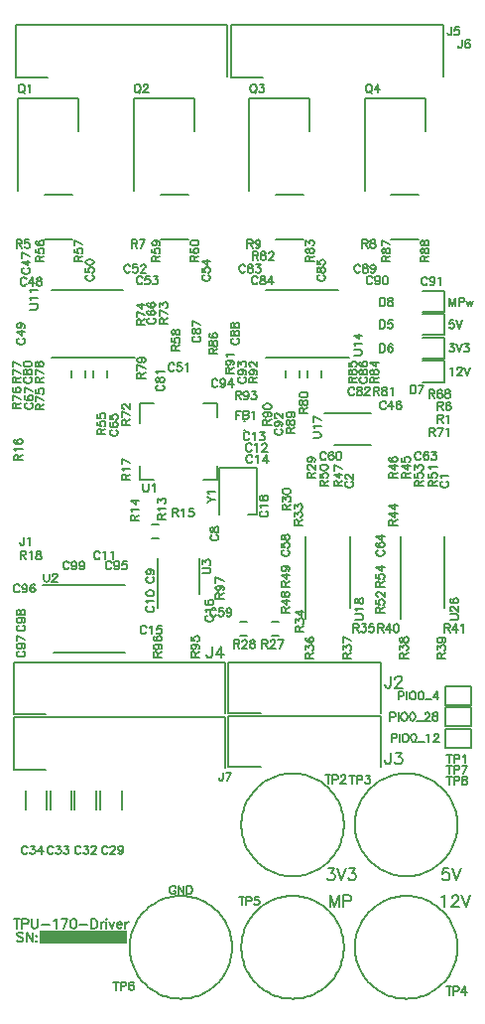
<source format=gto>
%FSLAX46Y46*%
%MOMM*%
%ADD11C,0.150000*%
%ADD10C,0.153000*%
G01*
%LPD*%
G36*
X2700000Y5050000D02*
X2700000Y6150000D01*
X10150000Y6150000D01*
X10150000Y5050000D01*
X2700000Y5050000D01*
D02*
G37*
G01*
%LPD*%
D10*
X37666668Y19516666D02*
X37666668Y20216666D01*
D10*
X37900000Y20216666D02*
X37433332Y20216666D01*
D10*
X38066668Y19516666D02*
X38066668Y20216666D01*
D10*
X38366668Y20216666D02*
X38066668Y20216666D01*
D10*
X38466668Y20183334D02*
X38366668Y20216666D01*
D10*
X38500000Y20150000D02*
X38466668Y20183334D01*
D10*
X38533332Y20083334D02*
X38500000Y20150000D01*
D10*
X38533332Y19983334D02*
X38533332Y20083334D01*
D10*
X38500000Y19916666D02*
X38533332Y19983334D01*
D10*
X38466668Y19883334D02*
X38500000Y19916666D01*
D10*
X38366668Y19850000D02*
X38466668Y19883334D01*
D10*
X38066668Y19850000D02*
X38366668Y19850000D01*
D10*
X38866668Y19516666D02*
X39200000Y20216666D01*
D10*
X39200000Y20216666D02*
X38733332Y20216666D01*
D10*
X1433333Y53283332D02*
X1500000Y53316668D01*
D10*
X1366666Y53216668D02*
X1433333Y53283332D01*
D10*
X1333333Y53150000D02*
X1366666Y53216668D01*
D10*
X1333333Y53016668D02*
X1333333Y53150000D01*
D10*
X1366666Y52950000D02*
X1333333Y53016668D01*
D10*
X1433333Y52883332D02*
X1366666Y52950000D01*
D10*
X1500000Y52850000D02*
X1433333Y52883332D01*
D10*
X1600000Y52816668D02*
X1500000Y52850000D01*
D10*
X1766666Y52816668D02*
X1600000Y52816668D01*
D10*
X1866666Y52850000D02*
X1766666Y52816668D01*
D10*
X1933333Y52883332D02*
X1866666Y52850000D01*
D10*
X2000000Y52950000D02*
X1933333Y52883332D01*
D10*
X2033333Y53016668D02*
X2000000Y52950000D01*
D10*
X2033333Y53150000D02*
X2033333Y53016668D01*
D10*
X2000000Y53216668D02*
X2033333Y53150000D01*
D10*
X1933333Y53283332D02*
X2000000Y53216668D01*
D10*
X1866666Y53316668D02*
X1933333Y53283332D01*
D10*
X1366666Y53583332D02*
X1333333Y53683332D01*
D10*
X1433333Y53550000D02*
X1366666Y53583332D01*
D10*
X1500000Y53550000D02*
X1433333Y53550000D01*
D10*
X1566666Y53583332D02*
X1500000Y53550000D01*
D10*
X1600000Y53650000D02*
X1566666Y53583332D01*
D10*
X1633333Y53783332D02*
X1600000Y53650000D01*
D10*
X1666666Y53883332D02*
X1633333Y53783332D01*
D10*
X1733333Y53950000D02*
X1666666Y53883332D01*
D10*
X1800000Y53983332D02*
X1733333Y53950000D01*
D10*
X1900000Y53983332D02*
X1800000Y53983332D01*
D10*
X1966666Y53950000D02*
X1900000Y53983332D01*
D10*
X2000000Y53916668D02*
X1966666Y53950000D01*
D10*
X2033333Y53816668D02*
X2000000Y53916668D01*
D10*
X2033333Y53683332D02*
X2033333Y53816668D01*
D10*
X2000000Y53583332D02*
X2033333Y53683332D01*
D10*
X1966666Y53550000D02*
X2000000Y53583332D01*
D10*
X1900000Y53516668D02*
X1966666Y53550000D01*
D10*
X1800000Y53516668D02*
X1900000Y53516668D01*
D10*
X1733333Y53550000D02*
X1800000Y53516668D01*
D10*
X1666666Y53616668D02*
X1733333Y53550000D01*
D10*
X1633333Y53716668D02*
X1666666Y53616668D01*
D10*
X1600000Y53850000D02*
X1633333Y53716668D01*
D10*
X1566666Y53916668D02*
X1600000Y53850000D01*
D10*
X1500000Y53950000D02*
X1566666Y53916668D01*
D10*
X1433333Y53950000D02*
X1500000Y53950000D01*
D10*
X1366666Y53916668D02*
X1433333Y53950000D01*
D10*
X1333333Y53816668D02*
X1366666Y53916668D01*
D10*
X1333333Y53683332D02*
X1333333Y53816668D01*
D10*
X1366666Y54283332D02*
X1333333Y54383332D01*
D10*
X1466666Y54216668D02*
X1366666Y54283332D01*
D10*
X1633333Y54183332D02*
X1466666Y54216668D01*
D10*
X1733333Y54183332D02*
X1633333Y54183332D01*
D10*
X1900000Y54216668D02*
X1733333Y54183332D01*
D10*
X2000000Y54283332D02*
X1900000Y54216668D01*
D10*
X2033333Y54383332D02*
X2000000Y54283332D01*
D10*
X2033333Y54450000D02*
X2033333Y54383332D01*
D10*
X2000000Y54550000D02*
X2033333Y54450000D01*
D10*
X1900000Y54616668D02*
X2000000Y54550000D01*
D10*
X1733333Y54650000D02*
X1900000Y54616668D01*
D10*
X1633333Y54650000D02*
X1733333Y54650000D01*
D10*
X1466666Y54616668D02*
X1633333Y54650000D01*
D10*
X1366666Y54550000D02*
X1466666Y54616668D01*
D10*
X1333333Y54450000D02*
X1366666Y54550000D01*
D10*
X1333333Y54383332D02*
X1333333Y54450000D01*
D10*
X33233334Y40700000D02*
X32533334Y40700000D01*
D10*
X32533334Y41000000D02*
X32533334Y40700000D01*
D10*
X32566666Y41100000D02*
X32533334Y41000000D01*
D10*
X32600000Y41133332D02*
X32566666Y41100000D01*
D10*
X32666666Y41166668D02*
X32600000Y41133332D01*
D10*
X32733334Y41166668D02*
X32666666Y41166668D01*
D10*
X32800000Y41133332D02*
X32733334Y41166668D01*
D10*
X32833334Y41100000D02*
X32800000Y41133332D01*
D10*
X32866666Y41000000D02*
X32833334Y41100000D01*
D10*
X32866666Y40700000D02*
X32866666Y41000000D01*
D10*
X33233334Y41166668D02*
X32866666Y40933332D01*
D10*
X33000000Y41366668D02*
X32533334Y41700000D01*
D10*
X33000000Y41866668D02*
X33000000Y41366668D01*
D10*
X33233334Y41700000D02*
X32533334Y41700000D01*
D10*
X33000000Y42033332D02*
X32533334Y42366668D01*
D10*
X33000000Y42533332D02*
X33000000Y42033332D01*
D10*
X33233334Y42366668D02*
X32533334Y42366668D01*
D10*
X24133334Y42000000D02*
X23433334Y42000000D01*
D10*
X23433334Y42300000D02*
X23433334Y42000000D01*
D10*
X23466666Y42400000D02*
X23433334Y42300000D01*
D10*
X23500000Y42433332D02*
X23466666Y42400000D01*
D10*
X23566666Y42466668D02*
X23500000Y42433332D01*
D10*
X23633334Y42466668D02*
X23566666Y42466668D01*
D10*
X23700000Y42433332D02*
X23633334Y42466668D01*
D10*
X23733334Y42400000D02*
X23700000Y42433332D01*
D10*
X23766666Y42300000D02*
X23733334Y42400000D01*
D10*
X23766666Y42000000D02*
X23766666Y42300000D01*
D10*
X24133334Y42466668D02*
X23766666Y42233332D01*
D10*
X23433334Y43100000D02*
X23433334Y42733332D01*
D10*
X23700000Y42900000D02*
X23433334Y43100000D01*
D10*
X23700000Y43000000D02*
X23700000Y42900000D01*
D10*
X23733334Y43066668D02*
X23700000Y43000000D01*
D10*
X23766666Y43100000D02*
X23733334Y43066668D01*
D10*
X23866666Y43133332D02*
X23766666Y43100000D01*
D10*
X23933334Y43133332D02*
X23866666Y43133332D01*
D10*
X24033334Y43100000D02*
X23933334Y43133332D01*
D10*
X24100000Y43033332D02*
X24033334Y43100000D01*
D10*
X24133334Y42933332D02*
X24100000Y43033332D01*
D10*
X24133334Y42833332D02*
X24133334Y42933332D01*
D10*
X24100000Y42733332D02*
X24133334Y42833332D01*
D10*
X24066666Y42700000D02*
X24100000Y42733332D01*
D10*
X24000000Y42666668D02*
X24066666Y42700000D01*
D10*
X23466666Y43433332D02*
X23433334Y43533332D01*
D10*
X23566666Y43366668D02*
X23466666Y43433332D01*
D10*
X23733334Y43333332D02*
X23566666Y43366668D01*
D10*
X23833334Y43333332D02*
X23733334Y43333332D01*
D10*
X24000000Y43366668D02*
X23833334Y43333332D01*
D10*
X24100000Y43433332D02*
X24000000Y43366668D01*
D10*
X24133334Y43533332D02*
X24100000Y43433332D01*
D10*
X24133334Y43600000D02*
X24133334Y43533332D01*
D10*
X24100000Y43700000D02*
X24133334Y43600000D01*
D10*
X24000000Y43766668D02*
X24100000Y43700000D01*
D10*
X23833334Y43800000D02*
X24000000Y43766668D01*
D10*
X23733334Y43800000D02*
X23833334Y43800000D01*
D10*
X23566666Y43766668D02*
X23733334Y43800000D01*
D10*
X23466666Y43700000D02*
X23566666Y43766668D01*
D10*
X23433334Y43600000D02*
X23466666Y43700000D01*
D10*
X23433334Y43533332D02*
X23433334Y43600000D01*
D10*
X10433333Y49250000D02*
X9733333Y49250000D01*
D10*
X9733333Y49550000D02*
X9733333Y49250000D01*
D10*
X9766667Y49650000D02*
X9733333Y49550000D01*
D10*
X9800000Y49683332D02*
X9766667Y49650000D01*
D10*
X9866667Y49716668D02*
X9800000Y49683332D01*
D10*
X9933333Y49716668D02*
X9866667Y49716668D01*
D10*
X10000000Y49683332D02*
X9933333Y49716668D01*
D10*
X10033333Y49650000D02*
X10000000Y49683332D01*
D10*
X10066667Y49550000D02*
X10033333Y49650000D01*
D10*
X10066667Y49250000D02*
X10066667Y49550000D01*
D10*
X10433333Y49716668D02*
X10066667Y49483332D01*
D10*
X10433333Y50050000D02*
X9733333Y50383332D01*
D10*
X9733333Y50383332D02*
X9733333Y49916668D01*
D10*
X9866667Y50616668D02*
X9900000Y50616668D01*
D10*
X9800000Y50650000D02*
X9866667Y50616668D01*
D10*
X9766667Y50683332D02*
X9800000Y50650000D01*
D10*
X9733333Y50750000D02*
X9766667Y50683332D01*
D10*
X9733333Y50883332D02*
X9733333Y50750000D01*
D10*
X9766667Y50950000D02*
X9733333Y50883332D01*
D10*
X9800000Y50983332D02*
X9766667Y50950000D01*
D10*
X9866667Y51016668D02*
X9800000Y50983332D01*
D10*
X9933333Y51016668D02*
X9866667Y51016668D01*
D10*
X10000000Y50983332D02*
X9933333Y51016668D01*
D10*
X10100000Y50916668D02*
X10000000Y50983332D01*
D10*
X10433333Y50583332D02*
X10100000Y50916668D01*
D10*
X10433333Y51050000D02*
X10433333Y50583332D01*
D10*
X18433334Y34450000D02*
X17733334Y34450000D01*
D10*
X17733334Y34750000D02*
X17733334Y34450000D01*
D10*
X17766666Y34850000D02*
X17733334Y34750000D01*
D10*
X17800000Y34883332D02*
X17766666Y34850000D01*
D10*
X17866666Y34916668D02*
X17800000Y34883332D01*
D10*
X17933334Y34916668D02*
X17866666Y34916668D01*
D10*
X18000000Y34883332D02*
X17933334Y34916668D01*
D10*
X18033334Y34850000D02*
X18000000Y34883332D01*
D10*
X18066666Y34750000D02*
X18033334Y34850000D01*
D10*
X18066666Y34450000D02*
X18066666Y34750000D01*
D10*
X18433334Y34916668D02*
X18066666Y34683332D01*
D10*
X18066666Y35516668D02*
X17966666Y35550000D01*
D10*
X18133334Y35450000D02*
X18066666Y35516668D01*
D10*
X18166666Y35350000D02*
X18133334Y35450000D01*
D10*
X18166666Y35316668D02*
X18166666Y35350000D01*
D10*
X18133334Y35216668D02*
X18166666Y35316668D01*
D10*
X18066666Y35150000D02*
X18133334Y35216668D01*
D10*
X17966666Y35116668D02*
X18066666Y35150000D01*
D10*
X17933334Y35116668D02*
X17966666Y35116668D01*
D10*
X17833334Y35150000D02*
X17933334Y35116668D01*
D10*
X17766666Y35216668D02*
X17833334Y35150000D01*
D10*
X17733334Y35316668D02*
X17766666Y35216668D01*
D10*
X17733334Y35350000D02*
X17733334Y35316668D01*
D10*
X17766666Y35450000D02*
X17733334Y35350000D01*
D10*
X17833334Y35516668D02*
X17766666Y35450000D01*
D10*
X17966666Y35550000D02*
X17833334Y35516668D01*
D10*
X18133334Y35550000D02*
X17966666Y35550000D01*
D10*
X18300000Y35516668D02*
X18133334Y35550000D01*
D10*
X18400000Y35450000D02*
X18300000Y35516668D01*
D10*
X18433334Y35350000D02*
X18400000Y35450000D01*
D10*
X18433334Y35283332D02*
X18433334Y35350000D01*
D10*
X18400000Y35183332D02*
X18433334Y35283332D01*
D10*
X18333334Y35150000D02*
X18400000Y35183332D01*
D10*
X18433334Y35916668D02*
X17733334Y36250000D01*
D10*
X17733334Y36250000D02*
X17733334Y35783332D01*
D10*
X25263332Y31633334D02*
X24563332Y31633334D01*
D10*
X24563332Y31933334D02*
X24563332Y31633334D01*
D10*
X24596664Y32033334D02*
X24563332Y31933334D01*
D10*
X24629998Y32066666D02*
X24596664Y32033334D01*
D10*
X24696664Y32100000D02*
X24629998Y32066666D01*
D10*
X24763332Y32100000D02*
X24696664Y32100000D01*
D10*
X24829998Y32066666D02*
X24763332Y32100000D01*
D10*
X24863332Y32033334D02*
X24829998Y32066666D01*
D10*
X24896664Y31933334D02*
X24863332Y32033334D01*
D10*
X24896664Y31633334D02*
X24896664Y31933334D01*
D10*
X25263332Y32100000D02*
X24896664Y31866666D01*
D10*
X24563332Y32733334D02*
X24563332Y32366666D01*
D10*
X24829998Y32533334D02*
X24563332Y32733334D01*
D10*
X24829998Y32633334D02*
X24829998Y32533334D01*
D10*
X24863332Y32700000D02*
X24829998Y32633334D01*
D10*
X24896664Y32733334D02*
X24863332Y32700000D01*
D10*
X24996664Y32766666D02*
X24896664Y32733334D01*
D10*
X25063332Y32766666D02*
X24996664Y32766666D01*
D10*
X25163332Y32733334D02*
X25063332Y32766666D01*
D10*
X25229998Y32666666D02*
X25163332Y32733334D01*
D10*
X25263332Y32566666D02*
X25229998Y32666666D01*
D10*
X25263332Y32466666D02*
X25263332Y32566666D01*
D10*
X25229998Y32366666D02*
X25263332Y32466666D01*
D10*
X25196664Y32333334D02*
X25229998Y32366666D01*
D10*
X25129998Y32300000D02*
X25196664Y32333334D01*
D10*
X25029998Y32966666D02*
X24563332Y33300000D01*
D10*
X25029998Y33466666D02*
X25029998Y32966666D01*
D10*
X25263332Y33300000D02*
X24563332Y33300000D01*
D10*
X11683329Y57783332D02*
X10983329Y57783332D01*
D10*
X10983329Y58083332D02*
X10983329Y57783332D01*
D10*
X11016663Y58183332D02*
X10983329Y58083332D01*
D10*
X11049996Y58216668D02*
X11016663Y58183332D01*
D10*
X11116663Y58250000D02*
X11049996Y58216668D01*
D10*
X11183329Y58250000D02*
X11116663Y58250000D01*
D10*
X11249996Y58216668D02*
X11183329Y58250000D01*
D10*
X11283329Y58183332D02*
X11249996Y58216668D01*
D10*
X11316663Y58083332D02*
X11283329Y58183332D01*
D10*
X11316663Y57783332D02*
X11316663Y58083332D01*
D10*
X11683329Y58250000D02*
X11316663Y58016668D01*
D10*
X11683329Y58583332D02*
X10983329Y58916668D01*
D10*
X10983329Y58916668D02*
X10983329Y58450000D01*
D10*
X11449996Y59116668D02*
X10983329Y59450000D01*
D10*
X11449996Y59616668D02*
X11449996Y59116668D01*
D10*
X11683329Y59450000D02*
X10983329Y59450000D01*
D10*
X3083333Y63183332D02*
X2383333Y63183332D01*
D10*
X2383333Y63483332D02*
X2383333Y63183332D01*
D10*
X2416666Y63583332D02*
X2383333Y63483332D01*
D10*
X2450000Y63616668D02*
X2416666Y63583332D01*
D10*
X2516666Y63650000D02*
X2450000Y63616668D01*
D10*
X2583333Y63650000D02*
X2516666Y63650000D01*
D10*
X2650000Y63616668D02*
X2583333Y63650000D01*
D10*
X2683333Y63583332D02*
X2650000Y63616668D01*
D10*
X2716666Y63483332D02*
X2683333Y63583332D01*
D10*
X2716666Y63183332D02*
X2716666Y63483332D01*
D10*
X3083333Y63650000D02*
X2716666Y63416668D01*
D10*
X2383333Y63916668D02*
X2383333Y64250000D01*
D10*
X2683333Y63883332D02*
X2383333Y63916668D01*
D10*
X2650000Y63916668D02*
X2683333Y63883332D01*
D10*
X2616666Y64016668D02*
X2650000Y63916668D01*
D10*
X2616666Y64116668D02*
X2616666Y64016668D01*
D10*
X2650000Y64216668D02*
X2616666Y64116668D01*
D10*
X2716666Y64283332D02*
X2650000Y64216668D01*
D10*
X2816666Y64316668D02*
X2716666Y64283332D01*
D10*
X2883333Y64316668D02*
X2816666Y64316668D01*
D10*
X2983333Y64283332D02*
X2883333Y64316668D01*
D10*
X3050000Y64216668D02*
X2983333Y64283332D01*
D10*
X3083333Y64116668D02*
X3050000Y64216668D01*
D10*
X3083333Y64016668D02*
X3083333Y64116668D01*
D10*
X3050000Y63916668D02*
X3083333Y64016668D01*
D10*
X3016666Y63883332D02*
X3050000Y63916668D01*
D10*
X2950000Y63850000D02*
X3016666Y63883332D01*
D10*
X2416666Y64916668D02*
X2483333Y64950000D01*
D10*
X2383333Y64816668D02*
X2416666Y64916668D01*
D10*
X2383333Y64750000D02*
X2383333Y64816668D01*
D10*
X2416666Y64650000D02*
X2383333Y64750000D01*
D10*
X2516666Y64583332D02*
X2416666Y64650000D01*
D10*
X2683333Y64550000D02*
X2516666Y64583332D01*
D10*
X2850000Y64550000D02*
X2683333Y64550000D01*
D10*
X2983333Y64583332D02*
X2850000Y64550000D01*
D10*
X3050000Y64650000D02*
X2983333Y64583332D01*
D10*
X3083333Y64750000D02*
X3050000Y64650000D01*
D10*
X3083333Y64783332D02*
X3083333Y64750000D01*
D10*
X3050000Y64883332D02*
X3083333Y64783332D01*
D10*
X2983333Y64950000D02*
X3050000Y64883332D01*
D10*
X2883333Y64983332D02*
X2983333Y64950000D01*
D10*
X2850000Y64983332D02*
X2883333Y64983332D01*
D10*
X2750000Y64950000D02*
X2850000Y64983332D01*
D10*
X2683333Y64883332D02*
X2750000Y64950000D01*
D10*
X2650000Y64783332D02*
X2683333Y64883332D01*
D10*
X2650000Y64750000D02*
X2650000Y64783332D01*
D10*
X2683333Y64650000D02*
X2650000Y64750000D01*
D10*
X2750000Y64583332D02*
X2683333Y64650000D01*
D10*
X2850000Y64550000D02*
X2750000Y64583332D01*
D10*
X11983329Y58316668D02*
X12049996Y58350000D01*
D10*
X11916663Y58250000D02*
X11983329Y58316668D01*
D10*
X11883329Y58183332D02*
X11916663Y58250000D01*
D10*
X11883329Y58050000D02*
X11883329Y58183332D01*
D10*
X11916663Y57983332D02*
X11883329Y58050000D01*
D10*
X11983329Y57916668D02*
X11916663Y57983332D01*
D10*
X12049996Y57883332D02*
X11983329Y57916668D01*
D10*
X12149996Y57850000D02*
X12049996Y57883332D01*
D10*
X12316663Y57850000D02*
X12149996Y57850000D01*
D10*
X12416663Y57883332D02*
X12316663Y57850000D01*
D10*
X12483329Y57916668D02*
X12416663Y57883332D01*
D10*
X12549996Y57983332D02*
X12483329Y57916668D01*
D10*
X12583329Y58050000D02*
X12549996Y57983332D01*
D10*
X12583329Y58183332D02*
X12583329Y58050000D01*
D10*
X12549996Y58250000D02*
X12583329Y58183332D01*
D10*
X12483329Y58316668D02*
X12549996Y58250000D01*
D10*
X12416663Y58350000D02*
X12483329Y58316668D01*
D10*
X11916663Y58950000D02*
X11983329Y58983332D01*
D10*
X11883329Y58850000D02*
X11916663Y58950000D01*
D10*
X11883329Y58783332D02*
X11883329Y58850000D01*
D10*
X11916663Y58683332D02*
X11883329Y58783332D01*
D10*
X12016663Y58616668D02*
X11916663Y58683332D01*
D10*
X12183329Y58583332D02*
X12016663Y58616668D01*
D10*
X12349996Y58583332D02*
X12183329Y58583332D01*
D10*
X12483329Y58616668D02*
X12349996Y58583332D01*
D10*
X12549996Y58683332D02*
X12483329Y58616668D01*
D10*
X12583329Y58783332D02*
X12549996Y58683332D01*
D10*
X12583329Y58816668D02*
X12583329Y58783332D01*
D10*
X12549996Y58916668D02*
X12583329Y58816668D01*
D10*
X12483329Y58983332D02*
X12549996Y58916668D01*
D10*
X12383329Y59016668D02*
X12483329Y58983332D01*
D10*
X12349996Y59016668D02*
X12383329Y59016668D01*
D10*
X12249996Y58983332D02*
X12349996Y59016668D01*
D10*
X12183329Y58916668D02*
X12249996Y58983332D01*
D10*
X12149996Y58816668D02*
X12183329Y58916668D01*
D10*
X12149996Y58783332D02*
X12149996Y58816668D01*
D10*
X12183329Y58683332D02*
X12149996Y58783332D01*
D10*
X12249996Y58616668D02*
X12183329Y58683332D01*
D10*
X12349996Y58583332D02*
X12249996Y58616668D01*
D10*
X11916663Y59616668D02*
X11983329Y59650000D01*
D10*
X11883329Y59516668D02*
X11916663Y59616668D01*
D10*
X11883329Y59450000D02*
X11883329Y59516668D01*
D10*
X11916663Y59350000D02*
X11883329Y59450000D01*
D10*
X12016663Y59283332D02*
X11916663Y59350000D01*
D10*
X12183329Y59250000D02*
X12016663Y59283332D01*
D10*
X12349996Y59250000D02*
X12183329Y59250000D01*
D10*
X12483329Y59283332D02*
X12349996Y59250000D01*
D10*
X12549996Y59350000D02*
X12483329Y59283332D01*
D10*
X12583329Y59450000D02*
X12549996Y59350000D01*
D10*
X12583329Y59483332D02*
X12583329Y59450000D01*
D10*
X12549996Y59583332D02*
X12583329Y59483332D01*
D10*
X12483329Y59650000D02*
X12549996Y59583332D01*
D10*
X12383329Y59683332D02*
X12483329Y59650000D01*
D10*
X12349996Y59683332D02*
X12383329Y59683332D01*
D10*
X12249996Y59650000D02*
X12349996Y59683332D01*
D10*
X12183329Y59583332D02*
X12249996Y59650000D01*
D10*
X12149996Y59483332D02*
X12183329Y59583332D01*
D10*
X12149996Y59450000D02*
X12149996Y59483332D01*
D10*
X12183329Y59350000D02*
X12149996Y59450000D01*
D10*
X12249996Y59283332D02*
X12183329Y59350000D01*
D10*
X12349996Y59250000D02*
X12249996Y59283332D01*
D10*
X37816668Y54066668D02*
X37750000Y54033332D01*
D10*
X37916668Y54166668D02*
X37816668Y54066668D01*
D10*
X37916668Y53466668D02*
X37916668Y54166668D01*
D10*
X38350000Y54033332D02*
X38350000Y54000000D01*
D10*
X38383332Y54100000D02*
X38350000Y54033332D01*
D10*
X38416668Y54133332D02*
X38383332Y54100000D01*
D10*
X38483332Y54166668D02*
X38416668Y54133332D01*
D10*
X38616668Y54166668D02*
X38483332Y54166668D01*
D10*
X38683332Y54133332D02*
X38616668Y54166668D01*
D10*
X38716668Y54100000D02*
X38683332Y54133332D01*
D10*
X38750000Y54033332D02*
X38716668Y54100000D01*
D10*
X38750000Y53966668D02*
X38750000Y54033332D01*
D10*
X38716668Y53900000D02*
X38750000Y53966668D01*
D10*
X38650000Y53800000D02*
X38716668Y53900000D01*
D10*
X38316668Y53466668D02*
X38650000Y53800000D01*
D10*
X38783332Y53466668D02*
X38316668Y53466668D01*
D10*
X39183332Y53466668D02*
X38916668Y54166668D01*
D10*
X39183332Y53466668D02*
X39450000Y54166668D01*
D10*
X36983332Y44366668D02*
X37050000Y44400000D01*
D10*
X36916668Y44300000D02*
X36983332Y44366668D01*
D10*
X36883332Y44233332D02*
X36916668Y44300000D01*
D10*
X36883332Y44100000D02*
X36883332Y44233332D01*
D10*
X36916668Y44033332D02*
X36883332Y44100000D01*
D10*
X36983332Y43966668D02*
X36916668Y44033332D01*
D10*
X37050000Y43933332D02*
X36983332Y43966668D01*
D10*
X37150000Y43900000D02*
X37050000Y43933332D01*
D10*
X37316668Y43900000D02*
X37150000Y43900000D01*
D10*
X37416668Y43933332D02*
X37316668Y43900000D01*
D10*
X37483332Y43966668D02*
X37416668Y43933332D01*
D10*
X37550000Y44033332D02*
X37483332Y43966668D01*
D10*
X37583332Y44100000D02*
X37550000Y44033332D01*
D10*
X37583332Y44233332D02*
X37583332Y44100000D01*
D10*
X37550000Y44300000D02*
X37583332Y44233332D01*
D10*
X37483332Y44366668D02*
X37550000Y44300000D01*
D10*
X37416668Y44400000D02*
X37483332Y44366668D01*
D10*
X36983332Y44766668D02*
X37016668Y44700000D01*
D10*
X36883332Y44866668D02*
X36983332Y44766668D01*
D10*
X37583332Y44866668D02*
X36883332Y44866668D01*
D10*
X6183333Y13266667D02*
X6216667Y13200000D01*
D10*
X6116667Y13333333D02*
X6183333Y13266667D01*
D10*
X6050000Y13366667D02*
X6116667Y13333333D01*
D10*
X5916667Y13366667D02*
X6050000Y13366667D01*
D10*
X5850000Y13333333D02*
X5916667Y13366667D01*
D10*
X5783333Y13266667D02*
X5850000Y13333333D01*
D10*
X5750000Y13200000D02*
X5783333Y13266667D01*
D10*
X5716667Y13100000D02*
X5750000Y13200000D01*
D10*
X5716667Y12933333D02*
X5716667Y13100000D01*
D10*
X5750000Y12833333D02*
X5716667Y12933333D01*
D10*
X5783333Y12766667D02*
X5750000Y12833333D01*
D10*
X5850000Y12700000D02*
X5783333Y12766667D01*
D10*
X5916667Y12666667D02*
X5850000Y12700000D01*
D10*
X6050000Y12666667D02*
X5916667Y12666667D01*
D10*
X6116667Y12700000D02*
X6050000Y12666667D01*
D10*
X6183333Y12766667D02*
X6116667Y12700000D01*
D10*
X6216667Y12833333D02*
X6183333Y12766667D01*
D10*
X6850000Y13366667D02*
X6483333Y13366667D01*
D10*
X6650000Y13100000D02*
X6850000Y13366667D01*
D10*
X6750000Y13100000D02*
X6650000Y13100000D01*
D10*
X6816666Y13066667D02*
X6750000Y13100000D01*
D10*
X6850000Y13033333D02*
X6816666Y13066667D01*
D10*
X6883333Y12933333D02*
X6850000Y13033333D01*
D10*
X6883333Y12866667D02*
X6883333Y12933333D01*
D10*
X6850000Y12766667D02*
X6883333Y12866667D01*
D10*
X6783333Y12700000D02*
X6850000Y12766667D01*
D10*
X6683333Y12666667D02*
X6783333Y12700000D01*
D10*
X6583333Y12666667D02*
X6683333Y12666667D01*
D10*
X6483333Y12700000D02*
X6583333Y12666667D01*
D10*
X6450000Y12733333D02*
X6483333Y12700000D01*
D10*
X6416667Y12800000D02*
X6450000Y12733333D01*
D10*
X7116666Y13233333D02*
X7116666Y13200000D01*
D10*
X7150000Y13300000D02*
X7116666Y13233333D01*
D10*
X7183333Y13333333D02*
X7150000Y13300000D01*
D10*
X7250000Y13366667D02*
X7183333Y13333333D01*
D10*
X7383333Y13366667D02*
X7250000Y13366667D01*
D10*
X7450000Y13333333D02*
X7383333Y13366667D01*
D10*
X7483333Y13300000D02*
X7450000Y13333333D01*
D10*
X7516666Y13233333D02*
X7483333Y13300000D01*
D10*
X7516666Y13166667D02*
X7516666Y13233333D01*
D10*
X7483333Y13100000D02*
X7516666Y13166667D01*
D10*
X7416666Y13000000D02*
X7483333Y13100000D01*
D10*
X7083333Y12666667D02*
X7416666Y13000000D01*
D10*
X7550000Y12666667D02*
X7083333Y12666667D01*
D10*
X36633332Y44033332D02*
X35933332Y44033332D01*
D10*
X35933332Y44333332D02*
X35933332Y44033332D01*
D10*
X35966668Y44433332D02*
X35933332Y44333332D01*
D10*
X36000000Y44466668D02*
X35966668Y44433332D01*
D10*
X36066668Y44500000D02*
X36000000Y44466668D01*
D10*
X36133332Y44500000D02*
X36066668Y44500000D01*
D10*
X36200000Y44466668D02*
X36133332Y44500000D01*
D10*
X36233332Y44433332D02*
X36200000Y44466668D01*
D10*
X36266668Y44333332D02*
X36233332Y44433332D01*
D10*
X36266668Y44033332D02*
X36266668Y44333332D01*
D10*
X36633332Y44500000D02*
X36266668Y44266668D01*
D10*
X35933332Y44766668D02*
X35933332Y45100000D01*
D10*
X36233332Y44733332D02*
X35933332Y44766668D01*
D10*
X36200000Y44766668D02*
X36233332Y44733332D01*
D10*
X36166668Y44866668D02*
X36200000Y44766668D01*
D10*
X36166668Y44966668D02*
X36166668Y44866668D01*
D10*
X36200000Y45066668D02*
X36166668Y44966668D01*
D10*
X36266668Y45133332D02*
X36200000Y45066668D01*
D10*
X36366668Y45166668D02*
X36266668Y45133332D01*
D10*
X36433332Y45166668D02*
X36366668Y45166668D01*
D10*
X36533332Y45133332D02*
X36433332Y45166668D01*
D10*
X36600000Y45066668D02*
X36533332Y45133332D01*
D10*
X36633332Y44966668D02*
X36600000Y45066668D01*
D10*
X36633332Y44866668D02*
X36633332Y44966668D01*
D10*
X36600000Y44766668D02*
X36633332Y44866668D01*
D10*
X36566668Y44733332D02*
X36600000Y44766668D01*
D10*
X36500000Y44700000D02*
X36566668Y44733332D01*
D10*
X36033332Y45533332D02*
X36066668Y45466668D01*
D10*
X35933332Y45633332D02*
X36033332Y45533332D01*
D10*
X36633332Y45633332D02*
X35933332Y45633332D01*
D10*
X29391666Y18666666D02*
X29391666Y19366666D01*
D10*
X29625000Y19366666D02*
X29158334Y19366666D01*
D10*
X29791666Y18666666D02*
X29791666Y19366666D01*
D10*
X30091666Y19366666D02*
X29791666Y19366666D01*
D10*
X30191666Y19333334D02*
X30091666Y19366666D01*
D10*
X30225000Y19300000D02*
X30191666Y19333334D01*
D10*
X30258334Y19233334D02*
X30225000Y19300000D01*
D10*
X30258334Y19133334D02*
X30258334Y19233334D01*
D10*
X30225000Y19066666D02*
X30258334Y19133334D01*
D10*
X30191666Y19033334D02*
X30225000Y19066666D01*
D10*
X30091666Y19000000D02*
X30191666Y19033334D01*
D10*
X29791666Y19000000D02*
X30091666Y19000000D01*
D10*
X30891666Y19366666D02*
X30525000Y19366666D01*
D10*
X30691666Y19100000D02*
X30891666Y19366666D01*
D10*
X30791666Y19100000D02*
X30691666Y19100000D01*
D10*
X30858334Y19066666D02*
X30791666Y19100000D01*
D10*
X30891666Y19033334D02*
X30858334Y19066666D01*
D10*
X30925000Y18933334D02*
X30891666Y19033334D01*
D10*
X30925000Y18866666D02*
X30925000Y18933334D01*
D10*
X30891666Y18766666D02*
X30925000Y18866666D01*
D10*
X30825000Y18700000D02*
X30891666Y18766666D01*
D10*
X30725000Y18666666D02*
X30825000Y18700000D01*
D10*
X30625000Y18666666D02*
X30725000Y18666666D01*
D10*
X30525000Y18700000D02*
X30625000Y18666666D01*
D10*
X30491666Y18733334D02*
X30525000Y18700000D01*
D10*
X30458334Y18800000D02*
X30491666Y18733334D01*
D10*
X17421428Y29611904D02*
X17421428Y30373810D01*
D10*
X17373810Y29469048D02*
X17421428Y29611904D01*
D10*
X17326190Y29421428D02*
X17373810Y29469048D01*
D10*
X17230952Y29373810D02*
X17326190Y29421428D01*
D10*
X17135714Y29373810D02*
X17230952Y29373810D01*
D10*
X17040476Y29421428D02*
X17135714Y29373810D01*
D10*
X16992858Y29469048D02*
X17040476Y29421428D01*
D10*
X16945238Y29611904D02*
X16992858Y29469048D01*
D10*
X16945238Y29707142D02*
X16945238Y29611904D01*
D10*
X17754762Y29707142D02*
X18230952Y30373810D01*
D10*
X18469048Y29707142D02*
X17754762Y29707142D01*
D10*
X18230952Y29373810D02*
X18230952Y30373810D01*
D10*
X31233334Y51766668D02*
X31233334Y52466668D01*
D10*
X31533334Y52466668D02*
X31233334Y52466668D01*
D10*
X31633334Y52433332D02*
X31533334Y52466668D01*
D10*
X31666666Y52400000D02*
X31633334Y52433332D01*
D10*
X31700000Y52333332D02*
X31666666Y52400000D01*
D10*
X31700000Y52266668D02*
X31700000Y52333332D01*
D10*
X31666666Y52200000D02*
X31700000Y52266668D01*
D10*
X31633334Y52166668D02*
X31666666Y52200000D01*
D10*
X31533334Y52133332D02*
X31633334Y52166668D01*
D10*
X31233334Y52133332D02*
X31533334Y52133332D01*
D10*
X31700000Y51766668D02*
X31466666Y52133332D01*
D10*
X31966666Y52433332D02*
X32066666Y52466668D01*
D10*
X31933334Y52366668D02*
X31966666Y52433332D01*
D10*
X31933334Y52300000D02*
X31933334Y52366668D01*
D10*
X31966666Y52233332D02*
X31933334Y52300000D01*
D10*
X32033334Y52200000D02*
X31966666Y52233332D01*
D10*
X32166666Y52166668D02*
X32033334Y52200000D01*
D10*
X32266666Y52133332D02*
X32166666Y52166668D01*
D10*
X32333334Y52066668D02*
X32266666Y52133332D01*
D10*
X32366666Y52000000D02*
X32333334Y52066668D01*
D10*
X32366666Y51900000D02*
X32366666Y52000000D01*
D10*
X32333334Y51833332D02*
X32366666Y51900000D01*
D10*
X32300000Y51800000D02*
X32333334Y51833332D01*
D10*
X32200000Y51766668D02*
X32300000Y51800000D01*
D10*
X32066666Y51766668D02*
X32200000Y51766668D01*
D10*
X31966666Y51800000D02*
X32066666Y51766668D01*
D10*
X31933334Y51833332D02*
X31966666Y51800000D01*
D10*
X31900000Y51900000D02*
X31933334Y51833332D01*
D10*
X31900000Y52000000D02*
X31900000Y51900000D01*
D10*
X31933334Y52066668D02*
X31900000Y52000000D01*
D10*
X32000000Y52133332D02*
X31933334Y52066668D01*
D10*
X32100000Y52166668D02*
X32000000Y52133332D01*
D10*
X32233334Y52200000D02*
X32100000Y52166668D01*
D10*
X32300000Y52233332D02*
X32233334Y52200000D01*
D10*
X32333334Y52300000D02*
X32300000Y52233332D01*
D10*
X32333334Y52366668D02*
X32333334Y52300000D01*
D10*
X32300000Y52433332D02*
X32333334Y52366668D01*
D10*
X32200000Y52466668D02*
X32300000Y52433332D01*
D10*
X32066666Y52466668D02*
X32200000Y52466668D01*
D10*
X32733334Y52366668D02*
X32666666Y52333332D01*
D10*
X32833334Y52466668D02*
X32733334Y52366668D01*
D10*
X32833334Y51766668D02*
X32833334Y52466668D01*
D10*
X13133333Y29450000D02*
X12433333Y29450000D01*
D10*
X12433333Y29750000D02*
X12433333Y29450000D01*
D10*
X12466667Y29850000D02*
X12433333Y29750000D01*
D10*
X12500000Y29883334D02*
X12466667Y29850000D01*
D10*
X12566667Y29916666D02*
X12500000Y29883334D01*
D10*
X12633333Y29916666D02*
X12566667Y29916666D01*
D10*
X12700000Y29883334D02*
X12633333Y29916666D01*
D10*
X12733333Y29850000D02*
X12700000Y29883334D01*
D10*
X12766667Y29750000D02*
X12733333Y29850000D01*
D10*
X12766667Y29450000D02*
X12766667Y29750000D01*
D10*
X13133333Y29916666D02*
X12766667Y29683334D01*
D10*
X12766667Y30516666D02*
X12666667Y30550000D01*
D10*
X12833333Y30450000D02*
X12766667Y30516666D01*
D10*
X12866667Y30350000D02*
X12833333Y30450000D01*
D10*
X12866667Y30316666D02*
X12866667Y30350000D01*
D10*
X12833333Y30216666D02*
X12866667Y30316666D01*
D10*
X12766667Y30150000D02*
X12833333Y30216666D01*
D10*
X12666667Y30116666D02*
X12766667Y30150000D01*
D10*
X12633333Y30116666D02*
X12666667Y30116666D01*
D10*
X12533333Y30150000D02*
X12633333Y30116666D01*
D10*
X12466667Y30216666D02*
X12533333Y30150000D01*
D10*
X12433333Y30316666D02*
X12466667Y30216666D01*
D10*
X12433333Y30350000D02*
X12433333Y30316666D01*
D10*
X12466667Y30450000D02*
X12433333Y30350000D01*
D10*
X12533333Y30516666D02*
X12466667Y30450000D01*
D10*
X12666667Y30550000D02*
X12533333Y30516666D01*
D10*
X12833333Y30550000D02*
X12666667Y30550000D01*
D10*
X13000000Y30516666D02*
X12833333Y30550000D01*
D10*
X13100000Y30450000D02*
X13000000Y30516666D01*
D10*
X13133333Y30350000D02*
X13100000Y30450000D01*
D10*
X13133333Y30283334D02*
X13133333Y30350000D01*
D10*
X13100000Y30183334D02*
X13133333Y30283334D01*
D10*
X13033333Y30150000D02*
X13100000Y30183334D01*
D10*
X12466667Y31183334D02*
X12533333Y31216666D01*
D10*
X12433333Y31083334D02*
X12466667Y31183334D01*
D10*
X12433333Y31016666D02*
X12433333Y31083334D01*
D10*
X12466667Y30916666D02*
X12433333Y31016666D01*
D10*
X12566667Y30850000D02*
X12466667Y30916666D01*
D10*
X12733333Y30816666D02*
X12566667Y30850000D01*
D10*
X12900000Y30816666D02*
X12733333Y30816666D01*
D10*
X13033333Y30850000D02*
X12900000Y30816666D01*
D10*
X13100000Y30916666D02*
X13033333Y30850000D01*
D10*
X13133333Y31016666D02*
X13100000Y30916666D01*
D10*
X13133333Y31050000D02*
X13133333Y31016666D01*
D10*
X13100000Y31150000D02*
X13133333Y31050000D01*
D10*
X13033333Y31216666D02*
X13100000Y31150000D01*
D10*
X12933333Y31250000D02*
X13033333Y31216666D01*
D10*
X12900000Y31250000D02*
X12933333Y31250000D01*
D10*
X12800000Y31216666D02*
X12900000Y31250000D01*
D10*
X12733333Y31150000D02*
X12800000Y31216666D01*
D10*
X12700000Y31050000D02*
X12733333Y31150000D01*
D10*
X12700000Y31016666D02*
X12700000Y31050000D01*
D10*
X12733333Y30916666D02*
X12700000Y31016666D01*
D10*
X12800000Y30850000D02*
X12733333Y30916666D01*
D10*
X12900000Y30816666D02*
X12800000Y30850000D01*
D10*
X20773334Y47579996D02*
X20806668Y47513328D01*
D10*
X20706668Y47646660D02*
X20773334Y47579996D01*
D10*
X20640002Y47679996D02*
X20706668Y47646660D01*
D10*
X20506668Y47679996D02*
X20640002Y47679996D01*
D10*
X20440002Y47646660D02*
X20506668Y47679996D01*
D10*
X20373334Y47579996D02*
X20440002Y47646660D01*
D10*
X20340002Y47513328D02*
X20373334Y47579996D01*
D10*
X20306668Y47413328D02*
X20340002Y47513328D01*
D10*
X20306668Y47246660D02*
X20306668Y47413328D01*
D10*
X20340002Y47146660D02*
X20306668Y47246660D01*
D10*
X20373334Y47079996D02*
X20340002Y47146660D01*
D10*
X20440002Y47013328D02*
X20373334Y47079996D01*
D10*
X20506668Y46979996D02*
X20440002Y47013328D01*
D10*
X20640002Y46979996D02*
X20506668Y46979996D01*
D10*
X20706668Y47013328D02*
X20640002Y46979996D01*
D10*
X20773334Y47079996D02*
X20706668Y47013328D01*
D10*
X20806668Y47146660D02*
X20773334Y47079996D01*
D10*
X21173334Y47579996D02*
X21106668Y47546660D01*
D10*
X21273334Y47679996D02*
X21173334Y47579996D01*
D10*
X21273334Y46979996D02*
X21273334Y47679996D01*
D10*
X21706668Y47546660D02*
X21706668Y47513328D01*
D10*
X21740002Y47613328D02*
X21706668Y47546660D01*
D10*
X21773334Y47646660D02*
X21740002Y47613328D01*
D10*
X21840002Y47679996D02*
X21773334Y47646660D01*
D10*
X21973334Y47679996D02*
X21840002Y47679996D01*
D10*
X22040002Y47646660D02*
X21973334Y47679996D01*
D10*
X22073334Y47613328D02*
X22040002Y47646660D01*
D10*
X22106668Y47546660D02*
X22073334Y47613328D01*
D10*
X22106668Y47479996D02*
X22106668Y47546660D01*
D10*
X22073334Y47413328D02*
X22106668Y47479996D01*
D10*
X22006668Y47313328D02*
X22073334Y47413328D01*
D10*
X21673334Y46979996D02*
X22006668Y47313328D01*
D10*
X22140002Y46979996D02*
X21673334Y46979996D01*
D10*
X17103334Y36593332D02*
X16603333Y36593332D01*
D10*
X17203334Y36626668D02*
X17103334Y36593332D01*
D10*
X17270000Y36693332D02*
X17203334Y36626668D01*
D10*
X17303334Y36793332D02*
X17270000Y36693332D01*
D10*
X17303334Y36860000D02*
X17303334Y36793332D01*
D10*
X17270000Y36960000D02*
X17303334Y36860000D01*
D10*
X17203334Y37026668D02*
X17270000Y36960000D01*
D10*
X17103334Y37060000D02*
X17203334Y37026668D01*
D10*
X16603333Y37060000D02*
X17103334Y37060000D01*
D10*
X16603333Y37726668D02*
X16603333Y37360000D01*
D10*
X16870000Y37526668D02*
X16603333Y37726668D01*
D10*
X16870000Y37626668D02*
X16870000Y37526668D01*
D10*
X16903334Y37693332D02*
X16870000Y37626668D01*
D10*
X16936666Y37726668D02*
X16903334Y37693332D01*
D10*
X17036666Y37760000D02*
X16936666Y37726668D01*
D10*
X17103334Y37760000D02*
X17036666Y37760000D01*
D10*
X17203334Y37726668D02*
X17103334Y37760000D01*
D10*
X17270000Y37660000D02*
X17203334Y37726668D01*
D10*
X17303334Y37560000D02*
X17270000Y37660000D01*
D10*
X17303334Y37460000D02*
X17303334Y37560000D01*
D10*
X17270000Y37360000D02*
X17303334Y37460000D01*
D10*
X17236666Y37326668D02*
X17270000Y37360000D01*
D10*
X17170000Y37293332D02*
X17236666Y37326668D01*
D10*
X5183333Y37509996D02*
X5216667Y37443328D01*
D10*
X5116667Y37576660D02*
X5183333Y37509996D01*
D10*
X5050000Y37609996D02*
X5116667Y37576660D01*
D10*
X4916667Y37609996D02*
X5050000Y37609996D01*
D10*
X4850000Y37576660D02*
X4916667Y37609996D01*
D10*
X4783333Y37509996D02*
X4850000Y37576660D01*
D10*
X4750000Y37443328D02*
X4783333Y37509996D01*
D10*
X4716667Y37343328D02*
X4750000Y37443328D01*
D10*
X4716667Y37176660D02*
X4716667Y37343328D01*
D10*
X4750000Y37076660D02*
X4716667Y37176660D01*
D10*
X4783333Y37009996D02*
X4750000Y37076660D01*
D10*
X4850000Y36943328D02*
X4783333Y37009996D01*
D10*
X4916667Y36909996D02*
X4850000Y36943328D01*
D10*
X5050000Y36909996D02*
X4916667Y36909996D01*
D10*
X5116667Y36943328D02*
X5050000Y36909996D01*
D10*
X5183333Y37009996D02*
X5116667Y36943328D01*
D10*
X5216667Y37076660D02*
X5183333Y37009996D01*
D10*
X5816666Y37276660D02*
X5850000Y37376660D01*
D10*
X5750000Y37209996D02*
X5816666Y37276660D01*
D10*
X5650000Y37176660D02*
X5750000Y37209996D01*
D10*
X5616666Y37176660D02*
X5650000Y37176660D01*
D10*
X5516667Y37209996D02*
X5616666Y37176660D01*
D10*
X5450000Y37276660D02*
X5516667Y37209996D01*
D10*
X5416667Y37376660D02*
X5450000Y37276660D01*
D10*
X5416667Y37409996D02*
X5416667Y37376660D01*
D10*
X5450000Y37509996D02*
X5416667Y37409996D01*
D10*
X5516667Y37576660D02*
X5450000Y37509996D01*
D10*
X5616666Y37609996D02*
X5516667Y37576660D01*
D10*
X5650000Y37609996D02*
X5616666Y37609996D01*
D10*
X5750000Y37576660D02*
X5650000Y37609996D01*
D10*
X5816666Y37509996D02*
X5750000Y37576660D01*
D10*
X5850000Y37376660D02*
X5816666Y37509996D01*
D10*
X5850000Y37209996D02*
X5850000Y37376660D01*
D10*
X5816666Y37043328D02*
X5850000Y37209996D01*
D10*
X5750000Y36943328D02*
X5816666Y37043328D01*
D10*
X5650000Y36909996D02*
X5750000Y36943328D01*
D10*
X5583333Y36909996D02*
X5650000Y36909996D01*
D10*
X5483333Y36943328D02*
X5583333Y36909996D01*
D10*
X5450000Y37009996D02*
X5483333Y36943328D01*
D10*
X6483333Y37276660D02*
X6516666Y37376660D01*
D10*
X6416666Y37209996D02*
X6483333Y37276660D01*
D10*
X6316666Y37176660D02*
X6416666Y37209996D01*
D10*
X6283333Y37176660D02*
X6316666Y37176660D01*
D10*
X6183333Y37209996D02*
X6283333Y37176660D01*
D10*
X6116666Y37276660D02*
X6183333Y37209996D01*
D10*
X6083333Y37376660D02*
X6116666Y37276660D01*
D10*
X6083333Y37409996D02*
X6083333Y37376660D01*
D10*
X6116666Y37509996D02*
X6083333Y37409996D01*
D10*
X6183333Y37576660D02*
X6116666Y37509996D01*
D10*
X6283333Y37609996D02*
X6183333Y37576660D01*
D10*
X6316666Y37609996D02*
X6283333Y37609996D01*
D10*
X6416666Y37576660D02*
X6316666Y37609996D01*
D10*
X6483333Y37509996D02*
X6416666Y37576660D01*
D10*
X6516666Y37376660D02*
X6483333Y37509996D01*
D10*
X6516666Y37209996D02*
X6516666Y37376660D01*
D10*
X6483333Y37043328D02*
X6516666Y37209996D01*
D10*
X6416666Y36943328D02*
X6483333Y37043328D01*
D10*
X6316666Y36909996D02*
X6416666Y36943328D01*
D10*
X6250000Y36909996D02*
X6316666Y36909996D01*
D10*
X6150000Y36943328D02*
X6250000Y36909996D01*
D10*
X6116666Y37009996D02*
X6150000Y36943328D01*
D10*
X11183333Y41083332D02*
X10483333Y41083332D01*
D10*
X10483333Y41383332D02*
X10483333Y41083332D01*
D10*
X10516667Y41483332D02*
X10483333Y41383332D01*
D10*
X10550000Y41516668D02*
X10516667Y41483332D01*
D10*
X10616667Y41550000D02*
X10550000Y41516668D01*
D10*
X10683333Y41550000D02*
X10616667Y41550000D01*
D10*
X10750000Y41516668D02*
X10683333Y41550000D01*
D10*
X10783333Y41483332D02*
X10750000Y41516668D01*
D10*
X10816667Y41383332D02*
X10783333Y41483332D01*
D10*
X10816667Y41083332D02*
X10816667Y41383332D01*
D10*
X11183333Y41550000D02*
X10816667Y41316668D01*
D10*
X10583333Y41916668D02*
X10616667Y41850000D01*
D10*
X10483333Y42016668D02*
X10583333Y41916668D01*
D10*
X11183333Y42016668D02*
X10483333Y42016668D01*
D10*
X10950000Y42416668D02*
X10483333Y42750000D01*
D10*
X10950000Y42916668D02*
X10950000Y42416668D01*
D10*
X11183333Y42750000D02*
X10483333Y42750000D01*
D10*
X20895000Y63316668D02*
X20895000Y64016668D01*
D10*
X21195000Y64016668D02*
X20895000Y64016668D01*
D10*
X21295000Y63983332D02*
X21195000Y64016668D01*
D10*
X21328334Y63950000D02*
X21295000Y63983332D01*
D10*
X21361666Y63883332D02*
X21328334Y63950000D01*
D10*
X21361666Y63816668D02*
X21361666Y63883332D01*
D10*
X21328334Y63750000D02*
X21361666Y63816668D01*
D10*
X21295000Y63716668D02*
X21328334Y63750000D01*
D10*
X21195000Y63683332D02*
X21295000Y63716668D01*
D10*
X20895000Y63683332D02*
X21195000Y63683332D01*
D10*
X21361666Y63316668D02*
X21128334Y63683332D01*
D10*
X21628334Y63983332D02*
X21728334Y64016668D01*
D10*
X21595000Y63916668D02*
X21628334Y63983332D01*
D10*
X21595000Y63850000D02*
X21595000Y63916668D01*
D10*
X21628334Y63783332D02*
X21595000Y63850000D01*
D10*
X21695000Y63750000D02*
X21628334Y63783332D01*
D10*
X21828334Y63716668D02*
X21695000Y63750000D01*
D10*
X21928334Y63683332D02*
X21828334Y63716668D01*
D10*
X21995000Y63616668D02*
X21928334Y63683332D01*
D10*
X22028334Y63550000D02*
X21995000Y63616668D01*
D10*
X22028334Y63450000D02*
X22028334Y63550000D01*
D10*
X21995000Y63383332D02*
X22028334Y63450000D01*
D10*
X21961666Y63350000D02*
X21995000Y63383332D01*
D10*
X21861666Y63316668D02*
X21961666Y63350000D01*
D10*
X21728334Y63316668D02*
X21861666Y63316668D01*
D10*
X21628334Y63350000D02*
X21728334Y63316668D01*
D10*
X21595000Y63383332D02*
X21628334Y63350000D01*
D10*
X21561666Y63450000D02*
X21595000Y63383332D01*
D10*
X21561666Y63550000D02*
X21561666Y63450000D01*
D10*
X21595000Y63616668D02*
X21561666Y63550000D01*
D10*
X21661666Y63683332D02*
X21595000Y63616668D01*
D10*
X21761666Y63716668D02*
X21661666Y63683332D01*
D10*
X21895000Y63750000D02*
X21761666Y63716668D01*
D10*
X21961666Y63783332D02*
X21895000Y63750000D01*
D10*
X21995000Y63850000D02*
X21961666Y63783332D01*
D10*
X21995000Y63916668D02*
X21995000Y63850000D01*
D10*
X21961666Y63983332D02*
X21995000Y63916668D01*
D10*
X21861666Y64016668D02*
X21961666Y63983332D01*
D10*
X21728334Y64016668D02*
X21861666Y64016668D01*
D10*
X22261666Y63883332D02*
X22261666Y63850000D01*
D10*
X22295000Y63950000D02*
X22261666Y63883332D01*
D10*
X22328334Y63983332D02*
X22295000Y63950000D01*
D10*
X22395000Y64016668D02*
X22328334Y63983332D01*
D10*
X22528334Y64016668D02*
X22395000Y64016668D01*
D10*
X22595000Y63983332D02*
X22528334Y64016668D01*
D10*
X22628334Y63950000D02*
X22595000Y63983332D01*
D10*
X22661666Y63883332D02*
X22628334Y63950000D01*
D10*
X22661666Y63816668D02*
X22661666Y63883332D01*
D10*
X22628334Y63750000D02*
X22661666Y63816668D01*
D10*
X22561666Y63650000D02*
X22628334Y63750000D01*
D10*
X22228334Y63316668D02*
X22561666Y63650000D01*
D10*
X22695000Y63316668D02*
X22228334Y63316668D01*
D10*
X19300000Y30216666D02*
X19300000Y30916666D01*
D10*
X19600000Y30916666D02*
X19300000Y30916666D01*
D10*
X19700000Y30883334D02*
X19600000Y30916666D01*
D10*
X19733334Y30850000D02*
X19700000Y30883334D01*
D10*
X19766666Y30783334D02*
X19733334Y30850000D01*
D10*
X19766666Y30716666D02*
X19766666Y30783334D01*
D10*
X19733334Y30650000D02*
X19766666Y30716666D01*
D10*
X19700000Y30616666D02*
X19733334Y30650000D01*
D10*
X19600000Y30583334D02*
X19700000Y30616666D01*
D10*
X19300000Y30583334D02*
X19600000Y30583334D01*
D10*
X19766666Y30216666D02*
X19533334Y30583334D01*
D10*
X20000000Y30783334D02*
X20000000Y30750000D01*
D10*
X20033334Y30850000D02*
X20000000Y30783334D01*
D10*
X20066666Y30883334D02*
X20033334Y30850000D01*
D10*
X20133334Y30916666D02*
X20066666Y30883334D01*
D10*
X20266666Y30916666D02*
X20133334Y30916666D01*
D10*
X20333334Y30883334D02*
X20266666Y30916666D01*
D10*
X20366666Y30850000D02*
X20333334Y30883334D01*
D10*
X20400000Y30783334D02*
X20366666Y30850000D01*
D10*
X20400000Y30716666D02*
X20400000Y30783334D01*
D10*
X20366666Y30650000D02*
X20400000Y30716666D01*
D10*
X20300000Y30550000D02*
X20366666Y30650000D01*
D10*
X19966666Y30216666D02*
X20300000Y30550000D01*
D10*
X20433334Y30216666D02*
X19966666Y30216666D01*
D10*
X20700000Y30883334D02*
X20800000Y30916666D01*
D10*
X20666666Y30816666D02*
X20700000Y30883334D01*
D10*
X20666666Y30750000D02*
X20666666Y30816666D01*
D10*
X20700000Y30683334D02*
X20666666Y30750000D01*
D10*
X20766666Y30650000D02*
X20700000Y30683334D01*
D10*
X20900000Y30616666D02*
X20766666Y30650000D01*
D10*
X21000000Y30583334D02*
X20900000Y30616666D01*
D10*
X21066666Y30516666D02*
X21000000Y30583334D01*
D10*
X21100000Y30450000D02*
X21066666Y30516666D01*
D10*
X21100000Y30350000D02*
X21100000Y30450000D01*
D10*
X21066666Y30283334D02*
X21100000Y30350000D01*
D10*
X21033334Y30250000D02*
X21066666Y30283334D01*
D10*
X20933334Y30216666D02*
X21033334Y30250000D01*
D10*
X20800000Y30216666D02*
X20933334Y30216666D01*
D10*
X20700000Y30250000D02*
X20800000Y30216666D01*
D10*
X20666666Y30283334D02*
X20700000Y30250000D01*
D10*
X20633334Y30350000D02*
X20666666Y30283334D01*
D10*
X20633334Y30450000D02*
X20633334Y30350000D01*
D10*
X20666666Y30516666D02*
X20633334Y30450000D01*
D10*
X20733334Y30583334D02*
X20666666Y30516666D01*
D10*
X20833334Y30616666D02*
X20733334Y30583334D01*
D10*
X20966666Y30650000D02*
X20833334Y30616666D01*
D10*
X21033334Y30683334D02*
X20966666Y30650000D01*
D10*
X21066666Y30750000D02*
X21033334Y30683334D01*
D10*
X21066666Y30816666D02*
X21066666Y30750000D01*
D10*
X21033334Y30883334D02*
X21066666Y30816666D01*
D10*
X20933334Y30916666D02*
X21033334Y30883334D01*
D10*
X20800000Y30916666D02*
X20933334Y30916666D01*
D10*
X17733334Y33516666D02*
X17766666Y33450000D01*
D10*
X17666666Y33583332D02*
X17733334Y33516666D01*
D10*
X17600000Y33616668D02*
X17666666Y33583332D01*
D10*
X17466666Y33616668D02*
X17600000Y33616668D01*
D10*
X17400000Y33583332D02*
X17466666Y33616668D01*
D10*
X17333334Y33516666D02*
X17400000Y33583332D01*
D10*
X17300000Y33450000D02*
X17333334Y33516666D01*
D10*
X17266666Y33350000D02*
X17300000Y33450000D01*
D10*
X17266666Y33183334D02*
X17266666Y33350000D01*
D10*
X17300000Y33083334D02*
X17266666Y33183334D01*
D10*
X17333334Y33016666D02*
X17300000Y33083334D01*
D10*
X17400000Y32950000D02*
X17333334Y33016666D01*
D10*
X17466666Y32916666D02*
X17400000Y32950000D01*
D10*
X17600000Y32916666D02*
X17466666Y32916666D01*
D10*
X17666666Y32950000D02*
X17600000Y32916666D01*
D10*
X17733334Y33016666D02*
X17666666Y32950000D01*
D10*
X17766666Y33083334D02*
X17733334Y33016666D01*
D10*
X18033334Y33616668D02*
X18366666Y33616668D01*
D10*
X18000000Y33316666D02*
X18033334Y33616668D01*
D10*
X18033334Y33350000D02*
X18000000Y33316666D01*
D10*
X18133334Y33383334D02*
X18033334Y33350000D01*
D10*
X18233334Y33383334D02*
X18133334Y33383334D01*
D10*
X18333334Y33350000D02*
X18233334Y33383334D01*
D10*
X18400000Y33283334D02*
X18333334Y33350000D01*
D10*
X18433334Y33183334D02*
X18400000Y33283334D01*
D10*
X18433334Y33116666D02*
X18433334Y33183334D01*
D10*
X18400000Y33016666D02*
X18433334Y33116666D01*
D10*
X18333334Y32950000D02*
X18400000Y33016666D01*
D10*
X18233334Y32916666D02*
X18333334Y32950000D01*
D10*
X18133334Y32916666D02*
X18233334Y32916666D01*
D10*
X18033334Y32950000D02*
X18133334Y32916666D01*
D10*
X18000000Y32983334D02*
X18033334Y32950000D01*
D10*
X17966666Y33050000D02*
X18000000Y32983334D01*
D10*
X19033334Y33283334D02*
X19066666Y33383334D01*
D10*
X18966666Y33216666D02*
X19033334Y33283334D01*
D10*
X18866666Y33183334D02*
X18966666Y33216666D01*
D10*
X18833334Y33183334D02*
X18866666Y33183334D01*
D10*
X18733334Y33216666D02*
X18833334Y33183334D01*
D10*
X18666666Y33283334D02*
X18733334Y33216666D01*
D10*
X18633334Y33383334D02*
X18666666Y33283334D01*
D10*
X18633334Y33416666D02*
X18633334Y33383334D01*
D10*
X18666666Y33516666D02*
X18633334Y33416666D01*
D10*
X18733334Y33583332D02*
X18666666Y33516666D01*
D10*
X18833334Y33616668D02*
X18733334Y33583332D01*
D10*
X18866666Y33616668D02*
X18833334Y33616668D01*
D10*
X18966666Y33583332D02*
X18866666Y33616668D01*
D10*
X19033334Y33516666D02*
X18966666Y33583332D01*
D10*
X19066666Y33383334D02*
X19033334Y33516666D01*
D10*
X19066666Y33216666D02*
X19066666Y33383334D01*
D10*
X19033334Y33050000D02*
X19066666Y33216666D01*
D10*
X18966666Y32950000D02*
X19033334Y33050000D01*
D10*
X18866666Y32916666D02*
X18966666Y32950000D01*
D10*
X18800000Y32916666D02*
X18866666Y32916666D01*
D10*
X18700000Y32950000D02*
X18800000Y32916666D01*
D10*
X18666666Y33016666D02*
X18700000Y32950000D01*
D10*
X21278334Y61816668D02*
X21311666Y61750000D01*
D10*
X21211666Y61883332D02*
X21278334Y61816668D01*
D10*
X21145000Y61916668D02*
X21211666Y61883332D01*
D10*
X21011666Y61916668D02*
X21145000Y61916668D01*
D10*
X20945000Y61883332D02*
X21011666Y61916668D01*
D10*
X20878334Y61816668D02*
X20945000Y61883332D01*
D10*
X20845000Y61750000D02*
X20878334Y61816668D01*
D10*
X20811666Y61650000D02*
X20845000Y61750000D01*
D10*
X20811666Y61483332D02*
X20811666Y61650000D01*
D10*
X20845000Y61383332D02*
X20811666Y61483332D01*
D10*
X20878334Y61316668D02*
X20845000Y61383332D01*
D10*
X20945000Y61250000D02*
X20878334Y61316668D01*
D10*
X21011666Y61216668D02*
X20945000Y61250000D01*
D10*
X21145000Y61216668D02*
X21011666Y61216668D01*
D10*
X21211666Y61250000D02*
X21145000Y61216668D01*
D10*
X21278334Y61316668D02*
X21211666Y61250000D01*
D10*
X21311666Y61383332D02*
X21278334Y61316668D01*
D10*
X21578334Y61883332D02*
X21678334Y61916668D01*
D10*
X21545000Y61816668D02*
X21578334Y61883332D01*
D10*
X21545000Y61750000D02*
X21545000Y61816668D01*
D10*
X21578334Y61683332D02*
X21545000Y61750000D01*
D10*
X21645000Y61650000D02*
X21578334Y61683332D01*
D10*
X21778334Y61616668D02*
X21645000Y61650000D01*
D10*
X21878334Y61583332D02*
X21778334Y61616668D01*
D10*
X21945000Y61516668D02*
X21878334Y61583332D01*
D10*
X21978334Y61450000D02*
X21945000Y61516668D01*
D10*
X21978334Y61350000D02*
X21978334Y61450000D01*
D10*
X21945000Y61283332D02*
X21978334Y61350000D01*
D10*
X21911666Y61250000D02*
X21945000Y61283332D01*
D10*
X21811666Y61216668D02*
X21911666Y61250000D01*
D10*
X21678334Y61216668D02*
X21811666Y61216668D01*
D10*
X21578334Y61250000D02*
X21678334Y61216668D01*
D10*
X21545000Y61283332D02*
X21578334Y61250000D01*
D10*
X21511666Y61350000D02*
X21545000Y61283332D01*
D10*
X21511666Y61450000D02*
X21511666Y61350000D01*
D10*
X21545000Y61516668D02*
X21511666Y61450000D01*
D10*
X21611666Y61583332D02*
X21545000Y61516668D01*
D10*
X21711666Y61616668D02*
X21611666Y61583332D01*
D10*
X21845000Y61650000D02*
X21711666Y61616668D01*
D10*
X21911666Y61683332D02*
X21845000Y61650000D01*
D10*
X21945000Y61750000D02*
X21911666Y61683332D01*
D10*
X21945000Y61816668D02*
X21945000Y61750000D01*
D10*
X21911666Y61883332D02*
X21945000Y61816668D01*
D10*
X21811666Y61916668D02*
X21911666Y61883332D01*
D10*
X21678334Y61916668D02*
X21811666Y61916668D01*
D10*
X22178334Y61450000D02*
X22511666Y61916668D01*
D10*
X22678334Y61450000D02*
X22178334Y61450000D01*
D10*
X22511666Y61216668D02*
X22511666Y61916668D01*
D10*
X22483334Y49250000D02*
X21783334Y49250000D01*
D10*
X21783334Y49550000D02*
X21783334Y49250000D01*
D10*
X21816666Y49650000D02*
X21783334Y49550000D01*
D10*
X21850000Y49683332D02*
X21816666Y49650000D01*
D10*
X21916666Y49716668D02*
X21850000Y49683332D01*
D10*
X21983334Y49716668D02*
X21916666Y49716668D01*
D10*
X22050000Y49683332D02*
X21983334Y49716668D01*
D10*
X22083334Y49650000D02*
X22050000Y49683332D01*
D10*
X22116666Y49550000D02*
X22083334Y49650000D01*
D10*
X22116666Y49250000D02*
X22116666Y49550000D01*
D10*
X22483334Y49716668D02*
X22116666Y49483332D01*
D10*
X22116666Y50316668D02*
X22016666Y50350000D01*
D10*
X22183334Y50250000D02*
X22116666Y50316668D01*
D10*
X22216666Y50150000D02*
X22183334Y50250000D01*
D10*
X22216666Y50116668D02*
X22216666Y50150000D01*
D10*
X22183334Y50016668D02*
X22216666Y50116668D01*
D10*
X22116666Y49950000D02*
X22183334Y50016668D01*
D10*
X22016666Y49916668D02*
X22116666Y49950000D01*
D10*
X21983334Y49916668D02*
X22016666Y49916668D01*
D10*
X21883334Y49950000D02*
X21983334Y49916668D01*
D10*
X21816666Y50016668D02*
X21883334Y49950000D01*
D10*
X21783334Y50116668D02*
X21816666Y50016668D01*
D10*
X21783334Y50150000D02*
X21783334Y50116668D01*
D10*
X21816666Y50250000D02*
X21783334Y50150000D01*
D10*
X21883334Y50316668D02*
X21816666Y50250000D01*
D10*
X22016666Y50350000D02*
X21883334Y50316668D01*
D10*
X22183334Y50350000D02*
X22016666Y50350000D01*
D10*
X22350000Y50316668D02*
X22183334Y50350000D01*
D10*
X22450000Y50250000D02*
X22350000Y50316668D01*
D10*
X22483334Y50150000D02*
X22450000Y50250000D01*
D10*
X22483334Y50083332D02*
X22483334Y50150000D01*
D10*
X22450000Y49983332D02*
X22483334Y50083332D01*
D10*
X22383334Y49950000D02*
X22450000Y49983332D01*
D10*
X21816666Y50683332D02*
X21783334Y50783332D01*
D10*
X21916666Y50616668D02*
X21816666Y50683332D01*
D10*
X22083334Y50583332D02*
X21916666Y50616668D01*
D10*
X22183334Y50583332D02*
X22083334Y50583332D01*
D10*
X22350000Y50616668D02*
X22183334Y50583332D01*
D10*
X22450000Y50683332D02*
X22350000Y50616668D01*
D10*
X22483334Y50783332D02*
X22450000Y50683332D01*
D10*
X22483334Y50850000D02*
X22483334Y50783332D01*
D10*
X22450000Y50950000D02*
X22483334Y50850000D01*
D10*
X22350000Y51016668D02*
X22450000Y50950000D01*
D10*
X22183334Y51050000D02*
X22350000Y51016668D01*
D10*
X22083334Y51050000D02*
X22183334Y51050000D01*
D10*
X21916666Y51016668D02*
X22083334Y51050000D01*
D10*
X21816666Y50950000D02*
X21916666Y51016668D01*
D10*
X21783334Y50850000D02*
X21816666Y50950000D01*
D10*
X21783334Y50783332D02*
X21783334Y50850000D01*
D10*
X28533334Y44033332D02*
X27833334Y44033332D01*
D10*
X27833334Y44333332D02*
X27833334Y44033332D01*
D10*
X27866666Y44433332D02*
X27833334Y44333332D01*
D10*
X27900000Y44466668D02*
X27866666Y44433332D01*
D10*
X27966666Y44500000D02*
X27900000Y44466668D01*
D10*
X28033334Y44500000D02*
X27966666Y44500000D01*
D10*
X28100000Y44466668D02*
X28033334Y44500000D01*
D10*
X28133334Y44433332D02*
X28100000Y44466668D01*
D10*
X28166666Y44333332D02*
X28133334Y44433332D01*
D10*
X28166666Y44033332D02*
X28166666Y44333332D01*
D10*
X28533334Y44500000D02*
X28166666Y44266668D01*
D10*
X28300000Y44700000D02*
X27833334Y45033332D01*
D10*
X28300000Y45200000D02*
X28300000Y44700000D01*
D10*
X28533334Y45033332D02*
X27833334Y45033332D01*
D10*
X28533334Y45500000D02*
X27833334Y45833332D01*
D10*
X27833334Y45833332D02*
X27833334Y45366668D01*
D10*
X34333332Y44733332D02*
X33633332Y44733332D01*
D10*
X33633332Y45033332D02*
X33633332Y44733332D01*
D10*
X33666668Y45133332D02*
X33633332Y45033332D01*
D10*
X33700000Y45166668D02*
X33666668Y45133332D01*
D10*
X33766668Y45200000D02*
X33700000Y45166668D01*
D10*
X33833332Y45200000D02*
X33766668Y45200000D01*
D10*
X33900000Y45166668D02*
X33833332Y45200000D01*
D10*
X33933332Y45133332D02*
X33900000Y45166668D01*
D10*
X33966668Y45033332D02*
X33933332Y45133332D01*
D10*
X33966668Y44733332D02*
X33966668Y45033332D01*
D10*
X34333332Y45200000D02*
X33966668Y44966668D01*
D10*
X34100000Y45400000D02*
X33633332Y45733332D01*
D10*
X34100000Y45900000D02*
X34100000Y45400000D01*
D10*
X34333332Y45733332D02*
X33633332Y45733332D01*
D10*
X33633332Y46133332D02*
X33633332Y46466668D01*
D10*
X33933332Y46100000D02*
X33633332Y46133332D01*
D10*
X33900000Y46133332D02*
X33933332Y46100000D01*
D10*
X33866668Y46233332D02*
X33900000Y46133332D01*
D10*
X33866668Y46333332D02*
X33866668Y46233332D01*
D10*
X33900000Y46433332D02*
X33866668Y46333332D01*
D10*
X33966668Y46500000D02*
X33900000Y46433332D01*
D10*
X34066668Y46533332D02*
X33966668Y46500000D01*
D10*
X34133332Y46533332D02*
X34066668Y46533332D01*
D10*
X34233332Y46500000D02*
X34133332Y46533332D01*
D10*
X34300000Y46433332D02*
X34233332Y46500000D01*
D10*
X34333332Y46333332D02*
X34300000Y46433332D01*
D10*
X34333332Y46233332D02*
X34333332Y46333332D01*
D10*
X34300000Y46133332D02*
X34333332Y46233332D01*
D10*
X34266668Y46100000D02*
X34300000Y46133332D01*
D10*
X34200000Y46066668D02*
X34266668Y46100000D01*
D10*
X34163332Y29350000D02*
X33463334Y29350000D01*
D10*
X33463334Y29650000D02*
X33463334Y29350000D01*
D10*
X33496666Y29750000D02*
X33463334Y29650000D01*
D10*
X33530000Y29783334D02*
X33496666Y29750000D01*
D10*
X33596668Y29816666D02*
X33530000Y29783334D01*
D10*
X33663332Y29816666D02*
X33596668Y29816666D01*
D10*
X33730000Y29783334D02*
X33663332Y29816666D01*
D10*
X33763332Y29750000D02*
X33730000Y29783334D01*
D10*
X33796668Y29650000D02*
X33763332Y29750000D01*
D10*
X33796668Y29350000D02*
X33796668Y29650000D01*
D10*
X34163332Y29816666D02*
X33796668Y29583334D01*
D10*
X33463334Y30450000D02*
X33463334Y30083334D01*
D10*
X33730000Y30250000D02*
X33463334Y30450000D01*
D10*
X33730000Y30350000D02*
X33730000Y30250000D01*
D10*
X33763332Y30416666D02*
X33730000Y30350000D01*
D10*
X33796668Y30450000D02*
X33763332Y30416666D01*
D10*
X33896668Y30483334D02*
X33796668Y30450000D01*
D10*
X33963332Y30483334D02*
X33896668Y30483334D01*
D10*
X34063332Y30450000D02*
X33963332Y30483334D01*
D10*
X34130000Y30383334D02*
X34063332Y30450000D01*
D10*
X34163332Y30283334D02*
X34130000Y30383334D01*
D10*
X34163332Y30183334D02*
X34163332Y30283334D01*
D10*
X34130000Y30083334D02*
X34163332Y30183334D01*
D10*
X34096668Y30050000D02*
X34130000Y30083334D01*
D10*
X34030000Y30016666D02*
X34096668Y30050000D01*
D10*
X33496666Y30750000D02*
X33463334Y30850000D01*
D10*
X33563332Y30716666D02*
X33496666Y30750000D01*
D10*
X33630000Y30716666D02*
X33563332Y30716666D01*
D10*
X33696668Y30750000D02*
X33630000Y30716666D01*
D10*
X33730000Y30816666D02*
X33696668Y30750000D01*
D10*
X33763332Y30950000D02*
X33730000Y30816666D01*
D10*
X33796668Y31050000D02*
X33763332Y30950000D01*
D10*
X33863332Y31116666D02*
X33796668Y31050000D01*
D10*
X33930000Y31150000D02*
X33863332Y31116666D01*
D10*
X34030000Y31150000D02*
X33930000Y31150000D01*
D10*
X34096668Y31116666D02*
X34030000Y31150000D01*
D10*
X34130000Y31083334D02*
X34096668Y31116666D01*
D10*
X34163332Y30983334D02*
X34130000Y31083334D01*
D10*
X34163332Y30850000D02*
X34163332Y30983334D01*
D10*
X34130000Y30750000D02*
X34163332Y30850000D01*
D10*
X34096668Y30716666D02*
X34130000Y30750000D01*
D10*
X34030000Y30683334D02*
X34096668Y30716666D01*
D10*
X33930000Y30683334D02*
X34030000Y30683334D01*
D10*
X33863332Y30716666D02*
X33930000Y30683334D01*
D10*
X33796668Y30783334D02*
X33863332Y30716666D01*
D10*
X33763332Y30883334D02*
X33796668Y30783334D01*
D10*
X33730000Y31016666D02*
X33763332Y30883334D01*
D10*
X33696668Y31083334D02*
X33730000Y31016666D01*
D10*
X33630000Y31116666D02*
X33696668Y31083334D01*
D10*
X33563332Y31116666D02*
X33630000Y31116666D01*
D10*
X33496666Y31083334D02*
X33563332Y31116666D01*
D10*
X33463334Y30983334D02*
X33496666Y31083334D01*
D10*
X33463334Y30850000D02*
X33463334Y30983334D01*
D10*
X10433333Y44550000D02*
X9733333Y44550000D01*
D10*
X9733333Y44850000D02*
X9733333Y44550000D01*
D10*
X9766667Y44950000D02*
X9733333Y44850000D01*
D10*
X9800000Y44983332D02*
X9766667Y44950000D01*
D10*
X9866667Y45016668D02*
X9800000Y44983332D01*
D10*
X9933333Y45016668D02*
X9866667Y45016668D01*
D10*
X10000000Y44983332D02*
X9933333Y45016668D01*
D10*
X10033333Y44950000D02*
X10000000Y44983332D01*
D10*
X10066667Y44850000D02*
X10033333Y44950000D01*
D10*
X10066667Y44550000D02*
X10066667Y44850000D01*
D10*
X10433333Y45016668D02*
X10066667Y44783332D01*
D10*
X9833333Y45383332D02*
X9866667Y45316668D01*
D10*
X9733333Y45483332D02*
X9833333Y45383332D01*
D10*
X10433333Y45483332D02*
X9733333Y45483332D01*
D10*
X10433333Y46016668D02*
X9733333Y46350000D01*
D10*
X9733333Y46350000D02*
X9733333Y45883332D01*
D10*
X11453333Y61816668D02*
X11486667Y61750000D01*
D10*
X11386667Y61883332D02*
X11453333Y61816668D01*
D10*
X11320000Y61916668D02*
X11386667Y61883332D01*
D10*
X11186667Y61916668D02*
X11320000Y61916668D01*
D10*
X11120000Y61883332D02*
X11186667Y61916668D01*
D10*
X11053333Y61816668D02*
X11120000Y61883332D01*
D10*
X11020000Y61750000D02*
X11053333Y61816668D01*
D10*
X10986667Y61650000D02*
X11020000Y61750000D01*
D10*
X10986667Y61483332D02*
X10986667Y61650000D01*
D10*
X11020000Y61383332D02*
X10986667Y61483332D01*
D10*
X11053333Y61316668D02*
X11020000Y61383332D01*
D10*
X11120000Y61250000D02*
X11053333Y61316668D01*
D10*
X11186667Y61216668D02*
X11120000Y61250000D01*
D10*
X11320000Y61216668D02*
X11186667Y61216668D01*
D10*
X11386667Y61250000D02*
X11320000Y61216668D01*
D10*
X11453333Y61316668D02*
X11386667Y61250000D01*
D10*
X11486667Y61383332D02*
X11453333Y61316668D01*
D10*
X11753333Y61916668D02*
X12086667Y61916668D01*
D10*
X11720000Y61616668D02*
X11753333Y61916668D01*
D10*
X11753333Y61650000D02*
X11720000Y61616668D01*
D10*
X11853333Y61683332D02*
X11753333Y61650000D01*
D10*
X11953333Y61683332D02*
X11853333Y61683332D01*
D10*
X12053333Y61650000D02*
X11953333Y61683332D01*
D10*
X12120000Y61583332D02*
X12053333Y61650000D01*
D10*
X12153333Y61483332D02*
X12120000Y61583332D01*
D10*
X12153333Y61416668D02*
X12153333Y61483332D01*
D10*
X12120000Y61316668D02*
X12153333Y61416668D01*
D10*
X12053333Y61250000D02*
X12120000Y61316668D01*
D10*
X11953333Y61216668D02*
X12053333Y61250000D01*
D10*
X11853333Y61216668D02*
X11953333Y61216668D01*
D10*
X11753333Y61250000D02*
X11853333Y61216668D01*
D10*
X11720000Y61283332D02*
X11753333Y61250000D01*
D10*
X11686667Y61350000D02*
X11720000Y61283332D01*
D10*
X12786667Y61916668D02*
X12420000Y61916668D01*
D10*
X12586667Y61650000D02*
X12786667Y61916668D01*
D10*
X12686667Y61650000D02*
X12586667Y61650000D01*
D10*
X12753333Y61616668D02*
X12686667Y61650000D01*
D10*
X12786667Y61583332D02*
X12753333Y61616668D01*
D10*
X12820000Y61483332D02*
X12786667Y61583332D01*
D10*
X12820000Y61416668D02*
X12820000Y61483332D01*
D10*
X12786667Y61316668D02*
X12820000Y61416668D01*
D10*
X12720000Y61250000D02*
X12786667Y61316668D01*
D10*
X12620000Y61216668D02*
X12720000Y61250000D01*
D10*
X12520000Y61216668D02*
X12620000Y61216668D01*
D10*
X12420000Y61250000D02*
X12520000Y61216668D01*
D10*
X12386667Y61283332D02*
X12420000Y61250000D01*
D10*
X12353333Y61350000D02*
X12386667Y61283332D01*
D10*
X26233334Y44733332D02*
X25533334Y44733332D01*
D10*
X25533334Y45033332D02*
X25533334Y44733332D01*
D10*
X25566666Y45133332D02*
X25533334Y45033332D01*
D10*
X25600000Y45166668D02*
X25566666Y45133332D01*
D10*
X25666666Y45200000D02*
X25600000Y45166668D01*
D10*
X25733334Y45200000D02*
X25666666Y45200000D01*
D10*
X25800000Y45166668D02*
X25733334Y45200000D01*
D10*
X25833334Y45133332D02*
X25800000Y45166668D01*
D10*
X25866666Y45033332D02*
X25833334Y45133332D01*
D10*
X25866666Y44733332D02*
X25866666Y45033332D01*
D10*
X26233334Y45200000D02*
X25866666Y44966668D01*
D10*
X25666666Y45433332D02*
X25700000Y45433332D01*
D10*
X25600000Y45466668D02*
X25666666Y45433332D01*
D10*
X25566666Y45500000D02*
X25600000Y45466668D01*
D10*
X25533334Y45566668D02*
X25566666Y45500000D01*
D10*
X25533334Y45700000D02*
X25533334Y45566668D01*
D10*
X25566666Y45766668D02*
X25533334Y45700000D01*
D10*
X25600000Y45800000D02*
X25566666Y45766668D01*
D10*
X25666666Y45833332D02*
X25600000Y45800000D01*
D10*
X25733334Y45833332D02*
X25666666Y45833332D01*
D10*
X25800000Y45800000D02*
X25733334Y45833332D01*
D10*
X25900000Y45733332D02*
X25800000Y45800000D01*
D10*
X26233334Y45400000D02*
X25900000Y45733332D01*
D10*
X26233334Y45866668D02*
X26233334Y45400000D01*
D10*
X25866666Y46466668D02*
X25766666Y46500000D01*
D10*
X25933334Y46400000D02*
X25866666Y46466668D01*
D10*
X25966666Y46300000D02*
X25933334Y46400000D01*
D10*
X25966666Y46266668D02*
X25966666Y46300000D01*
D10*
X25933334Y46166668D02*
X25966666Y46266668D01*
D10*
X25866666Y46100000D02*
X25933334Y46166668D01*
D10*
X25766666Y46066668D02*
X25866666Y46100000D01*
D10*
X25733334Y46066668D02*
X25766666Y46066668D01*
D10*
X25633334Y46100000D02*
X25733334Y46066668D01*
D10*
X25566666Y46166668D02*
X25633334Y46100000D01*
D10*
X25533334Y46266668D02*
X25566666Y46166668D01*
D10*
X25533334Y46300000D02*
X25533334Y46266668D01*
D10*
X25566666Y46400000D02*
X25533334Y46300000D01*
D10*
X25633334Y46466668D02*
X25566666Y46400000D01*
D10*
X25766666Y46500000D02*
X25633334Y46466668D01*
D10*
X25933334Y46500000D02*
X25766666Y46500000D01*
D10*
X26100000Y46466668D02*
X25933334Y46500000D01*
D10*
X26200000Y46400000D02*
X26100000Y46466668D01*
D10*
X26233334Y46300000D02*
X26200000Y46400000D01*
D10*
X26233334Y46233332D02*
X26233334Y46300000D01*
D10*
X26200000Y46133332D02*
X26233334Y46233332D01*
D10*
X26133334Y46100000D02*
X26200000Y46133332D01*
D10*
X1533333Y61716668D02*
X1566666Y61650000D01*
D10*
X1466666Y61783332D02*
X1533333Y61716668D01*
D10*
X1400000Y61816668D02*
X1466666Y61783332D01*
D10*
X1266666Y61816668D02*
X1400000Y61816668D01*
D10*
X1200000Y61783332D02*
X1266666Y61816668D01*
D10*
X1133333Y61716668D02*
X1200000Y61783332D01*
D10*
X1100000Y61650000D02*
X1133333Y61716668D01*
D10*
X1066666Y61550000D02*
X1100000Y61650000D01*
D10*
X1066666Y61383332D02*
X1066666Y61550000D01*
D10*
X1100000Y61283332D02*
X1066666Y61383332D01*
D10*
X1133333Y61216668D02*
X1100000Y61283332D01*
D10*
X1200000Y61150000D02*
X1133333Y61216668D01*
D10*
X1266666Y61116668D02*
X1200000Y61150000D01*
D10*
X1400000Y61116668D02*
X1266666Y61116668D01*
D10*
X1466666Y61150000D02*
X1400000Y61116668D01*
D10*
X1533333Y61216668D02*
X1466666Y61150000D01*
D10*
X1566666Y61283332D02*
X1533333Y61216668D01*
D10*
X1766666Y61350000D02*
X2100000Y61816668D01*
D10*
X2266666Y61350000D02*
X1766666Y61350000D01*
D10*
X2100000Y61116668D02*
X2100000Y61816668D01*
D10*
X2500000Y61783332D02*
X2600000Y61816668D01*
D10*
X2466666Y61716668D02*
X2500000Y61783332D01*
D10*
X2466666Y61650000D02*
X2466666Y61716668D01*
D10*
X2500000Y61583332D02*
X2466666Y61650000D01*
D10*
X2566666Y61550000D02*
X2500000Y61583332D01*
D10*
X2700000Y61516668D02*
X2566666Y61550000D01*
D10*
X2800000Y61483332D02*
X2700000Y61516668D01*
D10*
X2866666Y61416668D02*
X2800000Y61483332D01*
D10*
X2900000Y61350000D02*
X2866666Y61416668D01*
D10*
X2900000Y61250000D02*
X2900000Y61350000D01*
D10*
X2866666Y61183332D02*
X2900000Y61250000D01*
D10*
X2833333Y61150000D02*
X2866666Y61183332D01*
D10*
X2733333Y61116668D02*
X2833333Y61150000D01*
D10*
X2600000Y61116668D02*
X2733333Y61116668D01*
D10*
X2500000Y61150000D02*
X2600000Y61116668D01*
D10*
X2466666Y61183332D02*
X2500000Y61150000D01*
D10*
X2433333Y61250000D02*
X2466666Y61183332D01*
D10*
X2433333Y61350000D02*
X2433333Y61250000D01*
D10*
X2466666Y61416668D02*
X2433333Y61350000D01*
D10*
X2533333Y61483332D02*
X2466666Y61416668D01*
D10*
X2633333Y61516668D02*
X2533333Y61483332D01*
D10*
X2766666Y61550000D02*
X2633333Y61516668D01*
D10*
X2833333Y61583332D02*
X2766666Y61550000D01*
D10*
X2866666Y61650000D02*
X2833333Y61583332D01*
D10*
X2866666Y61716668D02*
X2866666Y61650000D01*
D10*
X2833333Y61783332D02*
X2866666Y61716668D01*
D10*
X2733333Y61816668D02*
X2833333Y61783332D01*
D10*
X2600000Y61816668D02*
X2733333Y61816668D01*
D10*
X16933334Y32966666D02*
X17000000Y33000000D01*
D10*
X16866666Y32900000D02*
X16933334Y32966666D01*
D10*
X16833334Y32833334D02*
X16866666Y32900000D01*
D10*
X16833334Y32700000D02*
X16833334Y32833334D01*
D10*
X16866666Y32633334D02*
X16833334Y32700000D01*
D10*
X16933334Y32566666D02*
X16866666Y32633334D01*
D10*
X17000000Y32533334D02*
X16933334Y32566666D01*
D10*
X17100000Y32500000D02*
X17000000Y32533334D01*
D10*
X17266666Y32500000D02*
X17100000Y32500000D01*
D10*
X17366666Y32533334D02*
X17266666Y32500000D01*
D10*
X17433334Y32566666D02*
X17366666Y32533334D01*
D10*
X17500000Y32633334D02*
X17433334Y32566666D01*
D10*
X17533334Y32700000D02*
X17500000Y32633334D01*
D10*
X17533334Y32833334D02*
X17533334Y32700000D01*
D10*
X17500000Y32900000D02*
X17533334Y32833334D01*
D10*
X17433334Y32966666D02*
X17500000Y32900000D01*
D10*
X17366666Y33000000D02*
X17433334Y32966666D01*
D10*
X16933334Y33366666D02*
X16966666Y33300000D01*
D10*
X16833334Y33466666D02*
X16933334Y33366666D01*
D10*
X17533334Y33466666D02*
X16833334Y33466666D01*
D10*
X16866666Y34266668D02*
X16933334Y34300000D01*
D10*
X16833334Y34166668D02*
X16866666Y34266668D01*
D10*
X16833334Y34100000D02*
X16833334Y34166668D01*
D10*
X16866666Y34000000D02*
X16833334Y34100000D01*
D10*
X16966666Y33933332D02*
X16866666Y34000000D01*
D10*
X17133334Y33900000D02*
X16966666Y33933332D01*
D10*
X17300000Y33900000D02*
X17133334Y33900000D01*
D10*
X17433334Y33933332D02*
X17300000Y33900000D01*
D10*
X17500000Y34000000D02*
X17433334Y33933332D01*
D10*
X17533334Y34100000D02*
X17500000Y34000000D01*
D10*
X17533334Y34133332D02*
X17533334Y34100000D01*
D10*
X17500000Y34233332D02*
X17533334Y34133332D01*
D10*
X17433334Y34300000D02*
X17500000Y34233332D01*
D10*
X17333334Y34333332D02*
X17433334Y34300000D01*
D10*
X17300000Y34333332D02*
X17333334Y34333332D01*
D10*
X17200000Y34300000D02*
X17300000Y34333332D01*
D10*
X17133334Y34233332D02*
X17200000Y34300000D01*
D10*
X17100000Y34133332D02*
X17133334Y34233332D01*
D10*
X17100000Y34100000D02*
X17100000Y34133332D01*
D10*
X17133334Y34000000D02*
X17100000Y34100000D01*
D10*
X17200000Y33933332D02*
X17133334Y34000000D01*
D10*
X17300000Y33900000D02*
X17200000Y33933332D01*
D10*
X2333333Y59083332D02*
X1833333Y59083332D01*
D10*
X2433333Y59116668D02*
X2333333Y59083332D01*
D10*
X2500000Y59183332D02*
X2433333Y59116668D01*
D10*
X2533333Y59283332D02*
X2500000Y59183332D01*
D10*
X2533333Y59350000D02*
X2533333Y59283332D01*
D10*
X2500000Y59450000D02*
X2533333Y59350000D01*
D10*
X2433333Y59516668D02*
X2500000Y59450000D01*
D10*
X2333333Y59550000D02*
X2433333Y59516668D01*
D10*
X1833333Y59550000D02*
X2333333Y59550000D01*
D10*
X1933333Y59950000D02*
X1966666Y59883332D01*
D10*
X1833333Y60050000D02*
X1933333Y59950000D01*
D10*
X2533333Y60050000D02*
X1833333Y60050000D01*
D10*
X1933333Y60616668D02*
X1966666Y60550000D01*
D10*
X1833333Y60716668D02*
X1933333Y60616668D01*
D10*
X2533333Y60716668D02*
X1833333Y60716668D01*
D10*
X15833333Y56766668D02*
X15900000Y56800000D01*
D10*
X15766667Y56700000D02*
X15833333Y56766668D01*
D10*
X15733333Y56633332D02*
X15766667Y56700000D01*
D10*
X15733333Y56500000D02*
X15733333Y56633332D01*
D10*
X15766667Y56433332D02*
X15733333Y56500000D01*
D10*
X15833333Y56366668D02*
X15766667Y56433332D01*
D10*
X15900000Y56333332D02*
X15833333Y56366668D01*
D10*
X16000000Y56300000D02*
X15900000Y56333332D01*
D10*
X16166667Y56300000D02*
X16000000Y56300000D01*
D10*
X16266667Y56333332D02*
X16166667Y56300000D01*
D10*
X16333333Y56366668D02*
X16266667Y56333332D01*
D10*
X16400000Y56433332D02*
X16333333Y56366668D01*
D10*
X16433333Y56500000D02*
X16400000Y56433332D01*
D10*
X16433333Y56633332D02*
X16433333Y56500000D01*
D10*
X16400000Y56700000D02*
X16433333Y56633332D01*
D10*
X16333333Y56766668D02*
X16400000Y56700000D01*
D10*
X16266667Y56800000D02*
X16333333Y56766668D01*
D10*
X15766667Y57066668D02*
X15733333Y57166668D01*
D10*
X15833333Y57033332D02*
X15766667Y57066668D01*
D10*
X15900000Y57033332D02*
X15833333Y57033332D01*
D10*
X15966667Y57066668D02*
X15900000Y57033332D01*
D10*
X16000000Y57133332D02*
X15966667Y57066668D01*
D10*
X16033333Y57266668D02*
X16000000Y57133332D01*
D10*
X16066667Y57366668D02*
X16033333Y57266668D01*
D10*
X16133333Y57433332D02*
X16066667Y57366668D01*
D10*
X16200000Y57466668D02*
X16133333Y57433332D01*
D10*
X16300000Y57466668D02*
X16200000Y57466668D01*
D10*
X16366667Y57433332D02*
X16300000Y57466668D01*
D10*
X16400000Y57400000D02*
X16366667Y57433332D01*
D10*
X16433333Y57300000D02*
X16400000Y57400000D01*
D10*
X16433333Y57166668D02*
X16433333Y57300000D01*
D10*
X16400000Y57066668D02*
X16433333Y57166668D01*
D10*
X16366667Y57033332D02*
X16400000Y57066668D01*
D10*
X16300000Y57000000D02*
X16366667Y57033332D01*
D10*
X16200000Y57000000D02*
X16300000Y57000000D01*
D10*
X16133333Y57033332D02*
X16200000Y57000000D01*
D10*
X16066667Y57100000D02*
X16133333Y57033332D01*
D10*
X16033333Y57200000D02*
X16066667Y57100000D01*
D10*
X16000000Y57333332D02*
X16033333Y57200000D01*
D10*
X15966667Y57400000D02*
X16000000Y57333332D01*
D10*
X15900000Y57433332D02*
X15966667Y57400000D01*
D10*
X15833333Y57433332D02*
X15900000Y57433332D01*
D10*
X15766667Y57400000D02*
X15833333Y57433332D01*
D10*
X15733333Y57300000D02*
X15766667Y57400000D01*
D10*
X15733333Y57166668D02*
X15733333Y57300000D01*
D10*
X16433333Y57800000D02*
X15733333Y58133332D01*
D10*
X15733333Y58133332D02*
X15733333Y57666668D01*
D10*
X34366668Y51916668D02*
X34366668Y52616668D01*
D10*
X34600000Y52616668D02*
X34366668Y52616668D01*
D10*
X34700000Y52583332D02*
X34600000Y52616668D01*
D10*
X34766668Y52516668D02*
X34700000Y52583332D01*
D10*
X34800000Y52450000D02*
X34766668Y52516668D01*
D10*
X34833332Y52350000D02*
X34800000Y52450000D01*
D10*
X34833332Y52183332D02*
X34833332Y52350000D01*
D10*
X34800000Y52083332D02*
X34833332Y52183332D01*
D10*
X34766668Y52016668D02*
X34800000Y52083332D01*
D10*
X34700000Y51950000D02*
X34766668Y52016668D01*
D10*
X34600000Y51916668D02*
X34700000Y51950000D01*
D10*
X34366668Y51916668D02*
X34600000Y51916668D01*
D10*
X35166668Y51916668D02*
X35500000Y52616668D01*
D10*
X35500000Y52616668D02*
X35033332Y52616668D01*
D10*
X6383333Y63183332D02*
X5683333Y63183332D01*
D10*
X5683333Y63483332D02*
X5683333Y63183332D01*
D10*
X5716666Y63583332D02*
X5683333Y63483332D01*
D10*
X5750000Y63616668D02*
X5716666Y63583332D01*
D10*
X5816666Y63650000D02*
X5750000Y63616668D01*
D10*
X5883333Y63650000D02*
X5816666Y63650000D01*
D10*
X5950000Y63616668D02*
X5883333Y63650000D01*
D10*
X5983333Y63583332D02*
X5950000Y63616668D01*
D10*
X6016666Y63483332D02*
X5983333Y63583332D01*
D10*
X6016666Y63183332D02*
X6016666Y63483332D01*
D10*
X6383333Y63650000D02*
X6016666Y63416668D01*
D10*
X5683333Y63916668D02*
X5683333Y64250000D01*
D10*
X5983333Y63883332D02*
X5683333Y63916668D01*
D10*
X5950000Y63916668D02*
X5983333Y63883332D01*
D10*
X5916666Y64016668D02*
X5950000Y63916668D01*
D10*
X5916666Y64116668D02*
X5916666Y64016668D01*
D10*
X5950000Y64216668D02*
X5916666Y64116668D01*
D10*
X6016666Y64283332D02*
X5950000Y64216668D01*
D10*
X6116666Y64316668D02*
X6016666Y64283332D01*
D10*
X6183333Y64316668D02*
X6116666Y64316668D01*
D10*
X6283333Y64283332D02*
X6183333Y64316668D01*
D10*
X6350000Y64216668D02*
X6283333Y64283332D01*
D10*
X6383333Y64116668D02*
X6350000Y64216668D01*
D10*
X6383333Y64016668D02*
X6383333Y64116668D01*
D10*
X6350000Y63916668D02*
X6383333Y64016668D01*
D10*
X6316666Y63883332D02*
X6350000Y63916668D01*
D10*
X6250000Y63850000D02*
X6316666Y63883332D01*
D10*
X6383333Y64650000D02*
X5683333Y64983332D01*
D10*
X5683333Y64983332D02*
X5683333Y64516668D01*
D10*
X37363332Y29350000D02*
X36663332Y29350000D01*
D10*
X36663332Y29650000D02*
X36663332Y29350000D01*
D10*
X36696668Y29750000D02*
X36663332Y29650000D01*
D10*
X36730000Y29783334D02*
X36696668Y29750000D01*
D10*
X36796668Y29816666D02*
X36730000Y29783334D01*
D10*
X36863332Y29816666D02*
X36796668Y29816666D01*
D10*
X36930000Y29783334D02*
X36863332Y29816666D01*
D10*
X36963332Y29750000D02*
X36930000Y29783334D01*
D10*
X36996668Y29650000D02*
X36963332Y29750000D01*
D10*
X36996668Y29350000D02*
X36996668Y29650000D01*
D10*
X37363332Y29816666D02*
X36996668Y29583334D01*
D10*
X36663332Y30450000D02*
X36663332Y30083334D01*
D10*
X36930000Y30250000D02*
X36663332Y30450000D01*
D10*
X36930000Y30350000D02*
X36930000Y30250000D01*
D10*
X36963332Y30416666D02*
X36930000Y30350000D01*
D10*
X36996668Y30450000D02*
X36963332Y30416666D01*
D10*
X37096668Y30483334D02*
X36996668Y30450000D01*
D10*
X37163332Y30483334D02*
X37096668Y30483334D01*
D10*
X37263332Y30450000D02*
X37163332Y30483334D01*
D10*
X37330000Y30383334D02*
X37263332Y30450000D01*
D10*
X37363332Y30283334D02*
X37330000Y30383334D01*
D10*
X37363332Y30183334D02*
X37363332Y30283334D01*
D10*
X37330000Y30083334D02*
X37363332Y30183334D01*
D10*
X37296668Y30050000D02*
X37330000Y30083334D01*
D10*
X37230000Y30016666D02*
X37296668Y30050000D01*
D10*
X36996668Y31083334D02*
X36896668Y31116666D01*
D10*
X37063332Y31016666D02*
X36996668Y31083334D01*
D10*
X37096668Y30916666D02*
X37063332Y31016666D01*
D10*
X37096668Y30883334D02*
X37096668Y30916666D01*
D10*
X37063332Y30783334D02*
X37096668Y30883334D01*
D10*
X36996668Y30716666D02*
X37063332Y30783334D01*
D10*
X36896668Y30683334D02*
X36996668Y30716666D01*
D10*
X36863332Y30683334D02*
X36896668Y30683334D01*
D10*
X36763332Y30716666D02*
X36863332Y30683334D01*
D10*
X36696668Y30783334D02*
X36763332Y30716666D01*
D10*
X36663332Y30883334D02*
X36696668Y30783334D01*
D10*
X36663332Y30916666D02*
X36663332Y30883334D01*
D10*
X36696668Y31016666D02*
X36663332Y30916666D01*
D10*
X36763332Y31083334D02*
X36696668Y31016666D01*
D10*
X36896668Y31116666D02*
X36763332Y31083334D01*
D10*
X37063332Y31116666D02*
X36896668Y31116666D01*
D10*
X37230000Y31083334D02*
X37063332Y31116666D01*
D10*
X37330000Y31016666D02*
X37230000Y31083334D01*
D10*
X37363332Y30916666D02*
X37330000Y31016666D01*
D10*
X37363332Y30850000D02*
X37363332Y30916666D01*
D10*
X37330000Y30750000D02*
X37363332Y30850000D01*
D10*
X37263332Y30716666D02*
X37330000Y30750000D01*
D10*
X863334Y32126662D02*
X930001Y32159994D01*
D10*
X796667Y32059994D02*
X863334Y32126662D01*
D10*
X763334Y31993328D02*
X796667Y32059994D01*
D10*
X763334Y31859994D02*
X763334Y31993328D01*
D10*
X796667Y31793328D02*
X763334Y31859994D01*
D10*
X863334Y31726662D02*
X796667Y31793328D01*
D10*
X930001Y31693328D02*
X863334Y31726662D01*
D10*
X1030001Y31659994D02*
X930001Y31693328D01*
D10*
X1196667Y31659994D02*
X1030001Y31659994D01*
D10*
X1296667Y31693328D02*
X1196667Y31659994D01*
D10*
X1363334Y31726662D02*
X1296667Y31693328D01*
D10*
X1430001Y31793328D02*
X1363334Y31726662D01*
D10*
X1463334Y31859994D02*
X1430001Y31793328D01*
D10*
X1463334Y31993328D02*
X1463334Y31859994D01*
D10*
X1430001Y32059994D02*
X1463334Y31993328D01*
D10*
X1363334Y32126662D02*
X1430001Y32059994D01*
D10*
X1296667Y32159994D02*
X1363334Y32126662D01*
D10*
X1096667Y32759994D02*
X996667Y32793328D01*
D10*
X1163334Y32693328D02*
X1096667Y32759994D01*
D10*
X1196667Y32593328D02*
X1163334Y32693328D01*
D10*
X1196667Y32559994D02*
X1196667Y32593328D01*
D10*
X1163334Y32459994D02*
X1196667Y32559994D01*
D10*
X1096667Y32393328D02*
X1163334Y32459994D01*
D10*
X996667Y32359994D02*
X1096667Y32393328D01*
D10*
X963334Y32359994D02*
X996667Y32359994D01*
D10*
X863334Y32393328D02*
X963334Y32359994D01*
D10*
X796667Y32459994D02*
X863334Y32393328D01*
D10*
X763334Y32559994D02*
X796667Y32459994D01*
D10*
X763334Y32593328D02*
X763334Y32559994D01*
D10*
X796667Y32693328D02*
X763334Y32593328D01*
D10*
X863334Y32759994D02*
X796667Y32693328D01*
D10*
X996667Y32793328D02*
X863334Y32759994D01*
D10*
X1163334Y32793328D02*
X996667Y32793328D01*
D10*
X1330001Y32759994D02*
X1163334Y32793328D01*
D10*
X1430001Y32693328D02*
X1330001Y32759994D01*
D10*
X1463334Y32593328D02*
X1430001Y32693328D01*
D10*
X1463334Y32526662D02*
X1463334Y32593328D01*
D10*
X1430001Y32426662D02*
X1463334Y32526662D01*
D10*
X1363334Y32393328D02*
X1430001Y32426662D01*
D10*
X796667Y33093328D02*
X763334Y33193328D01*
D10*
X863334Y33059994D02*
X796667Y33093328D01*
D10*
X930001Y33059994D02*
X863334Y33059994D01*
D10*
X996667Y33093328D02*
X930001Y33059994D01*
D10*
X1030001Y33159994D02*
X996667Y33093328D01*
D10*
X1063334Y33293328D02*
X1030001Y33159994D01*
D10*
X1096667Y33393328D02*
X1063334Y33293328D01*
D10*
X1163334Y33459994D02*
X1096667Y33393328D01*
D10*
X1230001Y33493328D02*
X1163334Y33459994D01*
D10*
X1330001Y33493328D02*
X1230001Y33493328D01*
D10*
X1396667Y33459994D02*
X1330001Y33493328D01*
D10*
X1430001Y33426662D02*
X1396667Y33459994D01*
D10*
X1463334Y33326662D02*
X1430001Y33426662D01*
D10*
X1463334Y33193328D02*
X1463334Y33326662D01*
D10*
X1430001Y33093328D02*
X1463334Y33193328D01*
D10*
X1396667Y33059994D02*
X1430001Y33093328D01*
D10*
X1330001Y33026662D02*
X1396667Y33059994D01*
D10*
X1230001Y33026662D02*
X1330001Y33026662D01*
D10*
X1163334Y33059994D02*
X1230001Y33026662D01*
D10*
X1096667Y33126662D02*
X1163334Y33059994D01*
D10*
X1063334Y33226662D02*
X1096667Y33126662D01*
D10*
X1030001Y33359994D02*
X1063334Y33226662D01*
D10*
X996667Y33426662D02*
X1030001Y33359994D01*
D10*
X930001Y33459994D02*
X996667Y33426662D01*
D10*
X863334Y33459994D02*
X930001Y33459994D01*
D10*
X796667Y33426662D02*
X863334Y33459994D01*
D10*
X763334Y33326662D02*
X796667Y33426662D01*
D10*
X763334Y33193328D02*
X763334Y33326662D01*
D10*
X11733333Y53233332D02*
X11033333Y53233332D01*
D10*
X11033333Y53533332D02*
X11033333Y53233332D01*
D10*
X11066667Y53633332D02*
X11033333Y53533332D01*
D10*
X11100000Y53666668D02*
X11066667Y53633332D01*
D10*
X11166667Y53700000D02*
X11100000Y53666668D01*
D10*
X11233333Y53700000D02*
X11166667Y53700000D01*
D10*
X11300000Y53666668D02*
X11233333Y53700000D01*
D10*
X11333333Y53633332D02*
X11300000Y53666668D01*
D10*
X11366667Y53533332D02*
X11333333Y53633332D01*
D10*
X11366667Y53233332D02*
X11366667Y53533332D01*
D10*
X11733333Y53700000D02*
X11366667Y53466668D01*
D10*
X11733333Y54033332D02*
X11033333Y54366668D01*
D10*
X11033333Y54366668D02*
X11033333Y53900000D01*
D10*
X11366667Y54966668D02*
X11266667Y55000000D01*
D10*
X11433333Y54900000D02*
X11366667Y54966668D01*
D10*
X11466667Y54800000D02*
X11433333Y54900000D01*
D10*
X11466667Y54766668D02*
X11466667Y54800000D01*
D10*
X11433333Y54666668D02*
X11466667Y54766668D01*
D10*
X11366667Y54600000D02*
X11433333Y54666668D01*
D10*
X11266667Y54566668D02*
X11366667Y54600000D01*
D10*
X11233333Y54566668D02*
X11266667Y54566668D01*
D10*
X11133333Y54600000D02*
X11233333Y54566668D01*
D10*
X11066667Y54666668D02*
X11133333Y54600000D01*
D10*
X11033333Y54766668D02*
X11066667Y54666668D01*
D10*
X11033333Y54800000D02*
X11033333Y54766668D01*
D10*
X11066667Y54900000D02*
X11033333Y54800000D01*
D10*
X11133333Y54966668D02*
X11066667Y54900000D01*
D10*
X11266667Y55000000D02*
X11133333Y54966668D01*
D10*
X11433333Y55000000D02*
X11266667Y55000000D01*
D10*
X11600000Y54966668D02*
X11433333Y55000000D01*
D10*
X11700000Y54900000D02*
X11600000Y54966668D01*
D10*
X11733333Y54800000D02*
X11700000Y54900000D01*
D10*
X11733333Y54733332D02*
X11733333Y54800000D01*
D10*
X11700000Y54633332D02*
X11733333Y54733332D01*
D10*
X11633333Y54600000D02*
X11700000Y54633332D01*
D10*
X24483334Y48550000D02*
X23783334Y48550000D01*
D10*
X23783334Y48850000D02*
X23783334Y48550000D01*
D10*
X23816666Y48950000D02*
X23783334Y48850000D01*
D10*
X23850000Y48983332D02*
X23816666Y48950000D01*
D10*
X23916666Y49016668D02*
X23850000Y48983332D01*
D10*
X23983334Y49016668D02*
X23916666Y49016668D01*
D10*
X24050000Y48983332D02*
X23983334Y49016668D01*
D10*
X24083334Y48950000D02*
X24050000Y48983332D01*
D10*
X24116666Y48850000D02*
X24083334Y48950000D01*
D10*
X24116666Y48550000D02*
X24116666Y48850000D01*
D10*
X24483334Y49016668D02*
X24116666Y48783332D01*
D10*
X23816666Y49283332D02*
X23783334Y49383332D01*
D10*
X23883334Y49250000D02*
X23816666Y49283332D01*
D10*
X23950000Y49250000D02*
X23883334Y49250000D01*
D10*
X24016666Y49283332D02*
X23950000Y49250000D01*
D10*
X24050000Y49350000D02*
X24016666Y49283332D01*
D10*
X24083334Y49483332D02*
X24050000Y49350000D01*
D10*
X24116666Y49583332D02*
X24083334Y49483332D01*
D10*
X24183334Y49650000D02*
X24116666Y49583332D01*
D10*
X24250000Y49683332D02*
X24183334Y49650000D01*
D10*
X24350000Y49683332D02*
X24250000Y49683332D01*
D10*
X24416666Y49650000D02*
X24350000Y49683332D01*
D10*
X24450000Y49616668D02*
X24416666Y49650000D01*
D10*
X24483334Y49516668D02*
X24450000Y49616668D01*
D10*
X24483334Y49383332D02*
X24483334Y49516668D01*
D10*
X24450000Y49283332D02*
X24483334Y49383332D01*
D10*
X24416666Y49250000D02*
X24450000Y49283332D01*
D10*
X24350000Y49216668D02*
X24416666Y49250000D01*
D10*
X24250000Y49216668D02*
X24350000Y49216668D01*
D10*
X24183334Y49250000D02*
X24250000Y49216668D01*
D10*
X24116666Y49316668D02*
X24183334Y49250000D01*
D10*
X24083334Y49416668D02*
X24116666Y49316668D01*
D10*
X24050000Y49550000D02*
X24083334Y49416668D01*
D10*
X24016666Y49616668D02*
X24050000Y49550000D01*
D10*
X23950000Y49650000D02*
X24016666Y49616668D01*
D10*
X23883334Y49650000D02*
X23950000Y49650000D01*
D10*
X23816666Y49616668D02*
X23883334Y49650000D01*
D10*
X23783334Y49516668D02*
X23816666Y49616668D01*
D10*
X23783334Y49383332D02*
X23783334Y49516668D01*
D10*
X24116666Y50283332D02*
X24016666Y50316668D01*
D10*
X24183334Y50216668D02*
X24116666Y50283332D01*
D10*
X24216666Y50116668D02*
X24183334Y50216668D01*
D10*
X24216666Y50083332D02*
X24216666Y50116668D01*
D10*
X24183334Y49983332D02*
X24216666Y50083332D01*
D10*
X24116666Y49916668D02*
X24183334Y49983332D01*
D10*
X24016666Y49883332D02*
X24116666Y49916668D01*
D10*
X23983334Y49883332D02*
X24016666Y49883332D01*
D10*
X23883334Y49916668D02*
X23983334Y49883332D01*
D10*
X23816666Y49983332D02*
X23883334Y49916668D01*
D10*
X23783334Y50083332D02*
X23816666Y49983332D01*
D10*
X23783334Y50116668D02*
X23783334Y50083332D01*
D10*
X23816666Y50216668D02*
X23783334Y50116668D01*
D10*
X23883334Y50283332D02*
X23816666Y50216668D01*
D10*
X24016666Y50316668D02*
X23883334Y50283332D01*
D10*
X24183334Y50316668D02*
X24016666Y50316668D01*
D10*
X24350000Y50283332D02*
X24183334Y50316668D01*
D10*
X24450000Y50216668D02*
X24350000Y50283332D01*
D10*
X24483334Y50116668D02*
X24450000Y50216668D01*
D10*
X24483334Y50050000D02*
X24483334Y50116668D01*
D10*
X24450000Y49950000D02*
X24483334Y50050000D01*
D10*
X24383334Y49916668D02*
X24450000Y49950000D01*
D10*
X754761Y6319047D02*
X754761Y7119047D01*
D10*
X1021428Y7119047D02*
X488095Y7119047D01*
D10*
X1211904Y6319047D02*
X1211904Y7119047D01*
D10*
X1554761Y7119047D02*
X1211904Y7119047D01*
D10*
X1669047Y7080952D02*
X1554761Y7119047D01*
D10*
X1707142Y7042857D02*
X1669047Y7080952D01*
D10*
X1745238Y6966666D02*
X1707142Y7042857D01*
D10*
X1745238Y6852381D02*
X1745238Y6966666D01*
D10*
X1707142Y6776190D02*
X1745238Y6852381D01*
D10*
X1669047Y6738095D02*
X1707142Y6776190D01*
D10*
X1554761Y6700000D02*
X1669047Y6738095D01*
D10*
X1211904Y6700000D02*
X1554761Y6700000D01*
D10*
X2011904Y6547619D02*
X2011904Y7119047D01*
D10*
X2050000Y6433333D02*
X2011904Y6547619D01*
D10*
X2126190Y6357143D02*
X2050000Y6433333D01*
D10*
X2240476Y6319047D02*
X2126190Y6357143D01*
D10*
X2316666Y6319047D02*
X2240476Y6319047D01*
D10*
X2430952Y6357143D02*
X2316666Y6319047D01*
D10*
X2507143Y6433333D02*
X2430952Y6357143D01*
D10*
X2545238Y6547619D02*
X2507143Y6433333D01*
D10*
X2545238Y7119047D02*
X2545238Y6547619D01*
D10*
X3535714Y6661905D02*
X2850000Y6661905D01*
D10*
X3992857Y7004762D02*
X3916666Y6966666D01*
D10*
X4107143Y7119047D02*
X3992857Y7004762D01*
D10*
X4107143Y6319047D02*
X4107143Y7119047D01*
D10*
X4716666Y6319047D02*
X5097619Y7119047D01*
D10*
X5097619Y7119047D02*
X4564286Y7119047D01*
D10*
X5440476Y7080952D02*
X5554762Y7119047D01*
D10*
X5364285Y6966666D02*
X5440476Y7080952D01*
D10*
X5326190Y6776190D02*
X5364285Y6966666D01*
D10*
X5326190Y6661905D02*
X5326190Y6776190D01*
D10*
X5364285Y6471428D02*
X5326190Y6661905D01*
D10*
X5440476Y6357143D02*
X5364285Y6471428D01*
D10*
X5554762Y6319047D02*
X5440476Y6357143D01*
D10*
X5630952Y6319047D02*
X5554762Y6319047D01*
D10*
X5745238Y6357143D02*
X5630952Y6319047D01*
D10*
X5821428Y6471428D02*
X5745238Y6357143D01*
D10*
X5859524Y6661905D02*
X5821428Y6471428D01*
D10*
X5859524Y6776190D02*
X5859524Y6661905D01*
D10*
X5821428Y6966666D02*
X5859524Y6776190D01*
D10*
X5745238Y7080952D02*
X5821428Y6966666D01*
D10*
X5630952Y7119047D02*
X5745238Y7080952D01*
D10*
X5554762Y7119047D02*
X5630952Y7119047D01*
D10*
X6811905Y6661905D02*
X6126190Y6661905D01*
D10*
X7116666Y6319047D02*
X7116666Y7119047D01*
D10*
X7383333Y7119047D02*
X7116666Y7119047D01*
D10*
X7497619Y7080952D02*
X7383333Y7119047D01*
D10*
X7573809Y7004762D02*
X7497619Y7080952D01*
D10*
X7611905Y6928571D02*
X7573809Y7004762D01*
D10*
X7650000Y6814285D02*
X7611905Y6928571D01*
D10*
X7650000Y6623809D02*
X7650000Y6814285D01*
D10*
X7611905Y6509524D02*
X7650000Y6623809D01*
D10*
X7573809Y6433333D02*
X7611905Y6509524D01*
D10*
X7497619Y6357143D02*
X7573809Y6433333D01*
D10*
X7383333Y6319047D02*
X7497619Y6357143D01*
D10*
X7116666Y6319047D02*
X7383333Y6319047D01*
D10*
X7916666Y6319047D02*
X7916666Y6852381D01*
D10*
X7954762Y6738095D02*
X7916666Y6623809D01*
D10*
X8030952Y6814285D02*
X7954762Y6738095D01*
D10*
X8107143Y6852381D02*
X8030952Y6814285D01*
D10*
X8221428Y6852381D02*
X8107143Y6852381D01*
D10*
X8411905Y7080952D02*
X8373809Y7119047D01*
D10*
X8450000Y7119047D02*
X8411905Y7080952D01*
D10*
X8411905Y7157143D02*
X8450000Y7119047D01*
D10*
X8373809Y7119047D02*
X8411905Y7157143D01*
D10*
X8411905Y6319047D02*
X8411905Y6852381D01*
D10*
X8869048Y6319047D02*
X8640476Y6852381D01*
D10*
X8869048Y6319047D02*
X9097619Y6852381D01*
D10*
X9745238Y6623809D02*
X9288095Y6623809D01*
D10*
X9745238Y6700000D02*
X9745238Y6623809D01*
D10*
X9707143Y6776190D02*
X9745238Y6700000D01*
D10*
X9669048Y6814285D02*
X9707143Y6776190D01*
D10*
X9592857Y6852381D02*
X9669048Y6814285D01*
D10*
X9478571Y6852381D02*
X9592857Y6852381D01*
D10*
X9402381Y6814285D02*
X9478571Y6852381D01*
D10*
X9326191Y6738095D02*
X9402381Y6814285D01*
D10*
X9288095Y6623809D02*
X9326191Y6738095D01*
D10*
X9288095Y6547619D02*
X9288095Y6623809D01*
D10*
X9326191Y6433333D02*
X9288095Y6547619D01*
D10*
X9402381Y6357143D02*
X9326191Y6433333D01*
D10*
X9478571Y6319047D02*
X9402381Y6357143D01*
D10*
X9592857Y6319047D02*
X9478571Y6319047D01*
D10*
X9669048Y6357143D02*
X9592857Y6319047D01*
D10*
X9745238Y6433333D02*
X9669048Y6357143D01*
D10*
X10011905Y6319047D02*
X10011905Y6852381D01*
D10*
X10050000Y6738095D02*
X10011905Y6623809D01*
D10*
X10126191Y6814285D02*
X10050000Y6738095D01*
D10*
X10202381Y6852381D02*
X10126191Y6814285D01*
D10*
X10316667Y6852381D02*
X10202381Y6852381D01*
D10*
X1283333Y62583332D02*
X1350000Y62616668D01*
D10*
X1216666Y62516668D02*
X1283333Y62583332D01*
D10*
X1183333Y62450000D02*
X1216666Y62516668D01*
D10*
X1183333Y62316668D02*
X1183333Y62450000D01*
D10*
X1216666Y62250000D02*
X1183333Y62316668D01*
D10*
X1283333Y62183332D02*
X1216666Y62250000D01*
D10*
X1350000Y62150000D02*
X1283333Y62183332D01*
D10*
X1450000Y62116668D02*
X1350000Y62150000D01*
D10*
X1616666Y62116668D02*
X1450000Y62116668D01*
D10*
X1716666Y62150000D02*
X1616666Y62116668D01*
D10*
X1783333Y62183332D02*
X1716666Y62150000D01*
D10*
X1850000Y62250000D02*
X1783333Y62183332D01*
D10*
X1883333Y62316668D02*
X1850000Y62250000D01*
D10*
X1883333Y62450000D02*
X1883333Y62316668D01*
D10*
X1850000Y62516668D02*
X1883333Y62450000D01*
D10*
X1783333Y62583332D02*
X1850000Y62516668D01*
D10*
X1716666Y62616668D02*
X1783333Y62583332D01*
D10*
X1650000Y62816668D02*
X1183333Y63150000D01*
D10*
X1650000Y63316668D02*
X1650000Y62816668D01*
D10*
X1883333Y63150000D02*
X1183333Y63150000D01*
D10*
X1883333Y63616668D02*
X1183333Y63950000D01*
D10*
X1183333Y63950000D02*
X1183333Y63483332D01*
D10*
X38083332Y56166668D02*
X37716668Y56166668D01*
D10*
X37883332Y55900000D02*
X38083332Y56166668D01*
D10*
X37983332Y55900000D02*
X37883332Y55900000D01*
D10*
X38050000Y55866668D02*
X37983332Y55900000D01*
D10*
X38083332Y55833332D02*
X38050000Y55866668D01*
D10*
X38116668Y55733332D02*
X38083332Y55833332D01*
D10*
X38116668Y55666668D02*
X38116668Y55733332D01*
D10*
X38083332Y55566668D02*
X38116668Y55666668D01*
D10*
X38016668Y55500000D02*
X38083332Y55566668D01*
D10*
X37916668Y55466668D02*
X38016668Y55500000D01*
D10*
X37816668Y55466668D02*
X37916668Y55466668D01*
D10*
X37716668Y55500000D02*
X37816668Y55466668D01*
D10*
X37683332Y55533332D02*
X37716668Y55500000D01*
D10*
X37650000Y55600000D02*
X37683332Y55533332D01*
D10*
X38516668Y55466668D02*
X38250000Y56166668D01*
D10*
X38516668Y55466668D02*
X38783332Y56166668D01*
D10*
X39350000Y56166668D02*
X38983332Y56166668D01*
D10*
X39150000Y55900000D02*
X39350000Y56166668D01*
D10*
X39250000Y55900000D02*
X39150000Y55900000D01*
D10*
X39316668Y55866668D02*
X39250000Y55900000D01*
D10*
X39350000Y55833332D02*
X39316668Y55866668D01*
D10*
X39383332Y55733332D02*
X39350000Y55833332D01*
D10*
X39383332Y55666668D02*
X39383332Y55733332D01*
D10*
X39350000Y55566668D02*
X39383332Y55666668D01*
D10*
X39283332Y55500000D02*
X39350000Y55566668D01*
D10*
X39183332Y55466668D02*
X39283332Y55500000D01*
D10*
X39083332Y55466668D02*
X39183332Y55466668D01*
D10*
X38983332Y55500000D02*
X39083332Y55466668D01*
D10*
X38950000Y55533332D02*
X38983332Y55500000D01*
D10*
X38916668Y55600000D02*
X38950000Y55533332D01*
D10*
X19473334Y49746668D02*
X19473334Y50446668D01*
D10*
X19906666Y50446668D02*
X19473334Y50446668D01*
D10*
X19740000Y50113332D02*
X19473334Y50113332D01*
D10*
X20073334Y49746668D02*
X20073334Y50446668D01*
D10*
X20373334Y50446668D02*
X20073334Y50446668D01*
D10*
X20473334Y50413332D02*
X20373334Y50446668D01*
D10*
X20506666Y50380000D02*
X20473334Y50413332D01*
D10*
X20540000Y50313332D02*
X20506666Y50380000D01*
D10*
X20540000Y50246668D02*
X20540000Y50313332D01*
D10*
X20506666Y50180000D02*
X20540000Y50246668D01*
D10*
X20473334Y50146668D02*
X20506666Y50180000D01*
D10*
X20373334Y50113332D02*
X20473334Y50146668D01*
D10*
X20373334Y50113332D02*
X20073334Y50113332D01*
D10*
X20473334Y50080000D02*
X20373334Y50113332D01*
D10*
X20506666Y50046668D02*
X20473334Y50080000D01*
D10*
X20540000Y49980000D02*
X20506666Y50046668D01*
D10*
X20540000Y49880000D02*
X20540000Y49980000D01*
D10*
X20506666Y49813332D02*
X20540000Y49880000D01*
D10*
X20473334Y49780000D02*
X20506666Y49813332D01*
D10*
X20373334Y49746668D02*
X20473334Y49780000D01*
D10*
X20073334Y49746668D02*
X20373334Y49746668D01*
D10*
X20906666Y50346668D02*
X20840000Y50313332D01*
D10*
X21006666Y50446668D02*
X20906666Y50346668D01*
D10*
X21006666Y49746668D02*
X21006666Y50446668D01*
D10*
X3833333Y13266667D02*
X3866666Y13200000D01*
D10*
X3766666Y13333333D02*
X3833333Y13266667D01*
D10*
X3700000Y13366667D02*
X3766666Y13333333D01*
D10*
X3566666Y13366667D02*
X3700000Y13366667D01*
D10*
X3500000Y13333333D02*
X3566666Y13366667D01*
D10*
X3433333Y13266667D02*
X3500000Y13333333D01*
D10*
X3400000Y13200000D02*
X3433333Y13266667D01*
D10*
X3366666Y13100000D02*
X3400000Y13200000D01*
D10*
X3366666Y12933333D02*
X3366666Y13100000D01*
D10*
X3400000Y12833333D02*
X3366666Y12933333D01*
D10*
X3433333Y12766667D02*
X3400000Y12833333D01*
D10*
X3500000Y12700000D02*
X3433333Y12766667D01*
D10*
X3566666Y12666667D02*
X3500000Y12700000D01*
D10*
X3700000Y12666667D02*
X3566666Y12666667D01*
D10*
X3766666Y12700000D02*
X3700000Y12666667D01*
D10*
X3833333Y12766667D02*
X3766666Y12700000D01*
D10*
X3866666Y12833333D02*
X3833333Y12766667D01*
D10*
X4500000Y13366667D02*
X4133333Y13366667D01*
D10*
X4300000Y13100000D02*
X4500000Y13366667D01*
D10*
X4400000Y13100000D02*
X4300000Y13100000D01*
D10*
X4466666Y13066667D02*
X4400000Y13100000D01*
D10*
X4500000Y13033333D02*
X4466666Y13066667D01*
D10*
X4533333Y12933333D02*
X4500000Y13033333D01*
D10*
X4533333Y12866667D02*
X4533333Y12933333D01*
D10*
X4500000Y12766667D02*
X4533333Y12866667D01*
D10*
X4433333Y12700000D02*
X4500000Y12766667D01*
D10*
X4333333Y12666667D02*
X4433333Y12700000D01*
D10*
X4233333Y12666667D02*
X4333333Y12666667D01*
D10*
X4133333Y12700000D02*
X4233333Y12666667D01*
D10*
X4100000Y12733333D02*
X4133333Y12700000D01*
D10*
X4066666Y12800000D02*
X4100000Y12733333D01*
D10*
X5166666Y13366667D02*
X4800000Y13366667D01*
D10*
X4966666Y13100000D02*
X5166666Y13366667D01*
D10*
X5066666Y13100000D02*
X4966666Y13100000D01*
D10*
X5133333Y13066667D02*
X5066666Y13100000D01*
D10*
X5166666Y13033333D02*
X5133333Y13066667D01*
D10*
X5200000Y12933333D02*
X5166666Y13033333D01*
D10*
X5200000Y12866667D02*
X5200000Y12933333D01*
D10*
X5166666Y12766667D02*
X5200000Y12866667D01*
D10*
X5100000Y12700000D02*
X5166666Y12766667D01*
D10*
X5000000Y12666667D02*
X5100000Y12700000D01*
D10*
X4900000Y12666667D02*
X5000000Y12666667D01*
D10*
X4800000Y12700000D02*
X4900000Y12666667D01*
D10*
X4766666Y12733333D02*
X4800000Y12700000D01*
D10*
X4733333Y12800000D02*
X4766666Y12733333D01*
D10*
X27861904Y11423810D02*
X27338096Y11423810D01*
D10*
X27576190Y11042857D02*
X27861904Y11423810D01*
D10*
X27719048Y11042857D02*
X27576190Y11042857D01*
D10*
X27814286Y10995238D02*
X27719048Y11042857D01*
D10*
X27861904Y10947619D02*
X27814286Y10995238D01*
D10*
X27909524Y10804762D02*
X27861904Y10947619D01*
D10*
X27909524Y10709524D02*
X27909524Y10804762D01*
D10*
X27861904Y10566667D02*
X27909524Y10709524D01*
D10*
X27766666Y10471429D02*
X27861904Y10566667D01*
D10*
X27623810Y10423810D02*
X27766666Y10471429D01*
D10*
X27480952Y10423810D02*
X27623810Y10423810D01*
D10*
X27338096Y10471429D02*
X27480952Y10423810D01*
D10*
X27290476Y10519048D02*
X27338096Y10471429D01*
D10*
X27242858Y10614286D02*
X27290476Y10519048D01*
D10*
X28480952Y10423810D02*
X28100000Y11423810D01*
D10*
X28480952Y10423810D02*
X28861904Y11423810D01*
D10*
X29671428Y11423810D02*
X29147620Y11423810D01*
D10*
X29385714Y11042857D02*
X29671428Y11423810D01*
D10*
X29528572Y11042857D02*
X29385714Y11042857D01*
D10*
X29623810Y10995238D02*
X29528572Y11042857D01*
D10*
X29671428Y10947619D02*
X29623810Y10995238D01*
D10*
X29719048Y10804762D02*
X29671428Y10947619D01*
D10*
X29719048Y10709524D02*
X29719048Y10804762D01*
D10*
X29671428Y10566667D02*
X29719048Y10709524D01*
D10*
X29576190Y10471429D02*
X29671428Y10566667D01*
D10*
X29433334Y10423810D02*
X29576190Y10471429D01*
D10*
X29290476Y10423810D02*
X29433334Y10423810D01*
D10*
X29147620Y10471429D02*
X29290476Y10423810D01*
D10*
X29100000Y10519048D02*
X29147620Y10471429D01*
D10*
X29052380Y10614286D02*
X29100000Y10519048D01*
D10*
X1226664Y46236672D02*
X526664Y46236672D01*
D10*
X526664Y46536672D02*
X526664Y46236672D01*
D10*
X559997Y46636672D02*
X526664Y46536672D01*
D10*
X593331Y46670004D02*
X559997Y46636672D01*
D10*
X659997Y46703340D02*
X593331Y46670004D01*
D10*
X726664Y46703340D02*
X659997Y46703340D01*
D10*
X793331Y46670004D02*
X726664Y46703340D01*
D10*
X826664Y46636672D02*
X793331Y46670004D01*
D10*
X859997Y46536672D02*
X826664Y46636672D01*
D10*
X859997Y46236672D02*
X859997Y46536672D01*
D10*
X1226664Y46703340D02*
X859997Y46470004D01*
D10*
X626664Y47070004D02*
X659997Y47003340D01*
D10*
X526664Y47170004D02*
X626664Y47070004D01*
D10*
X1226664Y47170004D02*
X526664Y47170004D01*
D10*
X559997Y47970004D02*
X626664Y48003340D01*
D10*
X526664Y47870004D02*
X559997Y47970004D01*
D10*
X526664Y47803340D02*
X526664Y47870004D01*
D10*
X559997Y47703340D02*
X526664Y47803340D01*
D10*
X659997Y47636672D02*
X559997Y47703340D01*
D10*
X826664Y47603340D02*
X659997Y47636672D01*
D10*
X993331Y47603340D02*
X826664Y47603340D01*
D10*
X1126664Y47636672D02*
X993331Y47603340D01*
D10*
X1193331Y47703340D02*
X1126664Y47636672D01*
D10*
X1226664Y47803340D02*
X1193331Y47703340D01*
D10*
X1226664Y47836672D02*
X1226664Y47803340D01*
D10*
X1193331Y47936672D02*
X1226664Y47836672D01*
D10*
X1126664Y48003340D02*
X1193331Y47936672D01*
D10*
X1026664Y48036672D02*
X1126664Y48003340D01*
D10*
X993331Y48036672D02*
X1026664Y48036672D01*
D10*
X893331Y48003340D02*
X993331Y48036672D01*
D10*
X826664Y47936672D02*
X893331Y48003340D01*
D10*
X793331Y47836672D02*
X826664Y47936672D01*
D10*
X793331Y47803340D02*
X793331Y47836672D01*
D10*
X826664Y47703340D02*
X793331Y47803340D01*
D10*
X893331Y47636672D02*
X826664Y47703340D01*
D10*
X993331Y47603340D02*
X893331Y47636672D01*
D10*
X31083334Y61816668D02*
X31116666Y61750000D01*
D10*
X31016666Y61883332D02*
X31083334Y61816668D01*
D10*
X30950000Y61916668D02*
X31016666Y61883332D01*
D10*
X30816666Y61916668D02*
X30950000Y61916668D01*
D10*
X30750000Y61883332D02*
X30816666Y61916668D01*
D10*
X30683334Y61816668D02*
X30750000Y61883332D01*
D10*
X30650000Y61750000D02*
X30683334Y61816668D01*
D10*
X30616666Y61650000D02*
X30650000Y61750000D01*
D10*
X30616666Y61483332D02*
X30616666Y61650000D01*
D10*
X30650000Y61383332D02*
X30616666Y61483332D01*
D10*
X30683334Y61316668D02*
X30650000Y61383332D01*
D10*
X30750000Y61250000D02*
X30683334Y61316668D01*
D10*
X30816666Y61216668D02*
X30750000Y61250000D01*
D10*
X30950000Y61216668D02*
X30816666Y61216668D01*
D10*
X31016666Y61250000D02*
X30950000Y61216668D01*
D10*
X31083334Y61316668D02*
X31016666Y61250000D01*
D10*
X31116666Y61383332D02*
X31083334Y61316668D01*
D10*
X31716666Y61583332D02*
X31750000Y61683332D01*
D10*
X31650000Y61516668D02*
X31716666Y61583332D01*
D10*
X31550000Y61483332D02*
X31650000Y61516668D01*
D10*
X31516666Y61483332D02*
X31550000Y61483332D01*
D10*
X31416666Y61516668D02*
X31516666Y61483332D01*
D10*
X31350000Y61583332D02*
X31416666Y61516668D01*
D10*
X31316666Y61683332D02*
X31350000Y61583332D01*
D10*
X31316666Y61716668D02*
X31316666Y61683332D01*
D10*
X31350000Y61816668D02*
X31316666Y61716668D01*
D10*
X31416666Y61883332D02*
X31350000Y61816668D01*
D10*
X31516666Y61916668D02*
X31416666Y61883332D01*
D10*
X31550000Y61916668D02*
X31516666Y61916668D01*
D10*
X31650000Y61883332D02*
X31550000Y61916668D01*
D10*
X31716666Y61816668D02*
X31650000Y61883332D01*
D10*
X31750000Y61683332D02*
X31716666Y61816668D01*
D10*
X31750000Y61516668D02*
X31750000Y61683332D01*
D10*
X31716666Y61350000D02*
X31750000Y61516668D01*
D10*
X31650000Y61250000D02*
X31716666Y61350000D01*
D10*
X31550000Y61216668D02*
X31650000Y61250000D01*
D10*
X31483334Y61216668D02*
X31550000Y61216668D01*
D10*
X31383334Y61250000D02*
X31483334Y61216668D01*
D10*
X31350000Y61316668D02*
X31383334Y61250000D01*
D10*
X32083334Y61883332D02*
X32183334Y61916668D01*
D10*
X32016666Y61783332D02*
X32083334Y61883332D01*
D10*
X31983334Y61616668D02*
X32016666Y61783332D01*
D10*
X31983334Y61516668D02*
X31983334Y61616668D01*
D10*
X32016666Y61350000D02*
X31983334Y61516668D01*
D10*
X32083334Y61250000D02*
X32016666Y61350000D01*
D10*
X32183334Y61216668D02*
X32083334Y61250000D01*
D10*
X32250000Y61216668D02*
X32183334Y61216668D01*
D10*
X32350000Y61250000D02*
X32250000Y61216668D01*
D10*
X32416666Y61350000D02*
X32350000Y61250000D01*
D10*
X32450000Y61516668D02*
X32416666Y61350000D01*
D10*
X32450000Y61616668D02*
X32450000Y61516668D01*
D10*
X32416666Y61783332D02*
X32450000Y61616668D01*
D10*
X32350000Y61883332D02*
X32416666Y61783332D01*
D10*
X32250000Y61916668D02*
X32350000Y61883332D01*
D10*
X32183334Y61916668D02*
X32250000Y61916668D01*
D10*
X30033334Y62816668D02*
X30066666Y62750000D01*
D10*
X29966666Y62883332D02*
X30033334Y62816668D01*
D10*
X29900000Y62916668D02*
X29966666Y62883332D01*
D10*
X29766666Y62916668D02*
X29900000Y62916668D01*
D10*
X29700000Y62883332D02*
X29766666Y62916668D01*
D10*
X29633334Y62816668D02*
X29700000Y62883332D01*
D10*
X29600000Y62750000D02*
X29633334Y62816668D01*
D10*
X29566666Y62650000D02*
X29600000Y62750000D01*
D10*
X29566666Y62483332D02*
X29566666Y62650000D01*
D10*
X29600000Y62383332D02*
X29566666Y62483332D01*
D10*
X29633334Y62316668D02*
X29600000Y62383332D01*
D10*
X29700000Y62250000D02*
X29633334Y62316668D01*
D10*
X29766666Y62216668D02*
X29700000Y62250000D01*
D10*
X29900000Y62216668D02*
X29766666Y62216668D01*
D10*
X29966666Y62250000D02*
X29900000Y62216668D01*
D10*
X30033334Y62316668D02*
X29966666Y62250000D01*
D10*
X30066666Y62383332D02*
X30033334Y62316668D01*
D10*
X30333334Y62883332D02*
X30433334Y62916668D01*
D10*
X30300000Y62816668D02*
X30333334Y62883332D01*
D10*
X30300000Y62750000D02*
X30300000Y62816668D01*
D10*
X30333334Y62683332D02*
X30300000Y62750000D01*
D10*
X30400000Y62650000D02*
X30333334Y62683332D01*
D10*
X30533334Y62616668D02*
X30400000Y62650000D01*
D10*
X30633334Y62583332D02*
X30533334Y62616668D01*
D10*
X30700000Y62516668D02*
X30633334Y62583332D01*
D10*
X30733334Y62450000D02*
X30700000Y62516668D01*
D10*
X30733334Y62350000D02*
X30733334Y62450000D01*
D10*
X30700000Y62283332D02*
X30733334Y62350000D01*
D10*
X30666666Y62250000D02*
X30700000Y62283332D01*
D10*
X30566666Y62216668D02*
X30666666Y62250000D01*
D10*
X30433334Y62216668D02*
X30566666Y62216668D01*
D10*
X30333334Y62250000D02*
X30433334Y62216668D01*
D10*
X30300000Y62283332D02*
X30333334Y62250000D01*
D10*
X30266666Y62350000D02*
X30300000Y62283332D01*
D10*
X30266666Y62450000D02*
X30266666Y62350000D01*
D10*
X30300000Y62516668D02*
X30266666Y62450000D01*
D10*
X30366666Y62583332D02*
X30300000Y62516668D01*
D10*
X30466666Y62616668D02*
X30366666Y62583332D01*
D10*
X30600000Y62650000D02*
X30466666Y62616668D01*
D10*
X30666666Y62683332D02*
X30600000Y62650000D01*
D10*
X30700000Y62750000D02*
X30666666Y62683332D01*
D10*
X30700000Y62816668D02*
X30700000Y62750000D01*
D10*
X30666666Y62883332D02*
X30700000Y62816668D01*
D10*
X30566666Y62916668D02*
X30666666Y62883332D01*
D10*
X30433334Y62916668D02*
X30566666Y62916668D01*
D10*
X31333334Y62583332D02*
X31366666Y62683332D01*
D10*
X31266666Y62516668D02*
X31333334Y62583332D01*
D10*
X31166666Y62483332D02*
X31266666Y62516668D01*
D10*
X31133334Y62483332D02*
X31166666Y62483332D01*
D10*
X31033334Y62516668D02*
X31133334Y62483332D01*
D10*
X30966666Y62583332D02*
X31033334Y62516668D01*
D10*
X30933334Y62683332D02*
X30966666Y62583332D01*
D10*
X30933334Y62716668D02*
X30933334Y62683332D01*
D10*
X30966666Y62816668D02*
X30933334Y62716668D01*
D10*
X31033334Y62883332D02*
X30966666Y62816668D01*
D10*
X31133334Y62916668D02*
X31033334Y62883332D01*
D10*
X31166666Y62916668D02*
X31133334Y62916668D01*
D10*
X31266666Y62883332D02*
X31166666Y62916668D01*
D10*
X31333334Y62816668D02*
X31266666Y62883332D01*
D10*
X31366666Y62683332D02*
X31333334Y62816668D01*
D10*
X31366666Y62516668D02*
X31366666Y62683332D01*
D10*
X31333334Y62350000D02*
X31366666Y62516668D01*
D10*
X31266666Y62250000D02*
X31333334Y62350000D01*
D10*
X31166666Y62216668D02*
X31266666Y62250000D01*
D10*
X31100000Y62216668D02*
X31166666Y62216668D01*
D10*
X31000000Y62250000D02*
X31100000Y62216668D01*
D10*
X30966666Y62316668D02*
X31000000Y62250000D01*
D10*
X32216666Y51166668D02*
X32250000Y51100000D01*
D10*
X32150000Y51233332D02*
X32216666Y51166668D01*
D10*
X32083334Y51266668D02*
X32150000Y51233332D01*
D10*
X31950000Y51266668D02*
X32083334Y51266668D01*
D10*
X31883334Y51233332D02*
X31950000Y51266668D01*
D10*
X31816666Y51166668D02*
X31883334Y51233332D01*
D10*
X31783334Y51100000D02*
X31816666Y51166668D01*
D10*
X31750000Y51000000D02*
X31783334Y51100000D01*
D10*
X31750000Y50833332D02*
X31750000Y51000000D01*
D10*
X31783334Y50733332D02*
X31750000Y50833332D01*
D10*
X31816666Y50666668D02*
X31783334Y50733332D01*
D10*
X31883334Y50600000D02*
X31816666Y50666668D01*
D10*
X31950000Y50566668D02*
X31883334Y50600000D01*
D10*
X32083334Y50566668D02*
X31950000Y50566668D01*
D10*
X32150000Y50600000D02*
X32083334Y50566668D01*
D10*
X32216666Y50666668D02*
X32150000Y50600000D01*
D10*
X32250000Y50733332D02*
X32216666Y50666668D01*
D10*
X32450000Y50800000D02*
X32783334Y51266668D01*
D10*
X32950000Y50800000D02*
X32450000Y50800000D01*
D10*
X32783334Y50566668D02*
X32783334Y51266668D01*
D10*
X33516666Y51233332D02*
X33550000Y51166668D01*
D10*
X33416666Y51266668D02*
X33516666Y51233332D01*
D10*
X33350000Y51266668D02*
X33416666Y51266668D01*
D10*
X33250000Y51233332D02*
X33350000Y51266668D01*
D10*
X33183334Y51133332D02*
X33250000Y51233332D01*
D10*
X33150000Y50966668D02*
X33183334Y51133332D01*
D10*
X33150000Y50800000D02*
X33150000Y50966668D01*
D10*
X33183334Y50666668D02*
X33150000Y50800000D01*
D10*
X33250000Y50600000D02*
X33183334Y50666668D01*
D10*
X33350000Y50566668D02*
X33250000Y50600000D01*
D10*
X33383334Y50566668D02*
X33350000Y50566668D01*
D10*
X33483334Y50600000D02*
X33383334Y50566668D01*
D10*
X33550000Y50666668D02*
X33483334Y50600000D01*
D10*
X33583332Y50766668D02*
X33550000Y50666668D01*
D10*
X33583332Y50800000D02*
X33583332Y50766668D01*
D10*
X33550000Y50900000D02*
X33583332Y50800000D01*
D10*
X33483334Y50966668D02*
X33550000Y50900000D01*
D10*
X33383334Y51000000D02*
X33483334Y50966668D01*
D10*
X33350000Y51000000D02*
X33383334Y51000000D01*
D10*
X33250000Y50966668D02*
X33350000Y51000000D01*
D10*
X33183334Y50900000D02*
X33250000Y50966668D01*
D10*
X33150000Y50800000D02*
X33183334Y50900000D01*
D10*
X37263332Y31566666D02*
X37263332Y32266666D01*
D10*
X37563332Y32266666D02*
X37263332Y32266666D01*
D10*
X37663332Y32233334D02*
X37563332Y32266666D01*
D10*
X37696668Y32200000D02*
X37663332Y32233334D01*
D10*
X37730000Y32133334D02*
X37696668Y32200000D01*
D10*
X37730000Y32066666D02*
X37730000Y32133334D01*
D10*
X37696668Y32000000D02*
X37730000Y32066666D01*
D10*
X37663332Y31966666D02*
X37696668Y32000000D01*
D10*
X37563332Y31933334D02*
X37663332Y31966666D01*
D10*
X37263332Y31933334D02*
X37563332Y31933334D01*
D10*
X37730000Y31566666D02*
X37496668Y31933334D01*
D10*
X37930000Y31800000D02*
X38263332Y32266666D01*
D10*
X38430000Y31800000D02*
X37930000Y31800000D01*
D10*
X38263332Y31566666D02*
X38263332Y32266666D01*
D10*
X38763332Y32166666D02*
X38696668Y32133334D01*
D10*
X38863332Y32266666D02*
X38763332Y32166666D01*
D10*
X38863332Y31566666D02*
X38863332Y32266666D01*
D10*
X36011112Y48283328D02*
X36011112Y48983328D01*
D10*
X36311112Y48983328D02*
X36011112Y48983328D01*
D10*
X36411112Y48949992D02*
X36311112Y48983328D01*
D10*
X36444444Y48916660D02*
X36411112Y48949992D01*
D10*
X36477780Y48849992D02*
X36444444Y48916660D01*
D10*
X36477780Y48783328D02*
X36477780Y48849992D01*
D10*
X36444444Y48716660D02*
X36477780Y48783328D01*
D10*
X36411112Y48683328D02*
X36444444Y48716660D01*
D10*
X36311112Y48649992D02*
X36411112Y48683328D01*
D10*
X36011112Y48649992D02*
X36311112Y48649992D01*
D10*
X36477780Y48283328D02*
X36244444Y48649992D01*
D10*
X36811112Y48283328D02*
X37144444Y48983328D01*
D10*
X37144444Y48983328D02*
X36677780Y48983328D01*
D10*
X37511112Y48883328D02*
X37444444Y48849992D01*
D10*
X37611112Y48983328D02*
X37511112Y48883328D01*
D10*
X37611112Y48283328D02*
X37611112Y48983328D01*
D10*
X16283333Y63183332D02*
X15583333Y63183332D01*
D10*
X15583333Y63483332D02*
X15583333Y63183332D01*
D10*
X15616667Y63583332D02*
X15583333Y63483332D01*
D10*
X15650000Y63616668D02*
X15616667Y63583332D01*
D10*
X15716667Y63650000D02*
X15650000Y63616668D01*
D10*
X15783333Y63650000D02*
X15716667Y63650000D01*
D10*
X15850000Y63616668D02*
X15783333Y63650000D01*
D10*
X15883333Y63583332D02*
X15850000Y63616668D01*
D10*
X15916667Y63483332D02*
X15883333Y63583332D01*
D10*
X15916667Y63183332D02*
X15916667Y63483332D01*
D10*
X16283333Y63650000D02*
X15916667Y63416668D01*
D10*
X15616667Y64250000D02*
X15683333Y64283332D01*
D10*
X15583333Y64150000D02*
X15616667Y64250000D01*
D10*
X15583333Y64083332D02*
X15583333Y64150000D01*
D10*
X15616667Y63983332D02*
X15583333Y64083332D01*
D10*
X15716667Y63916668D02*
X15616667Y63983332D01*
D10*
X15883333Y63883332D02*
X15716667Y63916668D01*
D10*
X16050000Y63883332D02*
X15883333Y63883332D01*
D10*
X16183333Y63916668D02*
X16050000Y63883332D01*
D10*
X16250000Y63983332D02*
X16183333Y63916668D01*
D10*
X16283333Y64083332D02*
X16250000Y63983332D01*
D10*
X16283333Y64116668D02*
X16283333Y64083332D01*
D10*
X16250000Y64216668D02*
X16283333Y64116668D01*
D10*
X16183333Y64283332D02*
X16250000Y64216668D01*
D10*
X16083333Y64316668D02*
X16183333Y64283332D01*
D10*
X16050000Y64316668D02*
X16083333Y64316668D01*
D10*
X15950000Y64283332D02*
X16050000Y64316668D01*
D10*
X15883333Y64216668D02*
X15950000Y64283332D01*
D10*
X15850000Y64116668D02*
X15883333Y64216668D01*
D10*
X15850000Y64083332D02*
X15850000Y64116668D01*
D10*
X15883333Y63983332D02*
X15850000Y64083332D01*
D10*
X15950000Y63916668D02*
X15883333Y63983332D01*
D10*
X16050000Y63883332D02*
X15950000Y63916668D01*
D10*
X15616667Y64616668D02*
X15583333Y64716668D01*
D10*
X15716667Y64550000D02*
X15616667Y64616668D01*
D10*
X15883333Y64516668D02*
X15716667Y64550000D01*
D10*
X15983333Y64516668D02*
X15883333Y64516668D01*
D10*
X16150000Y64550000D02*
X15983333Y64516668D01*
D10*
X16250000Y64616668D02*
X16150000Y64550000D01*
D10*
X16283333Y64716668D02*
X16250000Y64616668D01*
D10*
X16283333Y64783332D02*
X16283333Y64716668D01*
D10*
X16250000Y64883332D02*
X16283333Y64783332D01*
D10*
X16150000Y64950000D02*
X16250000Y64883332D01*
D10*
X15983333Y64983332D02*
X16150000Y64950000D01*
D10*
X15883333Y64983332D02*
X15983333Y64983332D01*
D10*
X15716667Y64950000D02*
X15883333Y64983332D01*
D10*
X15616667Y64883332D02*
X15716667Y64950000D01*
D10*
X15583333Y64783332D02*
X15616667Y64883332D01*
D10*
X15583333Y64716668D02*
X15583333Y64783332D01*
D10*
X11883333Y36250000D02*
X11950000Y36283332D01*
D10*
X11816667Y36183332D02*
X11883333Y36250000D01*
D10*
X11783333Y36116668D02*
X11816667Y36183332D01*
D10*
X11783333Y35983332D02*
X11783333Y36116668D01*
D10*
X11816667Y35916668D02*
X11783333Y35983332D01*
D10*
X11883333Y35850000D02*
X11816667Y35916668D01*
D10*
X11950000Y35816668D02*
X11883333Y35850000D01*
D10*
X12050000Y35783332D02*
X11950000Y35816668D01*
D10*
X12216667Y35783332D02*
X12050000Y35783332D01*
D10*
X12316667Y35816668D02*
X12216667Y35783332D01*
D10*
X12383333Y35850000D02*
X12316667Y35816668D01*
D10*
X12450000Y35916668D02*
X12383333Y35850000D01*
D10*
X12483333Y35983332D02*
X12450000Y35916668D01*
D10*
X12483333Y36116668D02*
X12483333Y35983332D01*
D10*
X12450000Y36183332D02*
X12483333Y36116668D01*
D10*
X12383333Y36250000D02*
X12450000Y36183332D01*
D10*
X12316667Y36283332D02*
X12383333Y36250000D01*
D10*
X12116667Y36883332D02*
X12016667Y36916668D01*
D10*
X12183333Y36816668D02*
X12116667Y36883332D01*
D10*
X12216667Y36716668D02*
X12183333Y36816668D01*
D10*
X12216667Y36683332D02*
X12216667Y36716668D01*
D10*
X12183333Y36583332D02*
X12216667Y36683332D01*
D10*
X12116667Y36516668D02*
X12183333Y36583332D01*
D10*
X12016667Y36483332D02*
X12116667Y36516668D01*
D10*
X11983333Y36483332D02*
X12016667Y36483332D01*
D10*
X11883333Y36516668D02*
X11983333Y36483332D01*
D10*
X11816667Y36583332D02*
X11883333Y36516668D01*
D10*
X11783333Y36683332D02*
X11816667Y36583332D01*
D10*
X11783333Y36716668D02*
X11783333Y36683332D01*
D10*
X11816667Y36816668D02*
X11783333Y36716668D01*
D10*
X11883333Y36883332D02*
X11816667Y36816668D01*
D10*
X12016667Y36916668D02*
X11883333Y36883332D01*
D10*
X12183333Y36916668D02*
X12016667Y36916668D01*
D10*
X12350000Y36883332D02*
X12183333Y36916668D01*
D10*
X12450000Y36816668D02*
X12350000Y36883332D01*
D10*
X12483333Y36716668D02*
X12450000Y36816668D01*
D10*
X12483333Y36650000D02*
X12483333Y36716668D01*
D10*
X12450000Y36550000D02*
X12483333Y36650000D01*
D10*
X12383333Y36516668D02*
X12450000Y36550000D01*
D10*
X1083333Y50650000D02*
X383333Y50650000D01*
D10*
X383333Y50950000D02*
X383333Y50650000D01*
D10*
X416666Y51050000D02*
X383333Y50950000D01*
D10*
X450000Y51083332D02*
X416666Y51050000D01*
D10*
X516666Y51116668D02*
X450000Y51083332D01*
D10*
X583333Y51116668D02*
X516666Y51116668D01*
D10*
X650000Y51083332D02*
X583333Y51116668D01*
D10*
X683333Y51050000D02*
X650000Y51083332D01*
D10*
X716666Y50950000D02*
X683333Y51050000D01*
D10*
X716666Y50650000D02*
X716666Y50950000D01*
D10*
X1083333Y51116668D02*
X716666Y50883332D01*
D10*
X1083333Y51450000D02*
X383333Y51783332D01*
D10*
X383333Y51783332D02*
X383333Y51316668D01*
D10*
X416666Y52383332D02*
X483333Y52416668D01*
D10*
X383333Y52283332D02*
X416666Y52383332D01*
D10*
X383333Y52216668D02*
X383333Y52283332D01*
D10*
X416666Y52116668D02*
X383333Y52216668D01*
D10*
X516666Y52050000D02*
X416666Y52116668D01*
D10*
X683333Y52016668D02*
X516666Y52050000D01*
D10*
X850000Y52016668D02*
X683333Y52016668D01*
D10*
X983333Y52050000D02*
X850000Y52016668D01*
D10*
X1050000Y52116668D02*
X983333Y52050000D01*
D10*
X1083333Y52216668D02*
X1050000Y52116668D01*
D10*
X1083333Y52250000D02*
X1083333Y52216668D01*
D10*
X1050000Y52350000D02*
X1083333Y52250000D01*
D10*
X983333Y52416668D02*
X1050000Y52350000D01*
D10*
X883333Y52450000D02*
X983333Y52416668D01*
D10*
X850000Y52450000D02*
X883333Y52450000D01*
D10*
X750000Y52416668D02*
X850000Y52450000D01*
D10*
X683333Y52350000D02*
X750000Y52416668D01*
D10*
X650000Y52250000D02*
X683333Y52350000D01*
D10*
X650000Y52216668D02*
X650000Y52250000D01*
D10*
X683333Y52116668D02*
X650000Y52216668D01*
D10*
X750000Y52050000D02*
X683333Y52116668D01*
D10*
X850000Y52016668D02*
X750000Y52050000D01*
D10*
X37138096Y11423810D02*
X37614284Y11423810D01*
D10*
X37090476Y10995238D02*
X37138096Y11423810D01*
D10*
X37138096Y11042857D02*
X37090476Y10995238D01*
D10*
X37280952Y11090476D02*
X37138096Y11042857D01*
D10*
X37423808Y11090476D02*
X37280952Y11090476D01*
D10*
X37566668Y11042857D02*
X37423808Y11090476D01*
D10*
X37661904Y10947619D02*
X37566668Y11042857D01*
D10*
X37709524Y10804762D02*
X37661904Y10947619D01*
D10*
X37709524Y10709524D02*
X37709524Y10804762D01*
D10*
X37661904Y10566667D02*
X37709524Y10709524D01*
D10*
X37566668Y10471429D02*
X37661904Y10566667D01*
D10*
X37423808Y10423810D02*
X37566668Y10471429D01*
D10*
X37280952Y10423810D02*
X37423808Y10423810D01*
D10*
X37138096Y10471429D02*
X37280952Y10423810D01*
D10*
X37090476Y10519048D02*
X37138096Y10471429D01*
D10*
X37042856Y10614286D02*
X37090476Y10519048D01*
D10*
X38280952Y10423810D02*
X37900000Y11423810D01*
D10*
X38280952Y10423810D02*
X38661904Y11423810D01*
D10*
X8816667Y37516668D02*
X8850000Y37450000D01*
D10*
X8750000Y37583332D02*
X8816667Y37516668D01*
D10*
X8683333Y37616668D02*
X8750000Y37583332D01*
D10*
X8550000Y37616668D02*
X8683333Y37616668D01*
D10*
X8483333Y37583332D02*
X8550000Y37616668D01*
D10*
X8416667Y37516668D02*
X8483333Y37583332D01*
D10*
X8383333Y37450000D02*
X8416667Y37516668D01*
D10*
X8350000Y37350000D02*
X8383333Y37450000D01*
D10*
X8350000Y37183332D02*
X8350000Y37350000D01*
D10*
X8383333Y37083332D02*
X8350000Y37183332D01*
D10*
X8416667Y37016668D02*
X8383333Y37083332D01*
D10*
X8483333Y36950000D02*
X8416667Y37016668D01*
D10*
X8550000Y36916668D02*
X8483333Y36950000D01*
D10*
X8683333Y36916668D02*
X8550000Y36916668D01*
D10*
X8750000Y36950000D02*
X8683333Y36916668D01*
D10*
X8816667Y37016668D02*
X8750000Y36950000D01*
D10*
X8850000Y37083332D02*
X8816667Y37016668D01*
D10*
X9450000Y37283332D02*
X9483333Y37383332D01*
D10*
X9383333Y37216668D02*
X9450000Y37283332D01*
D10*
X9283333Y37183332D02*
X9383333Y37216668D01*
D10*
X9250000Y37183332D02*
X9283333Y37183332D01*
D10*
X9150000Y37216668D02*
X9250000Y37183332D01*
D10*
X9083333Y37283332D02*
X9150000Y37216668D01*
D10*
X9050000Y37383332D02*
X9083333Y37283332D01*
D10*
X9050000Y37416668D02*
X9050000Y37383332D01*
D10*
X9083333Y37516668D02*
X9050000Y37416668D01*
D10*
X9150000Y37583332D02*
X9083333Y37516668D01*
D10*
X9250000Y37616668D02*
X9150000Y37583332D01*
D10*
X9283333Y37616668D02*
X9250000Y37616668D01*
D10*
X9383333Y37583332D02*
X9283333Y37616668D01*
D10*
X9450000Y37516668D02*
X9383333Y37583332D01*
D10*
X9483333Y37383332D02*
X9450000Y37516668D01*
D10*
X9483333Y37216668D02*
X9483333Y37383332D01*
D10*
X9450000Y37050000D02*
X9483333Y37216668D01*
D10*
X9383333Y36950000D02*
X9450000Y37050000D01*
D10*
X9283333Y36916668D02*
X9383333Y36950000D01*
D10*
X9216667Y36916668D02*
X9283333Y36916668D01*
D10*
X9116667Y36950000D02*
X9216667Y36916668D01*
D10*
X9083333Y37016668D02*
X9116667Y36950000D01*
D10*
X9783333Y37616668D02*
X10116667Y37616668D01*
D10*
X9750000Y37316668D02*
X9783333Y37616668D01*
D10*
X9783333Y37350000D02*
X9750000Y37316668D01*
D10*
X9883333Y37383332D02*
X9783333Y37350000D01*
D10*
X9983333Y37383332D02*
X9883333Y37383332D01*
D10*
X10083333Y37350000D02*
X9983333Y37383332D01*
D10*
X10150000Y37283332D02*
X10083333Y37350000D01*
D10*
X10183333Y37183332D02*
X10150000Y37283332D01*
D10*
X10183333Y37116668D02*
X10183333Y37183332D01*
D10*
X10150000Y37016668D02*
X10183333Y37116668D01*
D10*
X10083333Y36950000D02*
X10150000Y37016668D01*
D10*
X9983333Y36916668D02*
X10083333Y36950000D01*
D10*
X9883333Y36916668D02*
X9983333Y36916668D01*
D10*
X9783333Y36950000D02*
X9883333Y36916668D01*
D10*
X9750000Y36983332D02*
X9783333Y36950000D01*
D10*
X9716667Y37050000D02*
X9750000Y36983332D01*
D10*
X19283334Y53650000D02*
X18583334Y53650000D01*
D10*
X18583334Y53950000D02*
X18583334Y53650000D01*
D10*
X18616666Y54050000D02*
X18583334Y53950000D01*
D10*
X18650000Y54083332D02*
X18616666Y54050000D01*
D10*
X18716666Y54116668D02*
X18650000Y54083332D01*
D10*
X18783334Y54116668D02*
X18716666Y54116668D01*
D10*
X18850000Y54083332D02*
X18783334Y54116668D01*
D10*
X18883334Y54050000D02*
X18850000Y54083332D01*
D10*
X18916666Y53950000D02*
X18883334Y54050000D01*
D10*
X18916666Y53650000D02*
X18916666Y53950000D01*
D10*
X19283334Y54116668D02*
X18916666Y53883332D01*
D10*
X18916666Y54716668D02*
X18816666Y54750000D01*
D10*
X18983334Y54650000D02*
X18916666Y54716668D01*
D10*
X19016666Y54550000D02*
X18983334Y54650000D01*
D10*
X19016666Y54516668D02*
X19016666Y54550000D01*
D10*
X18983334Y54416668D02*
X19016666Y54516668D01*
D10*
X18916666Y54350000D02*
X18983334Y54416668D01*
D10*
X18816666Y54316668D02*
X18916666Y54350000D01*
D10*
X18783334Y54316668D02*
X18816666Y54316668D01*
D10*
X18683334Y54350000D02*
X18783334Y54316668D01*
D10*
X18616666Y54416668D02*
X18683334Y54350000D01*
D10*
X18583334Y54516668D02*
X18616666Y54416668D01*
D10*
X18583334Y54550000D02*
X18583334Y54516668D01*
D10*
X18616666Y54650000D02*
X18583334Y54550000D01*
D10*
X18683334Y54716668D02*
X18616666Y54650000D01*
D10*
X18816666Y54750000D02*
X18683334Y54716668D01*
D10*
X18983334Y54750000D02*
X18816666Y54750000D01*
D10*
X19150000Y54716668D02*
X18983334Y54750000D01*
D10*
X19250000Y54650000D02*
X19150000Y54716668D01*
D10*
X19283334Y54550000D02*
X19250000Y54650000D01*
D10*
X19283334Y54483332D02*
X19283334Y54550000D01*
D10*
X19250000Y54383332D02*
X19283334Y54483332D01*
D10*
X19183334Y54350000D02*
X19250000Y54383332D01*
D10*
X18683334Y55150000D02*
X18716666Y55083332D01*
D10*
X18583334Y55250000D02*
X18683334Y55150000D01*
D10*
X19283334Y55250000D02*
X18583334Y55250000D01*
D10*
X29533334Y52366668D02*
X29566666Y52300000D01*
D10*
X29466666Y52433332D02*
X29533334Y52366668D01*
D10*
X29400000Y52466668D02*
X29466666Y52433332D01*
D10*
X29266666Y52466668D02*
X29400000Y52466668D01*
D10*
X29200000Y52433332D02*
X29266666Y52466668D01*
D10*
X29133334Y52366668D02*
X29200000Y52433332D01*
D10*
X29100000Y52300000D02*
X29133334Y52366668D01*
D10*
X29066666Y52200000D02*
X29100000Y52300000D01*
D10*
X29066666Y52033332D02*
X29066666Y52200000D01*
D10*
X29100000Y51933332D02*
X29066666Y52033332D01*
D10*
X29133334Y51866668D02*
X29100000Y51933332D01*
D10*
X29200000Y51800000D02*
X29133334Y51866668D01*
D10*
X29266666Y51766668D02*
X29200000Y51800000D01*
D10*
X29400000Y51766668D02*
X29266666Y51766668D01*
D10*
X29466666Y51800000D02*
X29400000Y51766668D01*
D10*
X29533334Y51866668D02*
X29466666Y51800000D01*
D10*
X29566666Y51933332D02*
X29533334Y51866668D01*
D10*
X29833334Y52433332D02*
X29933334Y52466668D01*
D10*
X29800000Y52366668D02*
X29833334Y52433332D01*
D10*
X29800000Y52300000D02*
X29800000Y52366668D01*
D10*
X29833334Y52233332D02*
X29800000Y52300000D01*
D10*
X29900000Y52200000D02*
X29833334Y52233332D01*
D10*
X30033334Y52166668D02*
X29900000Y52200000D01*
D10*
X30133334Y52133332D02*
X30033334Y52166668D01*
D10*
X30200000Y52066668D02*
X30133334Y52133332D01*
D10*
X30233334Y52000000D02*
X30200000Y52066668D01*
D10*
X30233334Y51900000D02*
X30233334Y52000000D01*
D10*
X30200000Y51833332D02*
X30233334Y51900000D01*
D10*
X30166666Y51800000D02*
X30200000Y51833332D01*
D10*
X30066666Y51766668D02*
X30166666Y51800000D01*
D10*
X29933334Y51766668D02*
X30066666Y51766668D01*
D10*
X29833334Y51800000D02*
X29933334Y51766668D01*
D10*
X29800000Y51833332D02*
X29833334Y51800000D01*
D10*
X29766666Y51900000D02*
X29800000Y51833332D01*
D10*
X29766666Y52000000D02*
X29766666Y51900000D01*
D10*
X29800000Y52066668D02*
X29766666Y52000000D01*
D10*
X29866666Y52133332D02*
X29800000Y52066668D01*
D10*
X29966666Y52166668D02*
X29866666Y52133332D01*
D10*
X30100000Y52200000D02*
X29966666Y52166668D01*
D10*
X30166666Y52233332D02*
X30100000Y52200000D01*
D10*
X30200000Y52300000D02*
X30166666Y52233332D01*
D10*
X30200000Y52366668D02*
X30200000Y52300000D01*
D10*
X30166666Y52433332D02*
X30200000Y52366668D01*
D10*
X30066666Y52466668D02*
X30166666Y52433332D01*
D10*
X29933334Y52466668D02*
X30066666Y52466668D01*
D10*
X30466666Y52333332D02*
X30466666Y52300000D01*
D10*
X30500000Y52400000D02*
X30466666Y52333332D01*
D10*
X30533334Y52433332D02*
X30500000Y52400000D01*
D10*
X30600000Y52466668D02*
X30533334Y52433332D01*
D10*
X30733334Y52466668D02*
X30600000Y52466668D01*
D10*
X30800000Y52433332D02*
X30733334Y52466668D01*
D10*
X30833334Y52400000D02*
X30800000Y52433332D01*
D10*
X30866666Y52333332D02*
X30833334Y52400000D01*
D10*
X30866666Y52266668D02*
X30866666Y52333332D01*
D10*
X30833334Y52200000D02*
X30866666Y52266668D01*
D10*
X30766666Y52100000D02*
X30833334Y52200000D01*
D10*
X30433334Y51766668D02*
X30766666Y52100000D01*
D10*
X30900000Y51766668D02*
X30433334Y51766668D01*
D10*
X38750000Y81533336D02*
X38750000Y82066664D01*
D10*
X38716668Y81433336D02*
X38750000Y81533336D01*
D10*
X38683332Y81400000D02*
X38716668Y81433336D01*
D10*
X38616668Y81366664D02*
X38683332Y81400000D01*
D10*
X38550000Y81366664D02*
X38616668Y81366664D01*
D10*
X38483332Y81400000D02*
X38550000Y81366664D01*
D10*
X38450000Y81433336D02*
X38483332Y81400000D01*
D10*
X38416668Y81533336D02*
X38450000Y81433336D01*
D10*
X38416668Y81600000D02*
X38416668Y81533336D01*
D10*
X39383332Y82033336D02*
X39416668Y81966664D01*
D10*
X39283332Y82066664D02*
X39383332Y82033336D01*
D10*
X39216668Y82066664D02*
X39283332Y82066664D01*
D10*
X39116668Y82033336D02*
X39216668Y82066664D01*
D10*
X39050000Y81933336D02*
X39116668Y82033336D01*
D10*
X39016668Y81766664D02*
X39050000Y81933336D01*
D10*
X39016668Y81600000D02*
X39016668Y81766664D01*
D10*
X39050000Y81466664D02*
X39016668Y81600000D01*
D10*
X39116668Y81400000D02*
X39050000Y81466664D01*
D10*
X39216668Y81366664D02*
X39116668Y81400000D01*
D10*
X39250000Y81366664D02*
X39216668Y81366664D01*
D10*
X39350000Y81400000D02*
X39250000Y81366664D01*
D10*
X39416668Y81466664D02*
X39350000Y81400000D01*
D10*
X39450000Y81566664D02*
X39416668Y81466664D01*
D10*
X39450000Y81600000D02*
X39450000Y81566664D01*
D10*
X39416668Y81700000D02*
X39450000Y81600000D01*
D10*
X39350000Y81766664D02*
X39416668Y81700000D01*
D10*
X39250000Y81800000D02*
X39350000Y81766664D01*
D10*
X39216668Y81800000D02*
X39250000Y81800000D01*
D10*
X39116668Y81766664D02*
X39216668Y81800000D01*
D10*
X39050000Y81700000D02*
X39116668Y81766664D01*
D10*
X39016668Y81600000D02*
X39050000Y81700000D01*
D10*
X1083333Y52850000D02*
X383333Y52850000D01*
D10*
X383333Y53150000D02*
X383333Y52850000D01*
D10*
X416666Y53250000D02*
X383333Y53150000D01*
D10*
X450000Y53283332D02*
X416666Y53250000D01*
D10*
X516666Y53316668D02*
X450000Y53283332D01*
D10*
X583333Y53316668D02*
X516666Y53316668D01*
D10*
X650000Y53283332D02*
X583333Y53316668D01*
D10*
X683333Y53250000D02*
X650000Y53283332D01*
D10*
X716666Y53150000D02*
X683333Y53250000D01*
D10*
X716666Y52850000D02*
X716666Y53150000D01*
D10*
X1083333Y53316668D02*
X716666Y53083332D01*
D10*
X1083333Y53650000D02*
X383333Y53983332D01*
D10*
X383333Y53983332D02*
X383333Y53516668D01*
D10*
X1083333Y54316668D02*
X383333Y54650000D01*
D10*
X383333Y54650000D02*
X383333Y54183332D01*
D10*
X17366666Y42850000D02*
X17033334Y42583332D01*
D10*
X17733334Y42850000D02*
X17366666Y42850000D01*
D10*
X17366666Y42850000D02*
X17033334Y43116668D01*
D10*
X17133334Y43416668D02*
X17166666Y43350000D01*
D10*
X17033334Y43516668D02*
X17133334Y43416668D01*
D10*
X17733334Y43516668D02*
X17033334Y43516668D01*
D10*
X20823334Y46579996D02*
X20856668Y46513328D01*
D10*
X20756668Y46646660D02*
X20823334Y46579996D01*
D10*
X20690002Y46679996D02*
X20756668Y46646660D01*
D10*
X20556668Y46679996D02*
X20690002Y46679996D01*
D10*
X20490002Y46646660D02*
X20556668Y46679996D01*
D10*
X20423334Y46579996D02*
X20490002Y46646660D01*
D10*
X20390002Y46513328D02*
X20423334Y46579996D01*
D10*
X20356668Y46413328D02*
X20390002Y46513328D01*
D10*
X20356668Y46246660D02*
X20356668Y46413328D01*
D10*
X20390002Y46146660D02*
X20356668Y46246660D01*
D10*
X20423334Y46079996D02*
X20390002Y46146660D01*
D10*
X20490002Y46013328D02*
X20423334Y46079996D01*
D10*
X20556668Y45979996D02*
X20490002Y46013328D01*
D10*
X20690002Y45979996D02*
X20556668Y45979996D01*
D10*
X20756668Y46013328D02*
X20690002Y45979996D01*
D10*
X20823334Y46079996D02*
X20756668Y46013328D01*
D10*
X20856668Y46146660D02*
X20823334Y46079996D01*
D10*
X21223334Y46579996D02*
X21156668Y46546660D01*
D10*
X21323334Y46679996D02*
X21223334Y46579996D01*
D10*
X21323334Y45979996D02*
X21323334Y46679996D01*
D10*
X21723334Y46213328D02*
X22056668Y46679996D01*
D10*
X22223334Y46213328D02*
X21723334Y46213328D01*
D10*
X22056668Y45979996D02*
X22056668Y46679996D01*
D10*
X29463332Y31566666D02*
X29463332Y32266666D01*
D10*
X29763332Y32266666D02*
X29463332Y32266666D01*
D10*
X29863332Y32233334D02*
X29763332Y32266666D01*
D10*
X29896664Y32200000D02*
X29863332Y32233334D01*
D10*
X29929998Y32133334D02*
X29896664Y32200000D01*
D10*
X29929998Y32066666D02*
X29929998Y32133334D01*
D10*
X29896664Y32000000D02*
X29929998Y32066666D01*
D10*
X29863332Y31966666D02*
X29896664Y32000000D01*
D10*
X29763332Y31933334D02*
X29863332Y31966666D01*
D10*
X29463332Y31933334D02*
X29763332Y31933334D01*
D10*
X29929998Y31566666D02*
X29696664Y31933334D01*
D10*
X30563332Y32266666D02*
X30196664Y32266666D01*
D10*
X30363332Y32000000D02*
X30563332Y32266666D01*
D10*
X30463332Y32000000D02*
X30363332Y32000000D01*
D10*
X30529998Y31966666D02*
X30463332Y32000000D01*
D10*
X30563332Y31933334D02*
X30529998Y31966666D01*
D10*
X30596664Y31833334D02*
X30563332Y31933334D01*
D10*
X30596664Y31766666D02*
X30596664Y31833334D01*
D10*
X30563332Y31666666D02*
X30596664Y31766666D01*
D10*
X30496664Y31600000D02*
X30563332Y31666666D01*
D10*
X30396664Y31566666D02*
X30496664Y31600000D01*
D10*
X30296664Y31566666D02*
X30396664Y31566666D01*
D10*
X30196664Y31600000D02*
X30296664Y31566666D01*
D10*
X30163332Y31633334D02*
X30196664Y31600000D01*
D10*
X30129998Y31700000D02*
X30163332Y31633334D01*
D10*
X30863332Y32266666D02*
X31196664Y32266666D01*
D10*
X30829998Y31966666D02*
X30863332Y32266666D01*
D10*
X30863332Y32000000D02*
X30829998Y31966666D01*
D10*
X30963332Y32033334D02*
X30863332Y32000000D01*
D10*
X31063332Y32033334D02*
X30963332Y32033334D01*
D10*
X31163332Y32000000D02*
X31063332Y32033334D01*
D10*
X31229998Y31933334D02*
X31163332Y32000000D01*
D10*
X31263332Y31833334D02*
X31229998Y31933334D01*
D10*
X31263332Y31766666D02*
X31263332Y31833334D01*
D10*
X31229998Y31666666D02*
X31263332Y31766666D01*
D10*
X31163332Y31600000D02*
X31229998Y31666666D01*
D10*
X31063332Y31566666D02*
X31163332Y31600000D01*
D10*
X30963332Y31566666D02*
X31063332Y31566666D01*
D10*
X30863332Y31600000D02*
X30963332Y31566666D01*
D10*
X30829998Y31633334D02*
X30863332Y31600000D01*
D10*
X30796664Y31700000D02*
X30829998Y31633334D01*
D10*
X13633329Y57883332D02*
X12933329Y57883332D01*
D10*
X12933329Y58183332D02*
X12933329Y57883332D01*
D10*
X12966663Y58283332D02*
X12933329Y58183332D01*
D10*
X12999996Y58316668D02*
X12966663Y58283332D01*
D10*
X13066663Y58350000D02*
X12999996Y58316668D01*
D10*
X13133329Y58350000D02*
X13066663Y58350000D01*
D10*
X13199996Y58316668D02*
X13133329Y58350000D01*
D10*
X13233329Y58283332D02*
X13199996Y58316668D01*
D10*
X13266663Y58183332D02*
X13233329Y58283332D01*
D10*
X13266663Y57883332D02*
X13266663Y58183332D01*
D10*
X13633329Y58350000D02*
X13266663Y58116668D01*
D10*
X13633329Y58683332D02*
X12933329Y59016668D01*
D10*
X12933329Y59016668D02*
X12933329Y58550000D01*
D10*
X12933329Y59650000D02*
X12933329Y59283332D01*
D10*
X13199996Y59450000D02*
X12933329Y59650000D01*
D10*
X13199996Y59550000D02*
X13199996Y59450000D01*
D10*
X13233329Y59616668D02*
X13199996Y59550000D01*
D10*
X13266663Y59650000D02*
X13233329Y59616668D01*
D10*
X13366663Y59683332D02*
X13266663Y59650000D01*
D10*
X13433329Y59683332D02*
X13366663Y59683332D01*
D10*
X13533329Y59650000D02*
X13433329Y59683332D01*
D10*
X13599996Y59583332D02*
X13533329Y59650000D01*
D10*
X13633329Y59483332D02*
X13599996Y59583332D01*
D10*
X13633329Y59383332D02*
X13633329Y59483332D01*
D10*
X13599996Y59283332D02*
X13633329Y59383332D01*
D10*
X13566663Y59250000D02*
X13599996Y59283332D01*
D10*
X13499996Y59216668D02*
X13566663Y59250000D01*
D10*
X24033334Y35433332D02*
X23333334Y35433332D01*
D10*
X23333334Y35733332D02*
X23333334Y35433332D01*
D10*
X23366666Y35833332D02*
X23333334Y35733332D01*
D10*
X23400000Y35866668D02*
X23366666Y35833332D01*
D10*
X23466666Y35900000D02*
X23400000Y35866668D01*
D10*
X23533334Y35900000D02*
X23466666Y35900000D01*
D10*
X23600000Y35866668D02*
X23533334Y35900000D01*
D10*
X23633334Y35833332D02*
X23600000Y35866668D01*
D10*
X23666666Y35733332D02*
X23633334Y35833332D01*
D10*
X23666666Y35433332D02*
X23666666Y35733332D01*
D10*
X24033334Y35900000D02*
X23666666Y35666668D01*
D10*
X23800000Y36100000D02*
X23333334Y36433332D01*
D10*
X23800000Y36600000D02*
X23800000Y36100000D01*
D10*
X24033334Y36433332D02*
X23333334Y36433332D01*
D10*
X23666666Y37166668D02*
X23566666Y37200000D01*
D10*
X23733334Y37100000D02*
X23666666Y37166668D01*
D10*
X23766666Y37000000D02*
X23733334Y37100000D01*
D10*
X23766666Y36966668D02*
X23766666Y37000000D01*
D10*
X23733334Y36866668D02*
X23766666Y36966668D01*
D10*
X23666666Y36800000D02*
X23733334Y36866668D01*
D10*
X23566666Y36766668D02*
X23666666Y36800000D01*
D10*
X23533334Y36766668D02*
X23566666Y36766668D01*
D10*
X23433334Y36800000D02*
X23533334Y36766668D01*
D10*
X23366666Y36866668D02*
X23433334Y36800000D01*
D10*
X23333334Y36966668D02*
X23366666Y36866668D01*
D10*
X23333334Y37000000D02*
X23333334Y36966668D01*
D10*
X23366666Y37100000D02*
X23333334Y37000000D01*
D10*
X23433334Y37166668D02*
X23366666Y37100000D01*
D10*
X23566666Y37200000D02*
X23433334Y37166668D01*
D10*
X23733334Y37200000D02*
X23566666Y37200000D01*
D10*
X23900000Y37166668D02*
X23733334Y37200000D01*
D10*
X24000000Y37100000D02*
X23900000Y37166668D01*
D10*
X24033334Y37000000D02*
X24000000Y37100000D01*
D10*
X24033334Y36933332D02*
X24033334Y37000000D01*
D10*
X24000000Y36833332D02*
X24033334Y36933332D01*
D10*
X23933334Y36800000D02*
X24000000Y36833332D01*
D10*
X14083333Y41416668D02*
X14083333Y42116668D01*
D10*
X14383333Y42116668D02*
X14083333Y42116668D01*
D10*
X14483333Y42083332D02*
X14383333Y42116668D01*
D10*
X14516667Y42050000D02*
X14483333Y42083332D01*
D10*
X14550000Y41983332D02*
X14516667Y42050000D01*
D10*
X14550000Y41916668D02*
X14550000Y41983332D01*
D10*
X14516667Y41850000D02*
X14550000Y41916668D01*
D10*
X14483333Y41816668D02*
X14516667Y41850000D01*
D10*
X14383333Y41783332D02*
X14483333Y41816668D01*
D10*
X14083333Y41783332D02*
X14383333Y41783332D01*
D10*
X14550000Y41416668D02*
X14316667Y41783332D01*
D10*
X14916667Y42016668D02*
X14850000Y41983332D01*
D10*
X15016667Y42116668D02*
X14916667Y42016668D01*
D10*
X15016667Y41416668D02*
X15016667Y42116668D01*
D10*
X15483333Y42116668D02*
X15816667Y42116668D01*
D10*
X15450000Y41816668D02*
X15483333Y42116668D01*
D10*
X15483333Y41850000D02*
X15450000Y41816668D01*
D10*
X15583333Y41883332D02*
X15483333Y41850000D01*
D10*
X15683333Y41883332D02*
X15583333Y41883332D01*
D10*
X15783333Y41850000D02*
X15683333Y41883332D01*
D10*
X15850000Y41783332D02*
X15783333Y41850000D01*
D10*
X15883333Y41683332D02*
X15850000Y41783332D01*
D10*
X15883333Y41616668D02*
X15883333Y41683332D01*
D10*
X15850000Y41516668D02*
X15883333Y41616668D01*
D10*
X15783333Y41450000D02*
X15850000Y41516668D01*
D10*
X15683333Y41416668D02*
X15783333Y41450000D01*
D10*
X15583333Y41416668D02*
X15683333Y41416668D01*
D10*
X15483333Y41450000D02*
X15583333Y41416668D01*
D10*
X15450000Y41483332D02*
X15483333Y41450000D01*
D10*
X15416667Y41550000D02*
X15450000Y41483332D01*
D10*
X1056669Y37779996D02*
X1056669Y38479996D01*
D10*
X1356669Y38479996D02*
X1056669Y38479996D01*
D10*
X1456669Y38446660D02*
X1356669Y38479996D01*
D10*
X1490002Y38413328D02*
X1456669Y38446660D01*
D10*
X1523335Y38346660D02*
X1490002Y38413328D01*
D10*
X1523335Y38279996D02*
X1523335Y38346660D01*
D10*
X1490002Y38213328D02*
X1523335Y38279996D01*
D10*
X1456669Y38179996D02*
X1490002Y38213328D01*
D10*
X1356669Y38146660D02*
X1456669Y38179996D01*
D10*
X1056669Y38146660D02*
X1356669Y38146660D01*
D10*
X1523335Y37779996D02*
X1290002Y38146660D01*
D10*
X1890002Y38379996D02*
X1823335Y38346660D01*
D10*
X1990002Y38479996D02*
X1890002Y38379996D01*
D10*
X1990002Y37779996D02*
X1990002Y38479996D01*
D10*
X2456669Y38446660D02*
X2556669Y38479996D01*
D10*
X2423335Y38379996D02*
X2456669Y38446660D01*
D10*
X2423335Y38313328D02*
X2423335Y38379996D01*
D10*
X2456669Y38246660D02*
X2423335Y38313328D01*
D10*
X2523335Y38213328D02*
X2456669Y38246660D01*
D10*
X2656669Y38179996D02*
X2523335Y38213328D01*
D10*
X2756669Y38146660D02*
X2656669Y38179996D01*
D10*
X2823335Y38079996D02*
X2756669Y38146660D01*
D10*
X2856669Y38013328D02*
X2823335Y38079996D01*
D10*
X2856669Y37913328D02*
X2856669Y38013328D01*
D10*
X2823335Y37846660D02*
X2856669Y37913328D01*
D10*
X2790002Y37813328D02*
X2823335Y37846660D01*
D10*
X2690002Y37779996D02*
X2790002Y37813328D01*
D10*
X2556669Y37779996D02*
X2690002Y37779996D01*
D10*
X2456669Y37813328D02*
X2556669Y37779996D01*
D10*
X2423335Y37846660D02*
X2456669Y37813328D01*
D10*
X2390002Y37913328D02*
X2423335Y37846660D01*
D10*
X2390002Y38013328D02*
X2390002Y37913328D01*
D10*
X2423335Y38079996D02*
X2390002Y38013328D01*
D10*
X2490002Y38146660D02*
X2423335Y38079996D01*
D10*
X2590002Y38179996D02*
X2490002Y38146660D01*
D10*
X2723335Y38213328D02*
X2590002Y38179996D01*
D10*
X2790002Y38246660D02*
X2723335Y38213328D01*
D10*
X2823335Y38313328D02*
X2790002Y38246660D01*
D10*
X2823335Y38379996D02*
X2823335Y38313328D01*
D10*
X2790002Y38446660D02*
X2823335Y38379996D01*
D10*
X2690002Y38479996D02*
X2790002Y38446660D01*
D10*
X2556669Y38479996D02*
X2690002Y38479996D01*
D10*
X10933335Y78233328D02*
X11000002Y78266656D01*
D10*
X10866669Y78166656D02*
X10933335Y78233328D01*
D10*
X10833335Y78099992D02*
X10866669Y78166656D01*
D10*
X10800002Y77999992D02*
X10833335Y78099992D01*
D10*
X10800002Y77833328D02*
X10800002Y77999992D01*
D10*
X10833335Y77733328D02*
X10800002Y77833328D01*
D10*
X10866669Y77666656D02*
X10833335Y77733328D01*
D10*
X10933335Y77599992D02*
X10866669Y77666656D01*
D10*
X11000002Y77566656D02*
X10933335Y77599992D01*
D10*
X11133335Y77566656D02*
X11000002Y77566656D01*
D10*
X11200002Y77599992D02*
X11133335Y77566656D01*
D10*
X11266669Y77666656D02*
X11200002Y77599992D01*
D10*
X11300002Y77733328D02*
X11266669Y77666656D01*
D10*
X11333335Y77833328D02*
X11300002Y77733328D01*
D10*
X11333335Y77999992D02*
X11333335Y77833328D01*
D10*
X11300002Y78099992D02*
X11333335Y77999992D01*
D10*
X11266669Y78166656D02*
X11300002Y78099992D01*
D10*
X11200002Y78233328D02*
X11266669Y78166656D01*
D10*
X11133335Y78266656D02*
X11200002Y78233328D01*
D10*
X11000002Y78266656D02*
X11133335Y78266656D01*
D10*
X11300002Y77499992D02*
X11100002Y77699992D01*
D10*
X11566669Y78133328D02*
X11566669Y78099992D01*
D10*
X11600002Y78199992D02*
X11566669Y78133328D01*
D10*
X11633335Y78233328D02*
X11600002Y78199992D01*
D10*
X11700002Y78266656D02*
X11633335Y78233328D01*
D10*
X11833335Y78266656D02*
X11700002Y78266656D01*
D10*
X11900002Y78233328D02*
X11833335Y78266656D01*
D10*
X11933335Y78199992D02*
X11900002Y78233328D01*
D10*
X11966669Y78133328D02*
X11933335Y78199992D01*
D10*
X11966669Y78066656D02*
X11966669Y78133328D01*
D10*
X11933335Y77999992D02*
X11966669Y78066656D01*
D10*
X11866669Y77899992D02*
X11933335Y77999992D01*
D10*
X11533335Y77566656D02*
X11866669Y77899992D01*
D10*
X12000002Y77566656D02*
X11533335Y77566656D01*
D10*
X16653333Y61983332D02*
X16720000Y62016668D01*
D10*
X16586667Y61916668D02*
X16653333Y61983332D01*
D10*
X16553333Y61850000D02*
X16586667Y61916668D01*
D10*
X16553333Y61716668D02*
X16553333Y61850000D01*
D10*
X16586667Y61650000D02*
X16553333Y61716668D01*
D10*
X16653333Y61583332D02*
X16586667Y61650000D01*
D10*
X16720000Y61550000D02*
X16653333Y61583332D01*
D10*
X16820000Y61516668D02*
X16720000Y61550000D01*
D10*
X16986666Y61516668D02*
X16820000Y61516668D01*
D10*
X17086666Y61550000D02*
X16986666Y61516668D01*
D10*
X17153334Y61583332D02*
X17086666Y61550000D01*
D10*
X17220000Y61650000D02*
X17153334Y61583332D01*
D10*
X17253334Y61716668D02*
X17220000Y61650000D01*
D10*
X17253334Y61850000D02*
X17253334Y61716668D01*
D10*
X17220000Y61916668D02*
X17253334Y61850000D01*
D10*
X17153334Y61983332D02*
X17220000Y61916668D01*
D10*
X17086666Y62016668D02*
X17153334Y61983332D01*
D10*
X16553333Y62283332D02*
X16553333Y62616668D01*
D10*
X16853334Y62250000D02*
X16553333Y62283332D01*
D10*
X16820000Y62283332D02*
X16853334Y62250000D01*
D10*
X16786666Y62383332D02*
X16820000Y62283332D01*
D10*
X16786666Y62483332D02*
X16786666Y62383332D01*
D10*
X16820000Y62583332D02*
X16786666Y62483332D01*
D10*
X16886666Y62650000D02*
X16820000Y62583332D01*
D10*
X16986666Y62683332D02*
X16886666Y62650000D01*
D10*
X17053334Y62683332D02*
X16986666Y62683332D01*
D10*
X17153334Y62650000D02*
X17053334Y62683332D01*
D10*
X17220000Y62583332D02*
X17153334Y62650000D01*
D10*
X17253334Y62483332D02*
X17220000Y62583332D01*
D10*
X17253334Y62383332D02*
X17253334Y62483332D01*
D10*
X17220000Y62283332D02*
X17253334Y62383332D01*
D10*
X17186666Y62250000D02*
X17220000Y62283332D01*
D10*
X17120000Y62216668D02*
X17186666Y62250000D01*
D10*
X17020000Y62883332D02*
X16553333Y63216668D01*
D10*
X17020000Y63383332D02*
X17020000Y62883332D01*
D10*
X17253334Y63216668D02*
X16553333Y63216668D01*
D10*
X16333333Y29450000D02*
X15633333Y29450000D01*
D10*
X15633333Y29750000D02*
X15633333Y29450000D01*
D10*
X15666667Y29850000D02*
X15633333Y29750000D01*
D10*
X15700000Y29883334D02*
X15666667Y29850000D01*
D10*
X15766667Y29916666D02*
X15700000Y29883334D01*
D10*
X15833333Y29916666D02*
X15766667Y29916666D01*
D10*
X15900000Y29883334D02*
X15833333Y29916666D01*
D10*
X15933333Y29850000D02*
X15900000Y29883334D01*
D10*
X15966667Y29750000D02*
X15933333Y29850000D01*
D10*
X15966667Y29450000D02*
X15966667Y29750000D01*
D10*
X16333333Y29916666D02*
X15966667Y29683334D01*
D10*
X15966667Y30516666D02*
X15866667Y30550000D01*
D10*
X16033333Y30450000D02*
X15966667Y30516666D01*
D10*
X16066667Y30350000D02*
X16033333Y30450000D01*
D10*
X16066667Y30316666D02*
X16066667Y30350000D01*
D10*
X16033333Y30216666D02*
X16066667Y30316666D01*
D10*
X15966667Y30150000D02*
X16033333Y30216666D01*
D10*
X15866667Y30116666D02*
X15966667Y30150000D01*
D10*
X15833333Y30116666D02*
X15866667Y30116666D01*
D10*
X15733333Y30150000D02*
X15833333Y30116666D01*
D10*
X15666667Y30216666D02*
X15733333Y30150000D01*
D10*
X15633333Y30316666D02*
X15666667Y30216666D01*
D10*
X15633333Y30350000D02*
X15633333Y30316666D01*
D10*
X15666667Y30450000D02*
X15633333Y30350000D01*
D10*
X15733333Y30516666D02*
X15666667Y30450000D01*
D10*
X15866667Y30550000D02*
X15733333Y30516666D01*
D10*
X16033333Y30550000D02*
X15866667Y30550000D01*
D10*
X16200000Y30516666D02*
X16033333Y30550000D01*
D10*
X16300000Y30450000D02*
X16200000Y30516666D01*
D10*
X16333333Y30350000D02*
X16300000Y30450000D01*
D10*
X16333333Y30283334D02*
X16333333Y30350000D01*
D10*
X16300000Y30183334D02*
X16333333Y30283334D01*
D10*
X16233333Y30150000D02*
X16300000Y30183334D01*
D10*
X15633333Y30850000D02*
X15633333Y31183334D01*
D10*
X15933333Y30816666D02*
X15633333Y30850000D01*
D10*
X15900000Y30850000D02*
X15933333Y30816666D01*
D10*
X15866667Y30950000D02*
X15900000Y30850000D01*
D10*
X15866667Y31050000D02*
X15866667Y30950000D01*
D10*
X15900000Y31150000D02*
X15866667Y31050000D01*
D10*
X15966667Y31216666D02*
X15900000Y31150000D01*
D10*
X16066667Y31250000D02*
X15966667Y31216666D01*
D10*
X16133333Y31250000D02*
X16066667Y31250000D01*
D10*
X16233333Y31216666D02*
X16133333Y31250000D01*
D10*
X16300000Y31150000D02*
X16233333Y31216666D01*
D10*
X16333333Y31050000D02*
X16300000Y31150000D01*
D10*
X16333333Y30950000D02*
X16333333Y31050000D01*
D10*
X16300000Y30850000D02*
X16333333Y30950000D01*
D10*
X16266667Y30816666D02*
X16300000Y30850000D01*
D10*
X16200000Y30783334D02*
X16266667Y30816666D01*
D10*
X37666668Y20416666D02*
X37666668Y21116666D01*
D10*
X37900000Y21116666D02*
X37433332Y21116666D01*
D10*
X38066668Y20416666D02*
X38066668Y21116666D01*
D10*
X38366668Y21116666D02*
X38066668Y21116666D01*
D10*
X38466668Y21083334D02*
X38366668Y21116666D01*
D10*
X38500000Y21050000D02*
X38466668Y21083334D01*
D10*
X38533332Y20983334D02*
X38500000Y21050000D01*
D10*
X38533332Y20883334D02*
X38533332Y20983334D01*
D10*
X38500000Y20816666D02*
X38533332Y20883334D01*
D10*
X38466668Y20783334D02*
X38500000Y20816666D01*
D10*
X38366668Y20750000D02*
X38466668Y20783334D01*
D10*
X38066668Y20750000D02*
X38366668Y20750000D01*
D10*
X38900000Y21016666D02*
X38833332Y20983334D01*
D10*
X39000000Y21116666D02*
X38900000Y21016666D01*
D10*
X39000000Y20416666D02*
X39000000Y21116666D01*
D10*
X25133334Y40700000D02*
X24433334Y40700000D01*
D10*
X24433334Y41000000D02*
X24433334Y40700000D01*
D10*
X24466666Y41100000D02*
X24433334Y41000000D01*
D10*
X24500000Y41133332D02*
X24466666Y41100000D01*
D10*
X24566666Y41166668D02*
X24500000Y41133332D01*
D10*
X24633334Y41166668D02*
X24566666Y41166668D01*
D10*
X24700000Y41133332D02*
X24633334Y41166668D01*
D10*
X24733334Y41100000D02*
X24700000Y41133332D01*
D10*
X24766666Y41000000D02*
X24733334Y41100000D01*
D10*
X24766666Y40700000D02*
X24766666Y41000000D01*
D10*
X25133334Y41166668D02*
X24766666Y40933332D01*
D10*
X24433334Y41800000D02*
X24433334Y41433332D01*
D10*
X24700000Y41600000D02*
X24433334Y41800000D01*
D10*
X24700000Y41700000D02*
X24700000Y41600000D01*
D10*
X24733334Y41766668D02*
X24700000Y41700000D01*
D10*
X24766666Y41800000D02*
X24733334Y41766668D01*
D10*
X24866666Y41833332D02*
X24766666Y41800000D01*
D10*
X24933334Y41833332D02*
X24866666Y41833332D01*
D10*
X25033334Y41800000D02*
X24933334Y41833332D01*
D10*
X25100000Y41733332D02*
X25033334Y41800000D01*
D10*
X25133334Y41633332D02*
X25100000Y41733332D01*
D10*
X25133334Y41533332D02*
X25133334Y41633332D01*
D10*
X25100000Y41433332D02*
X25133334Y41533332D01*
D10*
X25066666Y41400000D02*
X25100000Y41433332D01*
D10*
X25000000Y41366668D02*
X25066666Y41400000D01*
D10*
X24433334Y42466668D02*
X24433334Y42100000D01*
D10*
X24700000Y42266668D02*
X24433334Y42466668D01*
D10*
X24700000Y42366668D02*
X24700000Y42266668D01*
D10*
X24733334Y42433332D02*
X24700000Y42366668D01*
D10*
X24766666Y42466668D02*
X24733334Y42433332D01*
D10*
X24866666Y42500000D02*
X24766666Y42466668D01*
D10*
X24933334Y42500000D02*
X24866666Y42500000D01*
D10*
X25033334Y42466668D02*
X24933334Y42500000D01*
D10*
X25100000Y42400000D02*
X25033334Y42466668D01*
D10*
X25133334Y42300000D02*
X25100000Y42400000D01*
D10*
X25133334Y42200000D02*
X25133334Y42300000D01*
D10*
X25100000Y42100000D02*
X25133334Y42200000D01*
D10*
X25066666Y42066668D02*
X25100000Y42100000D01*
D10*
X25000000Y42033332D02*
X25066666Y42066668D01*
D10*
X3083333Y50550000D02*
X2383333Y50550000D01*
D10*
X2383333Y50850000D02*
X2383333Y50550000D01*
D10*
X2416666Y50950000D02*
X2383333Y50850000D01*
D10*
X2450000Y50983332D02*
X2416666Y50950000D01*
D10*
X2516666Y51016668D02*
X2450000Y50983332D01*
D10*
X2583333Y51016668D02*
X2516666Y51016668D01*
D10*
X2650000Y50983332D02*
X2583333Y51016668D01*
D10*
X2683333Y50950000D02*
X2650000Y50983332D01*
D10*
X2716666Y50850000D02*
X2683333Y50950000D01*
D10*
X2716666Y50550000D02*
X2716666Y50850000D01*
D10*
X3083333Y51016668D02*
X2716666Y50783332D01*
D10*
X3083333Y51350000D02*
X2383333Y51683332D01*
D10*
X2383333Y51683332D02*
X2383333Y51216668D01*
D10*
X2383333Y51950000D02*
X2383333Y52283332D01*
D10*
X2683333Y51916668D02*
X2383333Y51950000D01*
D10*
X2650000Y51950000D02*
X2683333Y51916668D01*
D10*
X2616666Y52050000D02*
X2650000Y51950000D01*
D10*
X2616666Y52150000D02*
X2616666Y52050000D01*
D10*
X2650000Y52250000D02*
X2616666Y52150000D01*
D10*
X2716666Y52316668D02*
X2650000Y52250000D01*
D10*
X2816666Y52350000D02*
X2716666Y52316668D01*
D10*
X2883333Y52350000D02*
X2816666Y52350000D01*
D10*
X2983333Y52316668D02*
X2883333Y52350000D01*
D10*
X3050000Y52250000D02*
X2983333Y52316668D01*
D10*
X3083333Y52150000D02*
X3050000Y52250000D01*
D10*
X3083333Y52050000D02*
X3083333Y52150000D01*
D10*
X3050000Y51950000D02*
X3083333Y52050000D01*
D10*
X3016666Y51916668D02*
X3050000Y51950000D01*
D10*
X2950000Y51883332D02*
X3016666Y51916668D01*
D10*
X11783333Y32016666D02*
X11816667Y31950000D01*
D10*
X11716667Y32083334D02*
X11783333Y32016666D01*
D10*
X11650000Y32116666D02*
X11716667Y32083334D01*
D10*
X11516667Y32116666D02*
X11650000Y32116666D01*
D10*
X11450000Y32083334D02*
X11516667Y32116666D01*
D10*
X11383333Y32016666D02*
X11450000Y32083334D01*
D10*
X11350000Y31950000D02*
X11383333Y32016666D01*
D10*
X11316667Y31850000D02*
X11350000Y31950000D01*
D10*
X11316667Y31683334D02*
X11316667Y31850000D01*
D10*
X11350000Y31583334D02*
X11316667Y31683334D01*
D10*
X11383333Y31516666D02*
X11350000Y31583334D01*
D10*
X11450000Y31450000D02*
X11383333Y31516666D01*
D10*
X11516667Y31416666D02*
X11450000Y31450000D01*
D10*
X11650000Y31416666D02*
X11516667Y31416666D01*
D10*
X11716667Y31450000D02*
X11650000Y31416666D01*
D10*
X11783333Y31516666D02*
X11716667Y31450000D01*
D10*
X11816667Y31583334D02*
X11783333Y31516666D01*
D10*
X12183333Y32016666D02*
X12116667Y31983334D01*
D10*
X12283333Y32116666D02*
X12183333Y32016666D01*
D10*
X12283333Y31416666D02*
X12283333Y32116666D01*
D10*
X12750000Y32116666D02*
X13083333Y32116666D01*
D10*
X12716667Y31816666D02*
X12750000Y32116666D01*
D10*
X12750000Y31850000D02*
X12716667Y31816666D01*
D10*
X12850000Y31883334D02*
X12750000Y31850000D01*
D10*
X12950000Y31883334D02*
X12850000Y31883334D01*
D10*
X13050000Y31850000D02*
X12950000Y31883334D01*
D10*
X13116667Y31783334D02*
X13050000Y31850000D01*
D10*
X13150000Y31683334D02*
X13116667Y31783334D01*
D10*
X13150000Y31616666D02*
X13150000Y31683334D01*
D10*
X13116667Y31516666D02*
X13150000Y31616666D01*
D10*
X13050000Y31450000D02*
X13116667Y31516666D01*
D10*
X12950000Y31416666D02*
X13050000Y31450000D01*
D10*
X12850000Y31416666D02*
X12950000Y31416666D01*
D10*
X12750000Y31450000D02*
X12850000Y31416666D01*
D10*
X12716667Y31483334D02*
X12750000Y31450000D01*
D10*
X12683333Y31550000D02*
X12716667Y31483334D01*
D10*
X21583334Y41866668D02*
X21650000Y41900000D01*
D10*
X21516666Y41800000D02*
X21583334Y41866668D01*
D10*
X21483334Y41733332D02*
X21516666Y41800000D01*
D10*
X21483334Y41600000D02*
X21483334Y41733332D01*
D10*
X21516666Y41533332D02*
X21483334Y41600000D01*
D10*
X21583334Y41466668D02*
X21516666Y41533332D01*
D10*
X21650000Y41433332D02*
X21583334Y41466668D01*
D10*
X21750000Y41400000D02*
X21650000Y41433332D01*
D10*
X21916666Y41400000D02*
X21750000Y41400000D01*
D10*
X22016666Y41433332D02*
X21916666Y41400000D01*
D10*
X22083334Y41466668D02*
X22016666Y41433332D01*
D10*
X22150000Y41533332D02*
X22083334Y41466668D01*
D10*
X22183334Y41600000D02*
X22150000Y41533332D01*
D10*
X22183334Y41733332D02*
X22183334Y41600000D01*
D10*
X22150000Y41800000D02*
X22183334Y41733332D01*
D10*
X22083334Y41866668D02*
X22150000Y41800000D01*
D10*
X22016666Y41900000D02*
X22083334Y41866668D01*
D10*
X21583334Y42266668D02*
X21616666Y42200000D01*
D10*
X21483334Y42366668D02*
X21583334Y42266668D01*
D10*
X22183334Y42366668D02*
X21483334Y42366668D01*
D10*
X21516666Y42833332D02*
X21483334Y42933332D01*
D10*
X21583334Y42800000D02*
X21516666Y42833332D01*
D10*
X21650000Y42800000D02*
X21583334Y42800000D01*
D10*
X21716666Y42833332D02*
X21650000Y42800000D01*
D10*
X21750000Y42900000D02*
X21716666Y42833332D01*
D10*
X21783334Y43033332D02*
X21750000Y42900000D01*
D10*
X21816666Y43133332D02*
X21783334Y43033332D01*
D10*
X21883334Y43200000D02*
X21816666Y43133332D01*
D10*
X21950000Y43233332D02*
X21883334Y43200000D01*
D10*
X22050000Y43233332D02*
X21950000Y43233332D01*
D10*
X22116666Y43200000D02*
X22050000Y43233332D01*
D10*
X22150000Y43166668D02*
X22116666Y43200000D01*
D10*
X22183334Y43066668D02*
X22150000Y43166668D01*
D10*
X22183334Y42933332D02*
X22183334Y43066668D01*
D10*
X22150000Y42833332D02*
X22183334Y42933332D01*
D10*
X22116666Y42800000D02*
X22150000Y42833332D01*
D10*
X22050000Y42766668D02*
X22116666Y42800000D01*
D10*
X21950000Y42766668D02*
X22050000Y42766668D01*
D10*
X21883334Y42800000D02*
X21950000Y42766668D01*
D10*
X21816666Y42866668D02*
X21883334Y42800000D01*
D10*
X21783334Y42966668D02*
X21816666Y42866668D01*
D10*
X21750000Y43100000D02*
X21783334Y42966668D01*
D10*
X21716666Y43166668D02*
X21750000Y43100000D01*
D10*
X21650000Y43200000D02*
X21716666Y43166668D01*
D10*
X21583334Y43200000D02*
X21650000Y43200000D01*
D10*
X21516666Y43166668D02*
X21583334Y43200000D01*
D10*
X21483334Y43066668D02*
X21516666Y43166668D01*
D10*
X21483334Y42933332D02*
X21483334Y43066668D01*
D10*
X22833334Y48883332D02*
X22900000Y48916668D01*
D10*
X22766666Y48816668D02*
X22833334Y48883332D01*
D10*
X22733334Y48750000D02*
X22766666Y48816668D01*
D10*
X22733334Y48616668D02*
X22733334Y48750000D01*
D10*
X22766666Y48550000D02*
X22733334Y48616668D01*
D10*
X22833334Y48483332D02*
X22766666Y48550000D01*
D10*
X22900000Y48450000D02*
X22833334Y48483332D01*
D10*
X23000000Y48416668D02*
X22900000Y48450000D01*
D10*
X23166666Y48416668D02*
X23000000Y48416668D01*
D10*
X23266666Y48450000D02*
X23166666Y48416668D01*
D10*
X23333334Y48483332D02*
X23266666Y48450000D01*
D10*
X23400000Y48550000D02*
X23333334Y48483332D01*
D10*
X23433334Y48616668D02*
X23400000Y48550000D01*
D10*
X23433334Y48750000D02*
X23433334Y48616668D01*
D10*
X23400000Y48816668D02*
X23433334Y48750000D01*
D10*
X23333334Y48883332D02*
X23400000Y48816668D01*
D10*
X23266666Y48916668D02*
X23333334Y48883332D01*
D10*
X23066666Y49516668D02*
X22966666Y49550000D01*
D10*
X23133334Y49450000D02*
X23066666Y49516668D01*
D10*
X23166666Y49350000D02*
X23133334Y49450000D01*
D10*
X23166666Y49316668D02*
X23166666Y49350000D01*
D10*
X23133334Y49216668D02*
X23166666Y49316668D01*
D10*
X23066666Y49150000D02*
X23133334Y49216668D01*
D10*
X22966666Y49116668D02*
X23066666Y49150000D01*
D10*
X22933334Y49116668D02*
X22966666Y49116668D01*
D10*
X22833334Y49150000D02*
X22933334Y49116668D01*
D10*
X22766666Y49216668D02*
X22833334Y49150000D01*
D10*
X22733334Y49316668D02*
X22766666Y49216668D01*
D10*
X22733334Y49350000D02*
X22733334Y49316668D01*
D10*
X22766666Y49450000D02*
X22733334Y49350000D01*
D10*
X22833334Y49516668D02*
X22766666Y49450000D01*
D10*
X22966666Y49550000D02*
X22833334Y49516668D01*
D10*
X23133334Y49550000D02*
X22966666Y49550000D01*
D10*
X23300000Y49516668D02*
X23133334Y49550000D01*
D10*
X23400000Y49450000D02*
X23300000Y49516668D01*
D10*
X23433334Y49350000D02*
X23400000Y49450000D01*
D10*
X23433334Y49283332D02*
X23433334Y49350000D01*
D10*
X23400000Y49183332D02*
X23433334Y49283332D01*
D10*
X23333334Y49150000D02*
X23400000Y49183332D01*
D10*
X22866666Y49816668D02*
X22900000Y49816668D01*
D10*
X22800000Y49850000D02*
X22866666Y49816668D01*
D10*
X22766666Y49883332D02*
X22800000Y49850000D01*
D10*
X22733334Y49950000D02*
X22766666Y49883332D01*
D10*
X22733334Y50083332D02*
X22733334Y49950000D01*
D10*
X22766666Y50150000D02*
X22733334Y50083332D01*
D10*
X22800000Y50183332D02*
X22766666Y50150000D01*
D10*
X22866666Y50216668D02*
X22800000Y50183332D01*
D10*
X22933334Y50216668D02*
X22866666Y50216668D01*
D10*
X23000000Y50183332D02*
X22933334Y50216668D01*
D10*
X23100000Y50116668D02*
X23000000Y50183332D01*
D10*
X23433334Y49783332D02*
X23100000Y50116668D01*
D10*
X23433334Y50250000D02*
X23433334Y49783332D01*
D10*
X37683332Y59366668D02*
X37683332Y60066668D01*
D10*
X37950000Y59366668D02*
X37683332Y60066668D01*
D10*
X37950000Y59366668D02*
X38216668Y60066668D01*
D10*
X38216668Y59366668D02*
X38216668Y60066668D01*
D10*
X38483332Y59366668D02*
X38483332Y60066668D01*
D10*
X38783332Y60066668D02*
X38483332Y60066668D01*
D10*
X38883332Y60033332D02*
X38783332Y60066668D01*
D10*
X38916668Y60000000D02*
X38883332Y60033332D01*
D10*
X38950000Y59933332D02*
X38916668Y60000000D01*
D10*
X38950000Y59833332D02*
X38950000Y59933332D01*
D10*
X38916668Y59766668D02*
X38950000Y59833332D01*
D10*
X38883332Y59733332D02*
X38916668Y59766668D01*
D10*
X38783332Y59700000D02*
X38883332Y59733332D01*
D10*
X38483332Y59700000D02*
X38783332Y59700000D01*
D10*
X39283332Y59366668D02*
X39150000Y59833332D01*
D10*
X39283332Y59366668D02*
X39416668Y59833332D01*
D10*
X39550000Y59366668D02*
X39416668Y59833332D01*
D10*
X39550000Y59366668D02*
X39683332Y59833332D01*
D10*
X30683336Y78233328D02*
X30750002Y78266656D01*
D10*
X30616668Y78166656D02*
X30683336Y78233328D01*
D10*
X30583336Y78099992D02*
X30616668Y78166656D01*
D10*
X30550002Y77999992D02*
X30583336Y78099992D01*
D10*
X30550002Y77833328D02*
X30550002Y77999992D01*
D10*
X30583336Y77733328D02*
X30550002Y77833328D01*
D10*
X30616668Y77666656D02*
X30583336Y77733328D01*
D10*
X30683336Y77599992D02*
X30616668Y77666656D01*
D10*
X30750002Y77566656D02*
X30683336Y77599992D01*
D10*
X30883336Y77566656D02*
X30750002Y77566656D01*
D10*
X30950002Y77599992D02*
X30883336Y77566656D01*
D10*
X31016668Y77666656D02*
X30950002Y77599992D01*
D10*
X31050002Y77733328D02*
X31016668Y77666656D01*
D10*
X31083336Y77833328D02*
X31050002Y77733328D01*
D10*
X31083336Y77999992D02*
X31083336Y77833328D01*
D10*
X31050002Y78099992D02*
X31083336Y77999992D01*
D10*
X31016668Y78166656D02*
X31050002Y78099992D01*
D10*
X30950002Y78233328D02*
X31016668Y78166656D01*
D10*
X30883336Y78266656D02*
X30950002Y78233328D01*
D10*
X30750002Y78266656D02*
X30883336Y78266656D01*
D10*
X31050002Y77499992D02*
X30850002Y77699992D01*
D10*
X31283336Y77799992D02*
X31616668Y78266656D01*
D10*
X31783336Y77799992D02*
X31283336Y77799992D01*
D10*
X31616668Y77566656D02*
X31616668Y78266656D01*
D10*
X31533334Y38533332D02*
X31600000Y38566668D01*
D10*
X31466666Y38466668D02*
X31533334Y38533332D01*
D10*
X31433334Y38400000D02*
X31466666Y38466668D01*
D10*
X31433334Y38266668D02*
X31433334Y38400000D01*
D10*
X31466666Y38200000D02*
X31433334Y38266668D01*
D10*
X31533334Y38133332D02*
X31466666Y38200000D01*
D10*
X31600000Y38100000D02*
X31533334Y38133332D01*
D10*
X31700000Y38066668D02*
X31600000Y38100000D01*
D10*
X31866666Y38066668D02*
X31700000Y38066668D01*
D10*
X31966666Y38100000D02*
X31866666Y38066668D01*
D10*
X32033334Y38133332D02*
X31966666Y38100000D01*
D10*
X32100000Y38200000D02*
X32033334Y38133332D01*
D10*
X32133334Y38266668D02*
X32100000Y38200000D01*
D10*
X32133334Y38400000D02*
X32133334Y38266668D01*
D10*
X32100000Y38466668D02*
X32133334Y38400000D01*
D10*
X32033334Y38533332D02*
X32100000Y38466668D01*
D10*
X31966666Y38566668D02*
X32033334Y38533332D01*
D10*
X31466666Y39166668D02*
X31533334Y39200000D01*
D10*
X31433334Y39066668D02*
X31466666Y39166668D01*
D10*
X31433334Y39000000D02*
X31433334Y39066668D01*
D10*
X31466666Y38900000D02*
X31433334Y39000000D01*
D10*
X31566666Y38833332D02*
X31466666Y38900000D01*
D10*
X31733334Y38800000D02*
X31566666Y38833332D01*
D10*
X31900000Y38800000D02*
X31733334Y38800000D01*
D10*
X32033334Y38833332D02*
X31900000Y38800000D01*
D10*
X32100000Y38900000D02*
X32033334Y38833332D01*
D10*
X32133334Y39000000D02*
X32100000Y38900000D01*
D10*
X32133334Y39033332D02*
X32133334Y39000000D01*
D10*
X32100000Y39133332D02*
X32133334Y39033332D01*
D10*
X32033334Y39200000D02*
X32100000Y39133332D01*
D10*
X31933334Y39233332D02*
X32033334Y39200000D01*
D10*
X31900000Y39233332D02*
X31933334Y39233332D01*
D10*
X31800000Y39200000D02*
X31900000Y39233332D01*
D10*
X31733334Y39133332D02*
X31800000Y39200000D01*
D10*
X31700000Y39033332D02*
X31733334Y39133332D01*
D10*
X31700000Y39000000D02*
X31700000Y39033332D01*
D10*
X31733334Y38900000D02*
X31700000Y39000000D01*
D10*
X31800000Y38833332D02*
X31733334Y38900000D01*
D10*
X31900000Y38800000D02*
X31800000Y38833332D01*
D10*
X31900000Y39433332D02*
X31433334Y39766668D01*
D10*
X31900000Y39933332D02*
X31900000Y39433332D01*
D10*
X32133334Y39766668D02*
X31433334Y39766668D01*
D10*
X21700000Y30216666D02*
X21700000Y30916666D01*
D10*
X22000000Y30916666D02*
X21700000Y30916666D01*
D10*
X22100000Y30883334D02*
X22000000Y30916666D01*
D10*
X22133334Y30850000D02*
X22100000Y30883334D01*
D10*
X22166666Y30783334D02*
X22133334Y30850000D01*
D10*
X22166666Y30716666D02*
X22166666Y30783334D01*
D10*
X22133334Y30650000D02*
X22166666Y30716666D01*
D10*
X22100000Y30616666D02*
X22133334Y30650000D01*
D10*
X22000000Y30583334D02*
X22100000Y30616666D01*
D10*
X21700000Y30583334D02*
X22000000Y30583334D01*
D10*
X22166666Y30216666D02*
X21933334Y30583334D01*
D10*
X22400000Y30783334D02*
X22400000Y30750000D01*
D10*
X22433334Y30850000D02*
X22400000Y30783334D01*
D10*
X22466666Y30883334D02*
X22433334Y30850000D01*
D10*
X22533334Y30916666D02*
X22466666Y30883334D01*
D10*
X22666666Y30916666D02*
X22533334Y30916666D01*
D10*
X22733334Y30883334D02*
X22666666Y30916666D01*
D10*
X22766666Y30850000D02*
X22733334Y30883334D01*
D10*
X22800000Y30783334D02*
X22766666Y30850000D01*
D10*
X22800000Y30716666D02*
X22800000Y30783334D01*
D10*
X22766666Y30650000D02*
X22800000Y30716666D01*
D10*
X22700000Y30550000D02*
X22766666Y30650000D01*
D10*
X22366666Y30216666D02*
X22700000Y30550000D01*
D10*
X22833334Y30216666D02*
X22366666Y30216666D01*
D10*
X23166666Y30216666D02*
X23500000Y30916666D01*
D10*
X23500000Y30916666D02*
X23033334Y30916666D01*
D10*
X963334Y35559996D02*
X996667Y35493328D01*
D10*
X896667Y35626660D02*
X963334Y35559996D01*
D10*
X830001Y35659996D02*
X896667Y35626660D01*
D10*
X696667Y35659996D02*
X830001Y35659996D01*
D10*
X630001Y35626660D02*
X696667Y35659996D01*
D10*
X563334Y35559996D02*
X630001Y35626660D01*
D10*
X530001Y35493328D02*
X563334Y35559996D01*
D10*
X496667Y35393328D02*
X530001Y35493328D01*
D10*
X496667Y35226660D02*
X496667Y35393328D01*
D10*
X530001Y35126660D02*
X496667Y35226660D01*
D10*
X563334Y35059996D02*
X530001Y35126660D01*
D10*
X630001Y34993328D02*
X563334Y35059996D01*
D10*
X696667Y34959996D02*
X630001Y34993328D01*
D10*
X830001Y34959996D02*
X696667Y34959996D01*
D10*
X896667Y34993328D02*
X830001Y34959996D01*
D10*
X963334Y35059996D02*
X896667Y34993328D01*
D10*
X996667Y35126660D02*
X963334Y35059996D01*
D10*
X1596667Y35326660D02*
X1630001Y35426660D01*
D10*
X1530001Y35259996D02*
X1596667Y35326660D01*
D10*
X1430001Y35226660D02*
X1530001Y35259996D01*
D10*
X1396667Y35226660D02*
X1430001Y35226660D01*
D10*
X1296667Y35259996D02*
X1396667Y35226660D01*
D10*
X1230001Y35326660D02*
X1296667Y35259996D01*
D10*
X1196667Y35426660D02*
X1230001Y35326660D01*
D10*
X1196667Y35459996D02*
X1196667Y35426660D01*
D10*
X1230001Y35559996D02*
X1196667Y35459996D01*
D10*
X1296667Y35626660D02*
X1230001Y35559996D01*
D10*
X1396667Y35659996D02*
X1296667Y35626660D01*
D10*
X1430001Y35659996D02*
X1396667Y35659996D01*
D10*
X1530001Y35626660D02*
X1430001Y35659996D01*
D10*
X1596667Y35559996D02*
X1530001Y35626660D01*
D10*
X1630001Y35426660D02*
X1596667Y35559996D01*
D10*
X1630001Y35259996D02*
X1630001Y35426660D01*
D10*
X1596667Y35093328D02*
X1630001Y35259996D01*
D10*
X1530001Y34993328D02*
X1596667Y35093328D01*
D10*
X1430001Y34959996D02*
X1530001Y34993328D01*
D10*
X1363334Y34959996D02*
X1430001Y34959996D01*
D10*
X1263334Y34993328D02*
X1363334Y34959996D01*
D10*
X1230001Y35059996D02*
X1263334Y34993328D01*
D10*
X2263334Y35626660D02*
X2296667Y35559996D01*
D10*
X2163334Y35659996D02*
X2263334Y35626660D01*
D10*
X2096667Y35659996D02*
X2163334Y35659996D01*
D10*
X1996667Y35626660D02*
X2096667Y35659996D01*
D10*
X1930001Y35526660D02*
X1996667Y35626660D01*
D10*
X1896667Y35359996D02*
X1930001Y35526660D01*
D10*
X1896667Y35193328D02*
X1896667Y35359996D01*
D10*
X1930001Y35059996D02*
X1896667Y35193328D01*
D10*
X1996667Y34993328D02*
X1930001Y35059996D01*
D10*
X2096667Y34959996D02*
X1996667Y34993328D01*
D10*
X2130001Y34959996D02*
X2096667Y34959996D01*
D10*
X2230001Y34993328D02*
X2130001Y34959996D01*
D10*
X2296667Y35059996D02*
X2230001Y34993328D01*
D10*
X2330001Y35159996D02*
X2296667Y35059996D01*
D10*
X2330001Y35193328D02*
X2330001Y35159996D01*
D10*
X2296667Y35293328D02*
X2330001Y35193328D01*
D10*
X2230001Y35359996D02*
X2296667Y35293328D01*
D10*
X2130001Y35393328D02*
X2230001Y35359996D01*
D10*
X2096667Y35393328D02*
X2130001Y35393328D01*
D10*
X1996667Y35359996D02*
X2096667Y35393328D01*
D10*
X1930001Y35293328D02*
X1996667Y35359996D01*
D10*
X1896667Y35193328D02*
X1930001Y35293328D01*
D10*
X33350000Y25816666D02*
X33350000Y26516666D01*
D10*
X33650000Y26516666D02*
X33350000Y26516666D01*
D10*
X33750000Y26483334D02*
X33650000Y26516666D01*
D10*
X33783332Y26450000D02*
X33750000Y26483334D01*
D10*
X33816668Y26383334D02*
X33783332Y26450000D01*
D10*
X33816668Y26283334D02*
X33816668Y26383334D01*
D10*
X33783332Y26216666D02*
X33816668Y26283334D01*
D10*
X33750000Y26183334D02*
X33783332Y26216666D01*
D10*
X33650000Y26150000D02*
X33750000Y26183334D01*
D10*
X33350000Y26150000D02*
X33650000Y26150000D01*
D10*
X34050000Y25816666D02*
X34050000Y26516666D01*
D10*
X34416668Y26483334D02*
X34483332Y26516666D01*
D10*
X34350000Y26416666D02*
X34416668Y26483334D01*
D10*
X34316668Y26350000D02*
X34350000Y26416666D01*
D10*
X34283332Y26250000D02*
X34316668Y26350000D01*
D10*
X34283332Y26083334D02*
X34283332Y26250000D01*
D10*
X34316668Y25983334D02*
X34283332Y26083334D01*
D10*
X34350000Y25916666D02*
X34316668Y25983334D01*
D10*
X34416668Y25850000D02*
X34350000Y25916666D01*
D10*
X34483332Y25816666D02*
X34416668Y25850000D01*
D10*
X34616668Y25816666D02*
X34483332Y25816666D01*
D10*
X34683332Y25850000D02*
X34616668Y25816666D01*
D10*
X34750000Y25916666D02*
X34683332Y25850000D01*
D10*
X34783332Y25983334D02*
X34750000Y25916666D01*
D10*
X34816668Y26083334D02*
X34783332Y25983334D01*
D10*
X34816668Y26250000D02*
X34816668Y26083334D01*
D10*
X34783332Y26350000D02*
X34816668Y26250000D01*
D10*
X34750000Y26416666D02*
X34783332Y26350000D01*
D10*
X34683332Y26483334D02*
X34750000Y26416666D01*
D10*
X34616668Y26516666D02*
X34683332Y26483334D01*
D10*
X34483332Y26516666D02*
X34616668Y26516666D01*
D10*
X35116668Y26483334D02*
X35216668Y26516666D01*
D10*
X35050000Y26383334D02*
X35116668Y26483334D01*
D10*
X35016668Y26216666D02*
X35050000Y26383334D01*
D10*
X35016668Y26116666D02*
X35016668Y26216666D01*
D10*
X35050000Y25950000D02*
X35016668Y26116666D01*
D10*
X35116668Y25850000D02*
X35050000Y25950000D01*
D10*
X35216668Y25816666D02*
X35116668Y25850000D01*
D10*
X35283332Y25816666D02*
X35216668Y25816666D01*
D10*
X35383332Y25850000D02*
X35283332Y25816666D01*
D10*
X35450000Y25950000D02*
X35383332Y25850000D01*
D10*
X35483332Y26116666D02*
X35450000Y25950000D01*
D10*
X35483332Y26216666D02*
X35483332Y26116666D01*
D10*
X35450000Y26383334D02*
X35483332Y26216666D01*
D10*
X35383332Y26483334D02*
X35450000Y26383334D01*
D10*
X35283332Y26516666D02*
X35383332Y26483334D01*
D10*
X35216668Y26516666D02*
X35283332Y26516666D01*
D10*
X36150000Y25816666D02*
X35616668Y25816666D01*
D10*
X36283332Y26050000D02*
X36616668Y26516666D01*
D10*
X36783332Y26050000D02*
X36283332Y26050000D01*
D10*
X36616668Y25816666D02*
X36616668Y26516666D01*
D10*
X1633333Y13266667D02*
X1666666Y13200000D01*
D10*
X1566666Y13333333D02*
X1633333Y13266667D01*
D10*
X1500000Y13366667D02*
X1566666Y13333333D01*
D10*
X1366666Y13366667D02*
X1500000Y13366667D01*
D10*
X1300000Y13333333D02*
X1366666Y13366667D01*
D10*
X1233333Y13266667D02*
X1300000Y13333333D01*
D10*
X1200000Y13200000D02*
X1233333Y13266667D01*
D10*
X1166666Y13100000D02*
X1200000Y13200000D01*
D10*
X1166666Y12933333D02*
X1166666Y13100000D01*
D10*
X1200000Y12833333D02*
X1166666Y12933333D01*
D10*
X1233333Y12766667D02*
X1200000Y12833333D01*
D10*
X1300000Y12700000D02*
X1233333Y12766667D01*
D10*
X1366666Y12666667D02*
X1300000Y12700000D01*
D10*
X1500000Y12666667D02*
X1366666Y12666667D01*
D10*
X1566666Y12700000D02*
X1500000Y12666667D01*
D10*
X1633333Y12766667D02*
X1566666Y12700000D01*
D10*
X1666666Y12833333D02*
X1633333Y12766667D01*
D10*
X2300000Y13366667D02*
X1933333Y13366667D01*
D10*
X2100000Y13100000D02*
X2300000Y13366667D01*
D10*
X2200000Y13100000D02*
X2100000Y13100000D01*
D10*
X2266666Y13066667D02*
X2200000Y13100000D01*
D10*
X2300000Y13033333D02*
X2266666Y13066667D01*
D10*
X2333333Y12933333D02*
X2300000Y13033333D01*
D10*
X2333333Y12866667D02*
X2333333Y12933333D01*
D10*
X2300000Y12766667D02*
X2333333Y12866667D01*
D10*
X2233333Y12700000D02*
X2300000Y12766667D01*
D10*
X2133333Y12666667D02*
X2233333Y12700000D01*
D10*
X2033333Y12666667D02*
X2133333Y12666667D01*
D10*
X1933333Y12700000D02*
X2033333Y12666667D01*
D10*
X1900000Y12733333D02*
X1933333Y12700000D01*
D10*
X1866666Y12800000D02*
X1900000Y12733333D01*
D10*
X2533333Y12900000D02*
X2866666Y13366667D01*
D10*
X3033333Y12900000D02*
X2533333Y12900000D01*
D10*
X2866666Y12666667D02*
X2866666Y13366667D01*
D10*
X8783333Y48783332D02*
X8850000Y48816668D01*
D10*
X8716667Y48716668D02*
X8783333Y48783332D01*
D10*
X8683333Y48650000D02*
X8716667Y48716668D01*
D10*
X8683333Y48516668D02*
X8683333Y48650000D01*
D10*
X8716667Y48450000D02*
X8683333Y48516668D01*
D10*
X8783333Y48383332D02*
X8716667Y48450000D01*
D10*
X8850000Y48350000D02*
X8783333Y48383332D01*
D10*
X8950000Y48316668D02*
X8850000Y48350000D01*
D10*
X9116667Y48316668D02*
X8950000Y48316668D01*
D10*
X9216667Y48350000D02*
X9116667Y48316668D01*
D10*
X9283333Y48383332D02*
X9216667Y48350000D01*
D10*
X9350000Y48450000D02*
X9283333Y48383332D01*
D10*
X9383333Y48516668D02*
X9350000Y48450000D01*
D10*
X9383333Y48650000D02*
X9383333Y48516668D01*
D10*
X9350000Y48716668D02*
X9383333Y48650000D01*
D10*
X9283333Y48783332D02*
X9350000Y48716668D01*
D10*
X9216667Y48816668D02*
X9283333Y48783332D01*
D10*
X8716667Y49416668D02*
X8783333Y49450000D01*
D10*
X8683333Y49316668D02*
X8716667Y49416668D01*
D10*
X8683333Y49250000D02*
X8683333Y49316668D01*
D10*
X8716667Y49150000D02*
X8683333Y49250000D01*
D10*
X8816667Y49083332D02*
X8716667Y49150000D01*
D10*
X8983333Y49050000D02*
X8816667Y49083332D01*
D10*
X9150000Y49050000D02*
X8983333Y49050000D01*
D10*
X9283333Y49083332D02*
X9150000Y49050000D01*
D10*
X9350000Y49150000D02*
X9283333Y49083332D01*
D10*
X9383333Y49250000D02*
X9350000Y49150000D01*
D10*
X9383333Y49283332D02*
X9383333Y49250000D01*
D10*
X9350000Y49383332D02*
X9383333Y49283332D01*
D10*
X9283333Y49450000D02*
X9350000Y49383332D01*
D10*
X9183333Y49483332D02*
X9283333Y49450000D01*
D10*
X9150000Y49483332D02*
X9183333Y49483332D01*
D10*
X9050000Y49450000D02*
X9150000Y49483332D01*
D10*
X8983333Y49383332D02*
X9050000Y49450000D01*
D10*
X8950000Y49283332D02*
X8983333Y49383332D01*
D10*
X8950000Y49250000D02*
X8950000Y49283332D01*
D10*
X8983333Y49150000D02*
X8950000Y49250000D01*
D10*
X9050000Y49083332D02*
X8983333Y49150000D01*
D10*
X9150000Y49050000D02*
X9050000Y49083332D01*
D10*
X8683333Y49750000D02*
X8683333Y50083332D01*
D10*
X8983333Y49716668D02*
X8683333Y49750000D01*
D10*
X8950000Y49750000D02*
X8983333Y49716668D01*
D10*
X8916667Y49850000D02*
X8950000Y49750000D01*
D10*
X8916667Y49950000D02*
X8916667Y49850000D01*
D10*
X8950000Y50050000D02*
X8916667Y49950000D01*
D10*
X9016667Y50116668D02*
X8950000Y50050000D01*
D10*
X9116667Y50150000D02*
X9016667Y50116668D01*
D10*
X9183333Y50150000D02*
X9116667Y50150000D01*
D10*
X9283333Y50116668D02*
X9183333Y50150000D01*
D10*
X9350000Y50050000D02*
X9283333Y50116668D01*
D10*
X9383333Y49950000D02*
X9350000Y50050000D01*
D10*
X9383333Y49850000D02*
X9383333Y49950000D01*
D10*
X9350000Y49750000D02*
X9383333Y49850000D01*
D10*
X9316667Y49716668D02*
X9350000Y49750000D01*
D10*
X9250000Y49683332D02*
X9316667Y49716668D01*
D10*
X20808336Y78233328D02*
X20875002Y78266656D01*
D10*
X20741668Y78166656D02*
X20808336Y78233328D01*
D10*
X20708336Y78099992D02*
X20741668Y78166656D01*
D10*
X20675002Y77999992D02*
X20708336Y78099992D01*
D10*
X20675002Y77833328D02*
X20675002Y77999992D01*
D10*
X20708336Y77733328D02*
X20675002Y77833328D01*
D10*
X20741668Y77666656D02*
X20708336Y77733328D01*
D10*
X20808336Y77599992D02*
X20741668Y77666656D01*
D10*
X20875002Y77566656D02*
X20808336Y77599992D01*
D10*
X21008336Y77566656D02*
X20875002Y77566656D01*
D10*
X21075002Y77599992D02*
X21008336Y77566656D01*
D10*
X21141668Y77666656D02*
X21075002Y77599992D01*
D10*
X21175002Y77733328D02*
X21141668Y77666656D01*
D10*
X21208336Y77833328D02*
X21175002Y77733328D01*
D10*
X21208336Y77999992D02*
X21208336Y77833328D01*
D10*
X21175002Y78099992D02*
X21208336Y77999992D01*
D10*
X21141668Y78166656D02*
X21175002Y78099992D01*
D10*
X21075002Y78233328D02*
X21141668Y78166656D01*
D10*
X21008336Y78266656D02*
X21075002Y78233328D01*
D10*
X20875002Y78266656D02*
X21008336Y78266656D01*
D10*
X21175002Y77499992D02*
X20975002Y77699992D01*
D10*
X21841668Y78266656D02*
X21475002Y78266656D01*
D10*
X21641668Y77999992D02*
X21841668Y78266656D01*
D10*
X21741668Y77999992D02*
X21641668Y77999992D01*
D10*
X21808336Y77966656D02*
X21741668Y77999992D01*
D10*
X21841668Y77933328D02*
X21808336Y77966656D01*
D10*
X21875002Y77833328D02*
X21841668Y77933328D01*
D10*
X21875002Y77766656D02*
X21875002Y77833328D01*
D10*
X21841668Y77666656D02*
X21875002Y77766656D01*
D10*
X21775002Y77599992D02*
X21841668Y77666656D01*
D10*
X21675002Y77566656D02*
X21775002Y77599992D01*
D10*
X21575002Y77566656D02*
X21675002Y77566656D01*
D10*
X21475002Y77599992D02*
X21575002Y77566656D01*
D10*
X21441668Y77633328D02*
X21475002Y77599992D01*
D10*
X21408336Y77699992D02*
X21441668Y77633328D01*
D10*
X8333333Y48450000D02*
X7633333Y48450000D01*
D10*
X7633333Y48750000D02*
X7633333Y48450000D01*
D10*
X7666666Y48850000D02*
X7633333Y48750000D01*
D10*
X7700000Y48883332D02*
X7666666Y48850000D01*
D10*
X7766666Y48916668D02*
X7700000Y48883332D01*
D10*
X7833333Y48916668D02*
X7766666Y48916668D01*
D10*
X7900000Y48883332D02*
X7833333Y48916668D01*
D10*
X7933333Y48850000D02*
X7900000Y48883332D01*
D10*
X7966666Y48750000D02*
X7933333Y48850000D01*
D10*
X7966666Y48450000D02*
X7966666Y48750000D01*
D10*
X8333333Y48916668D02*
X7966666Y48683332D01*
D10*
X7633333Y49183332D02*
X7633333Y49516668D01*
D10*
X7933333Y49150000D02*
X7633333Y49183332D01*
D10*
X7900000Y49183332D02*
X7933333Y49150000D01*
D10*
X7866666Y49283332D02*
X7900000Y49183332D01*
D10*
X7866666Y49383332D02*
X7866666Y49283332D01*
D10*
X7900000Y49483332D02*
X7866666Y49383332D01*
D10*
X7966666Y49550000D02*
X7900000Y49483332D01*
D10*
X8066666Y49583332D02*
X7966666Y49550000D01*
D10*
X8133333Y49583332D02*
X8066666Y49583332D01*
D10*
X8233333Y49550000D02*
X8133333Y49583332D01*
D10*
X8300000Y49483332D02*
X8233333Y49550000D01*
D10*
X8333333Y49383332D02*
X8300000Y49483332D01*
D10*
X8333333Y49283332D02*
X8333333Y49383332D01*
D10*
X8300000Y49183332D02*
X8333333Y49283332D01*
D10*
X8266666Y49150000D02*
X8300000Y49183332D01*
D10*
X8200000Y49116668D02*
X8266666Y49150000D01*
D10*
X7633333Y49850000D02*
X7633333Y50183332D01*
D10*
X7933333Y49816668D02*
X7633333Y49850000D01*
D10*
X7900000Y49850000D02*
X7933333Y49816668D01*
D10*
X7866666Y49950000D02*
X7900000Y49850000D01*
D10*
X7866666Y50050000D02*
X7866666Y49950000D01*
D10*
X7900000Y50150000D02*
X7866666Y50050000D01*
D10*
X7966666Y50216668D02*
X7900000Y50150000D01*
D10*
X8066666Y50250000D02*
X7966666Y50216668D01*
D10*
X8133333Y50250000D02*
X8066666Y50250000D01*
D10*
X8233333Y50216668D02*
X8133333Y50250000D01*
D10*
X8300000Y50150000D02*
X8233333Y50216668D01*
D10*
X8333333Y50050000D02*
X8300000Y50150000D01*
D10*
X8333333Y49950000D02*
X8333333Y50050000D01*
D10*
X8300000Y49850000D02*
X8333333Y49950000D01*
D10*
X8266666Y49816668D02*
X8300000Y49850000D01*
D10*
X8200000Y49783332D02*
X8266666Y49816668D01*
D10*
X35766668Y61766668D02*
X35800000Y61700000D01*
D10*
X35700000Y61833332D02*
X35766668Y61766668D01*
D10*
X35633332Y61866668D02*
X35700000Y61833332D01*
D10*
X35500000Y61866668D02*
X35633332Y61866668D01*
D10*
X35433332Y61833332D02*
X35500000Y61866668D01*
D10*
X35366668Y61766668D02*
X35433332Y61833332D01*
D10*
X35333332Y61700000D02*
X35366668Y61766668D01*
D10*
X35300000Y61600000D02*
X35333332Y61700000D01*
D10*
X35300000Y61433332D02*
X35300000Y61600000D01*
D10*
X35333332Y61333332D02*
X35300000Y61433332D01*
D10*
X35366668Y61266668D02*
X35333332Y61333332D01*
D10*
X35433332Y61200000D02*
X35366668Y61266668D01*
D10*
X35500000Y61166668D02*
X35433332Y61200000D01*
D10*
X35633332Y61166668D02*
X35500000Y61166668D01*
D10*
X35700000Y61200000D02*
X35633332Y61166668D01*
D10*
X35766668Y61266668D02*
X35700000Y61200000D01*
D10*
X35800000Y61333332D02*
X35766668Y61266668D01*
D10*
X36400000Y61533332D02*
X36433332Y61633332D01*
D10*
X36333332Y61466668D02*
X36400000Y61533332D01*
D10*
X36233332Y61433332D02*
X36333332Y61466668D01*
D10*
X36200000Y61433332D02*
X36233332Y61433332D01*
D10*
X36100000Y61466668D02*
X36200000Y61433332D01*
D10*
X36033332Y61533332D02*
X36100000Y61466668D01*
D10*
X36000000Y61633332D02*
X36033332Y61533332D01*
D10*
X36000000Y61666668D02*
X36000000Y61633332D01*
D10*
X36033332Y61766668D02*
X36000000Y61666668D01*
D10*
X36100000Y61833332D02*
X36033332Y61766668D01*
D10*
X36200000Y61866668D02*
X36100000Y61833332D01*
D10*
X36233332Y61866668D02*
X36200000Y61866668D01*
D10*
X36333332Y61833332D02*
X36233332Y61866668D01*
D10*
X36400000Y61766668D02*
X36333332Y61833332D01*
D10*
X36433332Y61633332D02*
X36400000Y61766668D01*
D10*
X36433332Y61466668D02*
X36433332Y61633332D01*
D10*
X36400000Y61300000D02*
X36433332Y61466668D01*
D10*
X36333332Y61200000D02*
X36400000Y61300000D01*
D10*
X36233332Y61166668D02*
X36333332Y61200000D01*
D10*
X36166668Y61166668D02*
X36233332Y61166668D01*
D10*
X36066668Y61200000D02*
X36166668Y61166668D01*
D10*
X36033332Y61266668D02*
X36066668Y61200000D01*
D10*
X36833332Y61766668D02*
X36766668Y61733332D01*
D10*
X36933332Y61866668D02*
X36833332Y61766668D01*
D10*
X36933332Y61166668D02*
X36933332Y61866668D01*
D10*
X26113332Y29350000D02*
X25413332Y29350000D01*
D10*
X25413332Y29650000D02*
X25413332Y29350000D01*
D10*
X25446664Y29750000D02*
X25413332Y29650000D01*
D10*
X25479998Y29783334D02*
X25446664Y29750000D01*
D10*
X25546664Y29816666D02*
X25479998Y29783334D01*
D10*
X25613332Y29816666D02*
X25546664Y29816666D01*
D10*
X25679998Y29783334D02*
X25613332Y29816666D01*
D10*
X25713332Y29750000D02*
X25679998Y29783334D01*
D10*
X25746664Y29650000D02*
X25713332Y29750000D01*
D10*
X25746664Y29350000D02*
X25746664Y29650000D01*
D10*
X26113332Y29816666D02*
X25746664Y29583334D01*
D10*
X25413332Y30450000D02*
X25413332Y30083334D01*
D10*
X25679998Y30250000D02*
X25413332Y30450000D01*
D10*
X25679998Y30350000D02*
X25679998Y30250000D01*
D10*
X25713332Y30416666D02*
X25679998Y30350000D01*
D10*
X25746664Y30450000D02*
X25713332Y30416666D01*
D10*
X25846664Y30483334D02*
X25746664Y30450000D01*
D10*
X25913332Y30483334D02*
X25846664Y30483334D01*
D10*
X26013332Y30450000D02*
X25913332Y30483334D01*
D10*
X26079998Y30383334D02*
X26013332Y30450000D01*
D10*
X26113332Y30283334D02*
X26079998Y30383334D01*
D10*
X26113332Y30183334D02*
X26113332Y30283334D01*
D10*
X26079998Y30083334D02*
X26113332Y30183334D01*
D10*
X26046664Y30050000D02*
X26079998Y30083334D01*
D10*
X25979998Y30016666D02*
X26046664Y30050000D01*
D10*
X25446664Y31083334D02*
X25513332Y31116666D01*
D10*
X25413332Y30983334D02*
X25446664Y31083334D01*
D10*
X25413332Y30916666D02*
X25413332Y30983334D01*
D10*
X25446664Y30816666D02*
X25413332Y30916666D01*
D10*
X25546664Y30750000D02*
X25446664Y30816666D01*
D10*
X25713332Y30716666D02*
X25546664Y30750000D01*
D10*
X25879998Y30716666D02*
X25713332Y30716666D01*
D10*
X26013332Y30750000D02*
X25879998Y30716666D01*
D10*
X26079998Y30816666D02*
X26013332Y30750000D01*
D10*
X26113332Y30916666D02*
X26079998Y30816666D01*
D10*
X26113332Y30950000D02*
X26113332Y30916666D01*
D10*
X26079998Y31050000D02*
X26113332Y30950000D01*
D10*
X26013332Y31116666D02*
X26079998Y31050000D01*
D10*
X25913332Y31150000D02*
X26013332Y31116666D01*
D10*
X25879998Y31150000D02*
X25913332Y31150000D01*
D10*
X25779998Y31116666D02*
X25879998Y31150000D01*
D10*
X25713332Y31050000D02*
X25779998Y31116666D01*
D10*
X25679998Y30950000D02*
X25713332Y31050000D01*
D10*
X25679998Y30916666D02*
X25679998Y30950000D01*
D10*
X25713332Y30816666D02*
X25679998Y30916666D01*
D10*
X25779998Y30750000D02*
X25713332Y30816666D01*
D10*
X25879998Y30716666D02*
X25779998Y30750000D01*
D10*
X14266667Y9866667D02*
X14300000Y9800000D01*
D10*
X14200000Y9933333D02*
X14266667Y9866667D01*
D10*
X14133333Y9966667D02*
X14200000Y9933333D01*
D10*
X14000000Y9966667D02*
X14133333Y9966667D01*
D10*
X13933333Y9933333D02*
X14000000Y9966667D01*
D10*
X13866667Y9866667D02*
X13933333Y9933333D01*
D10*
X13833333Y9800000D02*
X13866667Y9866667D01*
D10*
X13800000Y9700000D02*
X13833333Y9800000D01*
D10*
X13800000Y9533333D02*
X13800000Y9700000D01*
D10*
X13833333Y9433333D02*
X13800000Y9533333D01*
D10*
X13866667Y9366667D02*
X13833333Y9433333D01*
D10*
X13933333Y9300000D02*
X13866667Y9366667D01*
D10*
X14000000Y9266667D02*
X13933333Y9300000D01*
D10*
X14133333Y9266667D02*
X14000000Y9266667D01*
D10*
X14200000Y9300000D02*
X14133333Y9266667D01*
D10*
X14266667Y9366667D02*
X14200000Y9300000D01*
D10*
X14300000Y9433333D02*
X14266667Y9366667D01*
D10*
X14300000Y9533333D02*
X14300000Y9433333D01*
D10*
X14300000Y9533333D02*
X14133333Y9533333D01*
D10*
X14533333Y9266667D02*
X14533333Y9966667D01*
D10*
X15000000Y9266667D02*
X14533333Y9966667D01*
D10*
X15000000Y9266667D02*
X15000000Y9966667D01*
D10*
X15266667Y9266667D02*
X15266667Y9966667D01*
D10*
X15500000Y9966667D02*
X15266667Y9966667D01*
D10*
X15600000Y9933333D02*
X15500000Y9966667D01*
D10*
X15666667Y9866667D02*
X15600000Y9933333D01*
D10*
X15700000Y9800000D02*
X15666667Y9866667D01*
D10*
X15733333Y9700000D02*
X15700000Y9800000D01*
D10*
X15733333Y9533333D02*
X15733333Y9700000D01*
D10*
X15700000Y9433333D02*
X15733333Y9533333D01*
D10*
X15666667Y9366667D02*
X15700000Y9433333D01*
D10*
X15600000Y9300000D02*
X15666667Y9366667D01*
D10*
X15500000Y9266667D02*
X15600000Y9300000D01*
D10*
X15266667Y9266667D02*
X15500000Y9266667D01*
D10*
X32133334Y35433332D02*
X31433334Y35433332D01*
D10*
X31433334Y35733332D02*
X31433334Y35433332D01*
D10*
X31466666Y35833332D02*
X31433334Y35733332D01*
D10*
X31500000Y35866668D02*
X31466666Y35833332D01*
D10*
X31566666Y35900000D02*
X31500000Y35866668D01*
D10*
X31633334Y35900000D02*
X31566666Y35900000D01*
D10*
X31700000Y35866668D02*
X31633334Y35900000D01*
D10*
X31733334Y35833332D02*
X31700000Y35866668D01*
D10*
X31766666Y35733332D02*
X31733334Y35833332D01*
D10*
X31766666Y35433332D02*
X31766666Y35733332D01*
D10*
X32133334Y35900000D02*
X31766666Y35666668D01*
D10*
X31433334Y36166668D02*
X31433334Y36500000D01*
D10*
X31733334Y36133332D02*
X31433334Y36166668D01*
D10*
X31700000Y36166668D02*
X31733334Y36133332D01*
D10*
X31666666Y36266668D02*
X31700000Y36166668D01*
D10*
X31666666Y36366668D02*
X31666666Y36266668D01*
D10*
X31700000Y36466668D02*
X31666666Y36366668D01*
D10*
X31766666Y36533332D02*
X31700000Y36466668D01*
D10*
X31866666Y36566668D02*
X31766666Y36533332D01*
D10*
X31933334Y36566668D02*
X31866666Y36566668D01*
D10*
X32033334Y36533332D02*
X31933334Y36566668D01*
D10*
X32100000Y36466668D02*
X32033334Y36533332D01*
D10*
X32133334Y36366668D02*
X32100000Y36466668D01*
D10*
X32133334Y36266668D02*
X32133334Y36366668D01*
D10*
X32100000Y36166668D02*
X32133334Y36266668D01*
D10*
X32066666Y36133332D02*
X32100000Y36166668D01*
D10*
X32000000Y36100000D02*
X32066666Y36133332D01*
D10*
X31900000Y36766668D02*
X31433334Y37100000D01*
D10*
X31900000Y37266668D02*
X31900000Y36766668D01*
D10*
X32133334Y37100000D02*
X31433334Y37100000D01*
D10*
X31579998Y31566666D02*
X31579998Y32266666D01*
D10*
X31879998Y32266666D02*
X31579998Y32266666D01*
D10*
X31979998Y32233334D02*
X31879998Y32266666D01*
D10*
X32013332Y32200000D02*
X31979998Y32233334D01*
D10*
X32046664Y32133334D02*
X32013332Y32200000D01*
D10*
X32046664Y32066666D02*
X32046664Y32133334D01*
D10*
X32013332Y32000000D02*
X32046664Y32066666D01*
D10*
X31979998Y31966666D02*
X32013332Y32000000D01*
D10*
X31879998Y31933334D02*
X31979998Y31966666D01*
D10*
X31579998Y31933334D02*
X31879998Y31933334D01*
D10*
X32046664Y31566666D02*
X31813332Y31933334D01*
D10*
X32246664Y31800000D02*
X32579998Y32266666D01*
D10*
X32746664Y31800000D02*
X32246664Y31800000D01*
D10*
X32579998Y31566666D02*
X32579998Y32266666D01*
D10*
X33013332Y32233334D02*
X33113332Y32266666D01*
D10*
X32946664Y32133334D02*
X33013332Y32233334D01*
D10*
X32913332Y31966666D02*
X32946664Y32133334D01*
D10*
X32913332Y31866666D02*
X32913332Y31966666D01*
D10*
X32946664Y31700000D02*
X32913332Y31866666D01*
D10*
X33013332Y31600000D02*
X32946664Y31700000D01*
D10*
X33113332Y31566666D02*
X33013332Y31600000D01*
D10*
X33179998Y31566666D02*
X33113332Y31566666D01*
D10*
X33279998Y31600000D02*
X33179998Y31566666D01*
D10*
X33346664Y31700000D02*
X33279998Y31600000D01*
D10*
X33379998Y31866666D02*
X33346664Y31700000D01*
D10*
X33379998Y31966666D02*
X33379998Y31866666D01*
D10*
X33346664Y32133334D02*
X33379998Y31966666D01*
D10*
X33279998Y32233334D02*
X33346664Y32133334D01*
D10*
X33179998Y32266666D02*
X33279998Y32233334D01*
D10*
X33113332Y32266666D02*
X33179998Y32266666D01*
D10*
X31741666Y55441668D02*
X31741666Y56141668D01*
D10*
X31975000Y56141668D02*
X31741666Y56141668D01*
D10*
X32075000Y56108332D02*
X31975000Y56141668D01*
D10*
X32141666Y56041668D02*
X32075000Y56108332D01*
D10*
X32175000Y55975000D02*
X32141666Y56041668D01*
D10*
X32208334Y55875000D02*
X32175000Y55975000D01*
D10*
X32208334Y55708332D02*
X32208334Y55875000D01*
D10*
X32175000Y55608332D02*
X32208334Y55708332D01*
D10*
X32141666Y55541668D02*
X32175000Y55608332D01*
D10*
X32075000Y55475000D02*
X32141666Y55541668D01*
D10*
X31975000Y55441668D02*
X32075000Y55475000D01*
D10*
X31741666Y55441668D02*
X31975000Y55441668D01*
D10*
X32808334Y56108332D02*
X32841666Y56041668D01*
D10*
X32708334Y56141668D02*
X32808334Y56108332D01*
D10*
X32641666Y56141668D02*
X32708334Y56141668D01*
D10*
X32541666Y56108332D02*
X32641666Y56141668D01*
D10*
X32475000Y56008332D02*
X32541666Y56108332D01*
D10*
X32441666Y55841668D02*
X32475000Y56008332D01*
D10*
X32441666Y55675000D02*
X32441666Y55841668D01*
D10*
X32475000Y55541668D02*
X32441666Y55675000D01*
D10*
X32541666Y55475000D02*
X32475000Y55541668D01*
D10*
X32641666Y55441668D02*
X32541666Y55475000D01*
D10*
X32675000Y55441668D02*
X32641666Y55441668D01*
D10*
X32775000Y55475000D02*
X32675000Y55441668D01*
D10*
X32841666Y55541668D02*
X32775000Y55475000D01*
D10*
X32875000Y55641668D02*
X32841666Y55541668D01*
D10*
X32875000Y55675000D02*
X32875000Y55641668D01*
D10*
X32841666Y55775000D02*
X32875000Y55675000D01*
D10*
X32775000Y55841668D02*
X32841666Y55775000D01*
D10*
X32675000Y55875000D02*
X32775000Y55841668D01*
D10*
X32641666Y55875000D02*
X32675000Y55875000D01*
D10*
X32541666Y55841668D02*
X32641666Y55875000D01*
D10*
X32475000Y55775000D02*
X32541666Y55841668D01*
D10*
X32441666Y55675000D02*
X32475000Y55775000D01*
D10*
X10566667Y64316668D02*
X10566667Y65016668D01*
D10*
X10866667Y65016668D02*
X10566667Y65016668D01*
D10*
X10966667Y64983332D02*
X10866667Y65016668D01*
D10*
X11000000Y64950000D02*
X10966667Y64983332D01*
D10*
X11033333Y64883332D02*
X11000000Y64950000D01*
D10*
X11033333Y64816668D02*
X11033333Y64883332D01*
D10*
X11000000Y64750000D02*
X11033333Y64816668D01*
D10*
X10966667Y64716668D02*
X11000000Y64750000D01*
D10*
X10866667Y64683332D02*
X10966667Y64716668D01*
D10*
X10566667Y64683332D02*
X10866667Y64683332D01*
D10*
X11033333Y64316668D02*
X10800000Y64683332D01*
D10*
X11366667Y64316668D02*
X11700000Y65016668D01*
D10*
X11700000Y65016668D02*
X11233333Y65016668D01*
D10*
X19133334Y56583332D02*
X19200000Y56616668D01*
D10*
X19066666Y56516668D02*
X19133334Y56583332D01*
D10*
X19033334Y56450000D02*
X19066666Y56516668D01*
D10*
X19033334Y56316668D02*
X19033334Y56450000D01*
D10*
X19066666Y56250000D02*
X19033334Y56316668D01*
D10*
X19133334Y56183332D02*
X19066666Y56250000D01*
D10*
X19200000Y56150000D02*
X19133334Y56183332D01*
D10*
X19300000Y56116668D02*
X19200000Y56150000D01*
D10*
X19466666Y56116668D02*
X19300000Y56116668D01*
D10*
X19566666Y56150000D02*
X19466666Y56116668D01*
D10*
X19633334Y56183332D02*
X19566666Y56150000D01*
D10*
X19700000Y56250000D02*
X19633334Y56183332D01*
D10*
X19733334Y56316668D02*
X19700000Y56250000D01*
D10*
X19733334Y56450000D02*
X19733334Y56316668D01*
D10*
X19700000Y56516668D02*
X19733334Y56450000D01*
D10*
X19633334Y56583332D02*
X19700000Y56516668D01*
D10*
X19566666Y56616668D02*
X19633334Y56583332D01*
D10*
X19066666Y56883332D02*
X19033334Y56983332D01*
D10*
X19133334Y56850000D02*
X19066666Y56883332D01*
D10*
X19200000Y56850000D02*
X19133334Y56850000D01*
D10*
X19266666Y56883332D02*
X19200000Y56850000D01*
D10*
X19300000Y56950000D02*
X19266666Y56883332D01*
D10*
X19333334Y57083332D02*
X19300000Y56950000D01*
D10*
X19366666Y57183332D02*
X19333334Y57083332D01*
D10*
X19433334Y57250000D02*
X19366666Y57183332D01*
D10*
X19500000Y57283332D02*
X19433334Y57250000D01*
D10*
X19600000Y57283332D02*
X19500000Y57283332D01*
D10*
X19666666Y57250000D02*
X19600000Y57283332D01*
D10*
X19700000Y57216668D02*
X19666666Y57250000D01*
D10*
X19733334Y57116668D02*
X19700000Y57216668D01*
D10*
X19733334Y56983332D02*
X19733334Y57116668D01*
D10*
X19700000Y56883332D02*
X19733334Y56983332D01*
D10*
X19666666Y56850000D02*
X19700000Y56883332D01*
D10*
X19600000Y56816668D02*
X19666666Y56850000D01*
D10*
X19500000Y56816668D02*
X19600000Y56816668D01*
D10*
X19433334Y56850000D02*
X19500000Y56816668D01*
D10*
X19366666Y56916668D02*
X19433334Y56850000D01*
D10*
X19333334Y57016668D02*
X19366666Y56916668D01*
D10*
X19300000Y57150000D02*
X19333334Y57016668D01*
D10*
X19266666Y57216668D02*
X19300000Y57150000D01*
D10*
X19200000Y57250000D02*
X19266666Y57216668D01*
D10*
X19133334Y57250000D02*
X19200000Y57250000D01*
D10*
X19066666Y57216668D02*
X19133334Y57250000D01*
D10*
X19033334Y57116668D02*
X19066666Y57216668D01*
D10*
X19033334Y56983332D02*
X19033334Y57116668D01*
D10*
X19066666Y57550000D02*
X19033334Y57650000D01*
D10*
X19133334Y57516668D02*
X19066666Y57550000D01*
D10*
X19200000Y57516668D02*
X19133334Y57516668D01*
D10*
X19266666Y57550000D02*
X19200000Y57516668D01*
D10*
X19300000Y57616668D02*
X19266666Y57550000D01*
D10*
X19333334Y57750000D02*
X19300000Y57616668D01*
D10*
X19366666Y57850000D02*
X19333334Y57750000D01*
D10*
X19433334Y57916668D02*
X19366666Y57850000D01*
D10*
X19500000Y57950000D02*
X19433334Y57916668D01*
D10*
X19600000Y57950000D02*
X19500000Y57950000D01*
D10*
X19666666Y57916668D02*
X19600000Y57950000D01*
D10*
X19700000Y57883332D02*
X19666666Y57916668D01*
D10*
X19733334Y57783332D02*
X19700000Y57883332D01*
D10*
X19733334Y57650000D02*
X19733334Y57783332D01*
D10*
X19700000Y57550000D02*
X19733334Y57650000D01*
D10*
X19666666Y57516668D02*
X19700000Y57550000D01*
D10*
X19600000Y57483332D02*
X19666666Y57516668D01*
D10*
X19500000Y57483332D02*
X19600000Y57483332D01*
D10*
X19433334Y57516668D02*
X19500000Y57483332D01*
D10*
X19366666Y57583332D02*
X19433334Y57516668D01*
D10*
X19333334Y57683332D02*
X19366666Y57583332D01*
D10*
X19300000Y57816668D02*
X19333334Y57683332D01*
D10*
X19266666Y57883332D02*
X19300000Y57816668D01*
D10*
X19200000Y57916668D02*
X19266666Y57883332D01*
D10*
X19133334Y57916668D02*
X19200000Y57916668D01*
D10*
X19066666Y57883332D02*
X19133334Y57916668D01*
D10*
X19033334Y57783332D02*
X19066666Y57883332D01*
D10*
X19033334Y57650000D02*
X19033334Y57783332D01*
D10*
X37716668Y58166668D02*
X38050000Y58166668D01*
D10*
X37683332Y57866668D02*
X37716668Y58166668D01*
D10*
X37716668Y57900000D02*
X37683332Y57866668D01*
D10*
X37816668Y57933332D02*
X37716668Y57900000D01*
D10*
X37916668Y57933332D02*
X37816668Y57933332D01*
D10*
X38016668Y57900000D02*
X37916668Y57933332D01*
D10*
X38083332Y57833332D02*
X38016668Y57900000D01*
D10*
X38116668Y57733332D02*
X38083332Y57833332D01*
D10*
X38116668Y57666668D02*
X38116668Y57733332D01*
D10*
X38083332Y57566668D02*
X38116668Y57666668D01*
D10*
X38016668Y57500000D02*
X38083332Y57566668D01*
D10*
X37916668Y57466668D02*
X38016668Y57500000D01*
D10*
X37816668Y57466668D02*
X37916668Y57466668D01*
D10*
X37716668Y57500000D02*
X37816668Y57466668D01*
D10*
X37683332Y57533332D02*
X37716668Y57500000D01*
D10*
X37650000Y57600000D02*
X37683332Y57533332D01*
D10*
X38516668Y57466668D02*
X38250000Y58166668D01*
D10*
X38516668Y57466668D02*
X38783332Y58166668D01*
D10*
X37666668Y18566666D02*
X37666668Y19266666D01*
D10*
X37900000Y19266666D02*
X37433332Y19266666D01*
D10*
X38066668Y18566666D02*
X38066668Y19266666D01*
D10*
X38366668Y19266666D02*
X38066668Y19266666D01*
D10*
X38466668Y19233334D02*
X38366668Y19266666D01*
D10*
X38500000Y19200000D02*
X38466668Y19233334D01*
D10*
X38533332Y19133334D02*
X38500000Y19200000D01*
D10*
X38533332Y19033334D02*
X38533332Y19133334D01*
D10*
X38500000Y18966666D02*
X38533332Y19033334D01*
D10*
X38466668Y18933334D02*
X38500000Y18966666D01*
D10*
X38366668Y18900000D02*
X38466668Y18933334D01*
D10*
X38066668Y18900000D02*
X38366668Y18900000D01*
D10*
X38800000Y19233334D02*
X38900000Y19266666D01*
D10*
X38766668Y19166666D02*
X38800000Y19233334D01*
D10*
X38766668Y19100000D02*
X38766668Y19166666D01*
D10*
X38800000Y19033334D02*
X38766668Y19100000D01*
D10*
X38866668Y19000000D02*
X38800000Y19033334D01*
D10*
X39000000Y18966666D02*
X38866668Y19000000D01*
D10*
X39100000Y18933334D02*
X39000000Y18966666D01*
D10*
X39166668Y18866666D02*
X39100000Y18933334D01*
D10*
X39200000Y18800000D02*
X39166668Y18866666D01*
D10*
X39200000Y18700000D02*
X39200000Y18800000D01*
D10*
X39166668Y18633334D02*
X39200000Y18700000D01*
D10*
X39133332Y18600000D02*
X39166668Y18633334D01*
D10*
X39033332Y18566666D02*
X39133332Y18600000D01*
D10*
X38900000Y18566666D02*
X39033332Y18566666D01*
D10*
X38800000Y18600000D02*
X38900000Y18566666D01*
D10*
X38766668Y18633334D02*
X38800000Y18600000D01*
D10*
X38733332Y18700000D02*
X38766668Y18633334D01*
D10*
X38733332Y18800000D02*
X38733332Y18700000D01*
D10*
X38766668Y18866666D02*
X38733332Y18800000D01*
D10*
X38833332Y18933334D02*
X38766668Y18866666D01*
D10*
X38933332Y18966666D02*
X38833332Y18933334D01*
D10*
X39066668Y19000000D02*
X38933332Y18966666D01*
D10*
X39133332Y19033334D02*
X39066668Y19000000D01*
D10*
X39166668Y19100000D02*
X39133332Y19033334D01*
D10*
X39166668Y19166666D02*
X39166668Y19100000D01*
D10*
X39133332Y19233334D02*
X39166668Y19166666D01*
D10*
X39033332Y19266666D02*
X39133332Y19233334D01*
D10*
X38900000Y19266666D02*
X39033332Y19266666D01*
D10*
X32633334Y63183332D02*
X31933334Y63183332D01*
D10*
X31933334Y63483332D02*
X31933334Y63183332D01*
D10*
X31966666Y63583332D02*
X31933334Y63483332D01*
D10*
X32000000Y63616668D02*
X31966666Y63583332D01*
D10*
X32066666Y63650000D02*
X32000000Y63616668D01*
D10*
X32133334Y63650000D02*
X32066666Y63650000D01*
D10*
X32200000Y63616668D02*
X32133334Y63650000D01*
D10*
X32233334Y63583332D02*
X32200000Y63616668D01*
D10*
X32266666Y63483332D02*
X32233334Y63583332D01*
D10*
X32266666Y63183332D02*
X32266666Y63483332D01*
D10*
X32633334Y63650000D02*
X32266666Y63416668D01*
D10*
X31966666Y63916668D02*
X31933334Y64016668D01*
D10*
X32033334Y63883332D02*
X31966666Y63916668D01*
D10*
X32100000Y63883332D02*
X32033334Y63883332D01*
D10*
X32166666Y63916668D02*
X32100000Y63883332D01*
D10*
X32200000Y63983332D02*
X32166666Y63916668D01*
D10*
X32233334Y64116668D02*
X32200000Y63983332D01*
D10*
X32266666Y64216668D02*
X32233334Y64116668D01*
D10*
X32333334Y64283332D02*
X32266666Y64216668D01*
D10*
X32400000Y64316668D02*
X32333334Y64283332D01*
D10*
X32500000Y64316668D02*
X32400000Y64316668D01*
D10*
X32566666Y64283332D02*
X32500000Y64316668D01*
D10*
X32600000Y64250000D02*
X32566666Y64283332D01*
D10*
X32633334Y64150000D02*
X32600000Y64250000D01*
D10*
X32633334Y64016668D02*
X32633334Y64150000D01*
D10*
X32600000Y63916668D02*
X32633334Y64016668D01*
D10*
X32566666Y63883332D02*
X32600000Y63916668D01*
D10*
X32500000Y63850000D02*
X32566666Y63883332D01*
D10*
X32400000Y63850000D02*
X32500000Y63850000D01*
D10*
X32333334Y63883332D02*
X32400000Y63850000D01*
D10*
X32266666Y63950000D02*
X32333334Y63883332D01*
D10*
X32233334Y64050000D02*
X32266666Y63950000D01*
D10*
X32200000Y64183332D02*
X32233334Y64050000D01*
D10*
X32166666Y64250000D02*
X32200000Y64183332D01*
D10*
X32100000Y64283332D02*
X32166666Y64250000D01*
D10*
X32033334Y64283332D02*
X32100000Y64283332D01*
D10*
X31966666Y64250000D02*
X32033334Y64283332D01*
D10*
X31933334Y64150000D02*
X31966666Y64250000D01*
D10*
X31933334Y64016668D02*
X31933334Y64150000D01*
D10*
X32633334Y64650000D02*
X31933334Y64983332D01*
D10*
X31933334Y64983332D02*
X31933334Y64516668D01*
D10*
X35950000Y51533328D02*
X35950000Y52233328D01*
D10*
X36250000Y52233328D02*
X35950000Y52233328D01*
D10*
X36350000Y52199992D02*
X362
... [184436 chars truncated]
</source>
